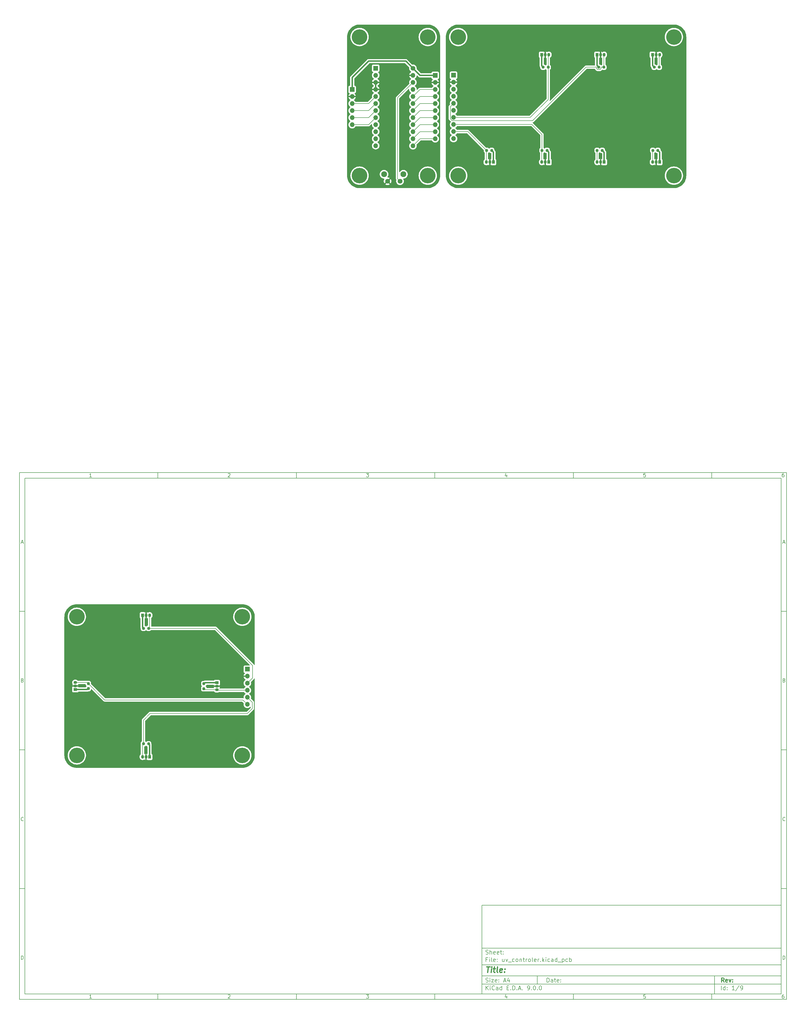
<source format=gbr>
%TF.GenerationSoftware,KiCad,Pcbnew,9.0.0*%
%TF.CreationDate,2025-06-04T23:26:29+02:00*%
%TF.ProjectId,uv_controler,75765f63-6f6e-4747-926f-6c65722e6b69,rev?*%
%TF.SameCoordinates,Original*%
%TF.FileFunction,Copper,L1,Top*%
%TF.FilePolarity,Positive*%
%FSLAX46Y46*%
G04 Gerber Fmt 4.6, Leading zero omitted, Abs format (unit mm)*
G04 Created by KiCad (PCBNEW 9.0.0) date 2025-06-04 23:26:29*
%MOMM*%
%LPD*%
G01*
G04 APERTURE LIST*
G04 Aperture macros list*
%AMRoundRect*
0 Rectangle with rounded corners*
0 $1 Rounding radius*
0 $2 $3 $4 $5 $6 $7 $8 $9 X,Y pos of 4 corners*
0 Add a 4 corners polygon primitive as box body*
4,1,4,$2,$3,$4,$5,$6,$7,$8,$9,$2,$3,0*
0 Add four circle primitives for the rounded corners*
1,1,$1+$1,$2,$3*
1,1,$1+$1,$4,$5*
1,1,$1+$1,$6,$7*
1,1,$1+$1,$8,$9*
0 Add four rect primitives between the rounded corners*
20,1,$1+$1,$2,$3,$4,$5,0*
20,1,$1+$1,$4,$5,$6,$7,0*
20,1,$1+$1,$6,$7,$8,$9,0*
20,1,$1+$1,$8,$9,$2,$3,0*%
G04 Aperture macros list end*
%ADD10C,0.100000*%
%ADD11C,0.150000*%
%ADD12C,0.300000*%
%ADD13C,0.400000*%
%TA.AperFunction,ComponentPad*%
%ADD14C,5.600000*%
%TD*%
%TA.AperFunction,SMDPad,CuDef*%
%ADD15RoundRect,0.237500X0.250000X0.237500X-0.250000X0.237500X-0.250000X-0.237500X0.250000X-0.237500X0*%
%TD*%
%TA.AperFunction,SMDPad,CuDef*%
%ADD16RoundRect,0.237500X-0.250000X-0.237500X0.250000X-0.237500X0.250000X0.237500X-0.250000X0.237500X0*%
%TD*%
%TA.AperFunction,ComponentPad*%
%ADD17R,1.300000X1.050000*%
%TD*%
%TA.AperFunction,ComponentPad*%
%ADD18O,1.300000X1.050000*%
%TD*%
%TA.AperFunction,ComponentPad*%
%ADD19R,1.700000X1.700000*%
%TD*%
%TA.AperFunction,ComponentPad*%
%ADD20O,1.700000X1.700000*%
%TD*%
%TA.AperFunction,ComponentPad*%
%ADD21R,1.050000X1.300000*%
%TD*%
%TA.AperFunction,ComponentPad*%
%ADD22O,1.050000X1.300000*%
%TD*%
%TA.AperFunction,SMDPad,CuDef*%
%ADD23RoundRect,0.237500X0.237500X-0.250000X0.237500X0.250000X-0.237500X0.250000X-0.237500X-0.250000X0*%
%TD*%
%TA.AperFunction,ComponentPad*%
%ADD24C,1.700000*%
%TD*%
%TA.AperFunction,ComponentPad*%
%ADD25C,2.100000*%
%TD*%
%TA.AperFunction,ComponentPad*%
%ADD26C,1.750000*%
%TD*%
%TA.AperFunction,SMDPad,CuDef*%
%ADD27RoundRect,0.237500X-0.237500X0.250000X-0.237500X-0.250000X0.237500X-0.250000X0.237500X0.250000X0*%
%TD*%
%TA.AperFunction,Conductor*%
%ADD28C,0.200000*%
%TD*%
%TA.AperFunction,Conductor*%
%ADD29C,0.500000*%
%TD*%
G04 APERTURE END LIST*
D10*
D11*
X177002200Y-166007200D02*
X285002200Y-166007200D01*
X285002200Y-198007200D01*
X177002200Y-198007200D01*
X177002200Y-166007200D01*
D10*
D11*
X10000000Y-10000000D02*
X287002200Y-10000000D01*
X287002200Y-200007200D01*
X10000000Y-200007200D01*
X10000000Y-10000000D01*
D10*
D11*
X12000000Y-12000000D02*
X285002200Y-12000000D01*
X285002200Y-198007200D01*
X12000000Y-198007200D01*
X12000000Y-12000000D01*
D10*
D11*
X60000000Y-12000000D02*
X60000000Y-10000000D01*
D10*
D11*
X110000000Y-12000000D02*
X110000000Y-10000000D01*
D10*
D11*
X160000000Y-12000000D02*
X160000000Y-10000000D01*
D10*
D11*
X210000000Y-12000000D02*
X210000000Y-10000000D01*
D10*
D11*
X260000000Y-12000000D02*
X260000000Y-10000000D01*
D10*
D11*
X36089160Y-11593604D02*
X35346303Y-11593604D01*
X35717731Y-11593604D02*
X35717731Y-10293604D01*
X35717731Y-10293604D02*
X35593922Y-10479319D01*
X35593922Y-10479319D02*
X35470112Y-10603128D01*
X35470112Y-10603128D02*
X35346303Y-10665033D01*
D10*
D11*
X85346303Y-10417414D02*
X85408207Y-10355509D01*
X85408207Y-10355509D02*
X85532017Y-10293604D01*
X85532017Y-10293604D02*
X85841541Y-10293604D01*
X85841541Y-10293604D02*
X85965350Y-10355509D01*
X85965350Y-10355509D02*
X86027255Y-10417414D01*
X86027255Y-10417414D02*
X86089160Y-10541223D01*
X86089160Y-10541223D02*
X86089160Y-10665033D01*
X86089160Y-10665033D02*
X86027255Y-10850747D01*
X86027255Y-10850747D02*
X85284398Y-11593604D01*
X85284398Y-11593604D02*
X86089160Y-11593604D01*
D10*
D11*
X135284398Y-10293604D02*
X136089160Y-10293604D01*
X136089160Y-10293604D02*
X135655826Y-10788842D01*
X135655826Y-10788842D02*
X135841541Y-10788842D01*
X135841541Y-10788842D02*
X135965350Y-10850747D01*
X135965350Y-10850747D02*
X136027255Y-10912652D01*
X136027255Y-10912652D02*
X136089160Y-11036461D01*
X136089160Y-11036461D02*
X136089160Y-11345985D01*
X136089160Y-11345985D02*
X136027255Y-11469795D01*
X136027255Y-11469795D02*
X135965350Y-11531700D01*
X135965350Y-11531700D02*
X135841541Y-11593604D01*
X135841541Y-11593604D02*
X135470112Y-11593604D01*
X135470112Y-11593604D02*
X135346303Y-11531700D01*
X135346303Y-11531700D02*
X135284398Y-11469795D01*
D10*
D11*
X185965350Y-10726938D02*
X185965350Y-11593604D01*
X185655826Y-10231700D02*
X185346303Y-11160271D01*
X185346303Y-11160271D02*
X186151064Y-11160271D01*
D10*
D11*
X236027255Y-10293604D02*
X235408207Y-10293604D01*
X235408207Y-10293604D02*
X235346303Y-10912652D01*
X235346303Y-10912652D02*
X235408207Y-10850747D01*
X235408207Y-10850747D02*
X235532017Y-10788842D01*
X235532017Y-10788842D02*
X235841541Y-10788842D01*
X235841541Y-10788842D02*
X235965350Y-10850747D01*
X235965350Y-10850747D02*
X236027255Y-10912652D01*
X236027255Y-10912652D02*
X236089160Y-11036461D01*
X236089160Y-11036461D02*
X236089160Y-11345985D01*
X236089160Y-11345985D02*
X236027255Y-11469795D01*
X236027255Y-11469795D02*
X235965350Y-11531700D01*
X235965350Y-11531700D02*
X235841541Y-11593604D01*
X235841541Y-11593604D02*
X235532017Y-11593604D01*
X235532017Y-11593604D02*
X235408207Y-11531700D01*
X235408207Y-11531700D02*
X235346303Y-11469795D01*
D10*
D11*
X285965350Y-10293604D02*
X285717731Y-10293604D01*
X285717731Y-10293604D02*
X285593922Y-10355509D01*
X285593922Y-10355509D02*
X285532017Y-10417414D01*
X285532017Y-10417414D02*
X285408207Y-10603128D01*
X285408207Y-10603128D02*
X285346303Y-10850747D01*
X285346303Y-10850747D02*
X285346303Y-11345985D01*
X285346303Y-11345985D02*
X285408207Y-11469795D01*
X285408207Y-11469795D02*
X285470112Y-11531700D01*
X285470112Y-11531700D02*
X285593922Y-11593604D01*
X285593922Y-11593604D02*
X285841541Y-11593604D01*
X285841541Y-11593604D02*
X285965350Y-11531700D01*
X285965350Y-11531700D02*
X286027255Y-11469795D01*
X286027255Y-11469795D02*
X286089160Y-11345985D01*
X286089160Y-11345985D02*
X286089160Y-11036461D01*
X286089160Y-11036461D02*
X286027255Y-10912652D01*
X286027255Y-10912652D02*
X285965350Y-10850747D01*
X285965350Y-10850747D02*
X285841541Y-10788842D01*
X285841541Y-10788842D02*
X285593922Y-10788842D01*
X285593922Y-10788842D02*
X285470112Y-10850747D01*
X285470112Y-10850747D02*
X285408207Y-10912652D01*
X285408207Y-10912652D02*
X285346303Y-11036461D01*
D10*
D11*
X60000000Y-198007200D02*
X60000000Y-200007200D01*
D10*
D11*
X110000000Y-198007200D02*
X110000000Y-200007200D01*
D10*
D11*
X160000000Y-198007200D02*
X160000000Y-200007200D01*
D10*
D11*
X210000000Y-198007200D02*
X210000000Y-200007200D01*
D10*
D11*
X260000000Y-198007200D02*
X260000000Y-200007200D01*
D10*
D11*
X36089160Y-199600804D02*
X35346303Y-199600804D01*
X35717731Y-199600804D02*
X35717731Y-198300804D01*
X35717731Y-198300804D02*
X35593922Y-198486519D01*
X35593922Y-198486519D02*
X35470112Y-198610328D01*
X35470112Y-198610328D02*
X35346303Y-198672233D01*
D10*
D11*
X85346303Y-198424614D02*
X85408207Y-198362709D01*
X85408207Y-198362709D02*
X85532017Y-198300804D01*
X85532017Y-198300804D02*
X85841541Y-198300804D01*
X85841541Y-198300804D02*
X85965350Y-198362709D01*
X85965350Y-198362709D02*
X86027255Y-198424614D01*
X86027255Y-198424614D02*
X86089160Y-198548423D01*
X86089160Y-198548423D02*
X86089160Y-198672233D01*
X86089160Y-198672233D02*
X86027255Y-198857947D01*
X86027255Y-198857947D02*
X85284398Y-199600804D01*
X85284398Y-199600804D02*
X86089160Y-199600804D01*
D10*
D11*
X135284398Y-198300804D02*
X136089160Y-198300804D01*
X136089160Y-198300804D02*
X135655826Y-198796042D01*
X135655826Y-198796042D02*
X135841541Y-198796042D01*
X135841541Y-198796042D02*
X135965350Y-198857947D01*
X135965350Y-198857947D02*
X136027255Y-198919852D01*
X136027255Y-198919852D02*
X136089160Y-199043661D01*
X136089160Y-199043661D02*
X136089160Y-199353185D01*
X136089160Y-199353185D02*
X136027255Y-199476995D01*
X136027255Y-199476995D02*
X135965350Y-199538900D01*
X135965350Y-199538900D02*
X135841541Y-199600804D01*
X135841541Y-199600804D02*
X135470112Y-199600804D01*
X135470112Y-199600804D02*
X135346303Y-199538900D01*
X135346303Y-199538900D02*
X135284398Y-199476995D01*
D10*
D11*
X185965350Y-198734138D02*
X185965350Y-199600804D01*
X185655826Y-198238900D02*
X185346303Y-199167471D01*
X185346303Y-199167471D02*
X186151064Y-199167471D01*
D10*
D11*
X236027255Y-198300804D02*
X235408207Y-198300804D01*
X235408207Y-198300804D02*
X235346303Y-198919852D01*
X235346303Y-198919852D02*
X235408207Y-198857947D01*
X235408207Y-198857947D02*
X235532017Y-198796042D01*
X235532017Y-198796042D02*
X235841541Y-198796042D01*
X235841541Y-198796042D02*
X235965350Y-198857947D01*
X235965350Y-198857947D02*
X236027255Y-198919852D01*
X236027255Y-198919852D02*
X236089160Y-199043661D01*
X236089160Y-199043661D02*
X236089160Y-199353185D01*
X236089160Y-199353185D02*
X236027255Y-199476995D01*
X236027255Y-199476995D02*
X235965350Y-199538900D01*
X235965350Y-199538900D02*
X235841541Y-199600804D01*
X235841541Y-199600804D02*
X235532017Y-199600804D01*
X235532017Y-199600804D02*
X235408207Y-199538900D01*
X235408207Y-199538900D02*
X235346303Y-199476995D01*
D10*
D11*
X285965350Y-198300804D02*
X285717731Y-198300804D01*
X285717731Y-198300804D02*
X285593922Y-198362709D01*
X285593922Y-198362709D02*
X285532017Y-198424614D01*
X285532017Y-198424614D02*
X285408207Y-198610328D01*
X285408207Y-198610328D02*
X285346303Y-198857947D01*
X285346303Y-198857947D02*
X285346303Y-199353185D01*
X285346303Y-199353185D02*
X285408207Y-199476995D01*
X285408207Y-199476995D02*
X285470112Y-199538900D01*
X285470112Y-199538900D02*
X285593922Y-199600804D01*
X285593922Y-199600804D02*
X285841541Y-199600804D01*
X285841541Y-199600804D02*
X285965350Y-199538900D01*
X285965350Y-199538900D02*
X286027255Y-199476995D01*
X286027255Y-199476995D02*
X286089160Y-199353185D01*
X286089160Y-199353185D02*
X286089160Y-199043661D01*
X286089160Y-199043661D02*
X286027255Y-198919852D01*
X286027255Y-198919852D02*
X285965350Y-198857947D01*
X285965350Y-198857947D02*
X285841541Y-198796042D01*
X285841541Y-198796042D02*
X285593922Y-198796042D01*
X285593922Y-198796042D02*
X285470112Y-198857947D01*
X285470112Y-198857947D02*
X285408207Y-198919852D01*
X285408207Y-198919852D02*
X285346303Y-199043661D01*
D10*
D11*
X10000000Y-60000000D02*
X12000000Y-60000000D01*
D10*
D11*
X10000000Y-110000000D02*
X12000000Y-110000000D01*
D10*
D11*
X10000000Y-160000000D02*
X12000000Y-160000000D01*
D10*
D11*
X10690476Y-35222176D02*
X11309523Y-35222176D01*
X10566666Y-35593604D02*
X10999999Y-34293604D01*
X10999999Y-34293604D02*
X11433333Y-35593604D01*
D10*
D11*
X11092857Y-84912652D02*
X11278571Y-84974557D01*
X11278571Y-84974557D02*
X11340476Y-85036461D01*
X11340476Y-85036461D02*
X11402380Y-85160271D01*
X11402380Y-85160271D02*
X11402380Y-85345985D01*
X11402380Y-85345985D02*
X11340476Y-85469795D01*
X11340476Y-85469795D02*
X11278571Y-85531700D01*
X11278571Y-85531700D02*
X11154761Y-85593604D01*
X11154761Y-85593604D02*
X10659523Y-85593604D01*
X10659523Y-85593604D02*
X10659523Y-84293604D01*
X10659523Y-84293604D02*
X11092857Y-84293604D01*
X11092857Y-84293604D02*
X11216666Y-84355509D01*
X11216666Y-84355509D02*
X11278571Y-84417414D01*
X11278571Y-84417414D02*
X11340476Y-84541223D01*
X11340476Y-84541223D02*
X11340476Y-84665033D01*
X11340476Y-84665033D02*
X11278571Y-84788842D01*
X11278571Y-84788842D02*
X11216666Y-84850747D01*
X11216666Y-84850747D02*
X11092857Y-84912652D01*
X11092857Y-84912652D02*
X10659523Y-84912652D01*
D10*
D11*
X11402380Y-135469795D02*
X11340476Y-135531700D01*
X11340476Y-135531700D02*
X11154761Y-135593604D01*
X11154761Y-135593604D02*
X11030952Y-135593604D01*
X11030952Y-135593604D02*
X10845238Y-135531700D01*
X10845238Y-135531700D02*
X10721428Y-135407890D01*
X10721428Y-135407890D02*
X10659523Y-135284080D01*
X10659523Y-135284080D02*
X10597619Y-135036461D01*
X10597619Y-135036461D02*
X10597619Y-134850747D01*
X10597619Y-134850747D02*
X10659523Y-134603128D01*
X10659523Y-134603128D02*
X10721428Y-134479319D01*
X10721428Y-134479319D02*
X10845238Y-134355509D01*
X10845238Y-134355509D02*
X11030952Y-134293604D01*
X11030952Y-134293604D02*
X11154761Y-134293604D01*
X11154761Y-134293604D02*
X11340476Y-134355509D01*
X11340476Y-134355509D02*
X11402380Y-134417414D01*
D10*
D11*
X10659523Y-185593604D02*
X10659523Y-184293604D01*
X10659523Y-184293604D02*
X10969047Y-184293604D01*
X10969047Y-184293604D02*
X11154761Y-184355509D01*
X11154761Y-184355509D02*
X11278571Y-184479319D01*
X11278571Y-184479319D02*
X11340476Y-184603128D01*
X11340476Y-184603128D02*
X11402380Y-184850747D01*
X11402380Y-184850747D02*
X11402380Y-185036461D01*
X11402380Y-185036461D02*
X11340476Y-185284080D01*
X11340476Y-185284080D02*
X11278571Y-185407890D01*
X11278571Y-185407890D02*
X11154761Y-185531700D01*
X11154761Y-185531700D02*
X10969047Y-185593604D01*
X10969047Y-185593604D02*
X10659523Y-185593604D01*
D10*
D11*
X287002200Y-60000000D02*
X285002200Y-60000000D01*
D10*
D11*
X287002200Y-110000000D02*
X285002200Y-110000000D01*
D10*
D11*
X287002200Y-160000000D02*
X285002200Y-160000000D01*
D10*
D11*
X285692676Y-35222176D02*
X286311723Y-35222176D01*
X285568866Y-35593604D02*
X286002199Y-34293604D01*
X286002199Y-34293604D02*
X286435533Y-35593604D01*
D10*
D11*
X286095057Y-84912652D02*
X286280771Y-84974557D01*
X286280771Y-84974557D02*
X286342676Y-85036461D01*
X286342676Y-85036461D02*
X286404580Y-85160271D01*
X286404580Y-85160271D02*
X286404580Y-85345985D01*
X286404580Y-85345985D02*
X286342676Y-85469795D01*
X286342676Y-85469795D02*
X286280771Y-85531700D01*
X286280771Y-85531700D02*
X286156961Y-85593604D01*
X286156961Y-85593604D02*
X285661723Y-85593604D01*
X285661723Y-85593604D02*
X285661723Y-84293604D01*
X285661723Y-84293604D02*
X286095057Y-84293604D01*
X286095057Y-84293604D02*
X286218866Y-84355509D01*
X286218866Y-84355509D02*
X286280771Y-84417414D01*
X286280771Y-84417414D02*
X286342676Y-84541223D01*
X286342676Y-84541223D02*
X286342676Y-84665033D01*
X286342676Y-84665033D02*
X286280771Y-84788842D01*
X286280771Y-84788842D02*
X286218866Y-84850747D01*
X286218866Y-84850747D02*
X286095057Y-84912652D01*
X286095057Y-84912652D02*
X285661723Y-84912652D01*
D10*
D11*
X286404580Y-135469795D02*
X286342676Y-135531700D01*
X286342676Y-135531700D02*
X286156961Y-135593604D01*
X286156961Y-135593604D02*
X286033152Y-135593604D01*
X286033152Y-135593604D02*
X285847438Y-135531700D01*
X285847438Y-135531700D02*
X285723628Y-135407890D01*
X285723628Y-135407890D02*
X285661723Y-135284080D01*
X285661723Y-135284080D02*
X285599819Y-135036461D01*
X285599819Y-135036461D02*
X285599819Y-134850747D01*
X285599819Y-134850747D02*
X285661723Y-134603128D01*
X285661723Y-134603128D02*
X285723628Y-134479319D01*
X285723628Y-134479319D02*
X285847438Y-134355509D01*
X285847438Y-134355509D02*
X286033152Y-134293604D01*
X286033152Y-134293604D02*
X286156961Y-134293604D01*
X286156961Y-134293604D02*
X286342676Y-134355509D01*
X286342676Y-134355509D02*
X286404580Y-134417414D01*
D10*
D11*
X285661723Y-185593604D02*
X285661723Y-184293604D01*
X285661723Y-184293604D02*
X285971247Y-184293604D01*
X285971247Y-184293604D02*
X286156961Y-184355509D01*
X286156961Y-184355509D02*
X286280771Y-184479319D01*
X286280771Y-184479319D02*
X286342676Y-184603128D01*
X286342676Y-184603128D02*
X286404580Y-184850747D01*
X286404580Y-184850747D02*
X286404580Y-185036461D01*
X286404580Y-185036461D02*
X286342676Y-185284080D01*
X286342676Y-185284080D02*
X286280771Y-185407890D01*
X286280771Y-185407890D02*
X286156961Y-185531700D01*
X286156961Y-185531700D02*
X285971247Y-185593604D01*
X285971247Y-185593604D02*
X285661723Y-185593604D01*
D10*
D11*
X200458026Y-193793328D02*
X200458026Y-192293328D01*
X200458026Y-192293328D02*
X200815169Y-192293328D01*
X200815169Y-192293328D02*
X201029455Y-192364757D01*
X201029455Y-192364757D02*
X201172312Y-192507614D01*
X201172312Y-192507614D02*
X201243741Y-192650471D01*
X201243741Y-192650471D02*
X201315169Y-192936185D01*
X201315169Y-192936185D02*
X201315169Y-193150471D01*
X201315169Y-193150471D02*
X201243741Y-193436185D01*
X201243741Y-193436185D02*
X201172312Y-193579042D01*
X201172312Y-193579042D02*
X201029455Y-193721900D01*
X201029455Y-193721900D02*
X200815169Y-193793328D01*
X200815169Y-193793328D02*
X200458026Y-193793328D01*
X202600884Y-193793328D02*
X202600884Y-193007614D01*
X202600884Y-193007614D02*
X202529455Y-192864757D01*
X202529455Y-192864757D02*
X202386598Y-192793328D01*
X202386598Y-192793328D02*
X202100884Y-192793328D01*
X202100884Y-192793328D02*
X201958026Y-192864757D01*
X202600884Y-193721900D02*
X202458026Y-193793328D01*
X202458026Y-193793328D02*
X202100884Y-193793328D01*
X202100884Y-193793328D02*
X201958026Y-193721900D01*
X201958026Y-193721900D02*
X201886598Y-193579042D01*
X201886598Y-193579042D02*
X201886598Y-193436185D01*
X201886598Y-193436185D02*
X201958026Y-193293328D01*
X201958026Y-193293328D02*
X202100884Y-193221900D01*
X202100884Y-193221900D02*
X202458026Y-193221900D01*
X202458026Y-193221900D02*
X202600884Y-193150471D01*
X203100884Y-192793328D02*
X203672312Y-192793328D01*
X203315169Y-192293328D02*
X203315169Y-193579042D01*
X203315169Y-193579042D02*
X203386598Y-193721900D01*
X203386598Y-193721900D02*
X203529455Y-193793328D01*
X203529455Y-193793328D02*
X203672312Y-193793328D01*
X204743741Y-193721900D02*
X204600884Y-193793328D01*
X204600884Y-193793328D02*
X204315170Y-193793328D01*
X204315170Y-193793328D02*
X204172312Y-193721900D01*
X204172312Y-193721900D02*
X204100884Y-193579042D01*
X204100884Y-193579042D02*
X204100884Y-193007614D01*
X204100884Y-193007614D02*
X204172312Y-192864757D01*
X204172312Y-192864757D02*
X204315170Y-192793328D01*
X204315170Y-192793328D02*
X204600884Y-192793328D01*
X204600884Y-192793328D02*
X204743741Y-192864757D01*
X204743741Y-192864757D02*
X204815170Y-193007614D01*
X204815170Y-193007614D02*
X204815170Y-193150471D01*
X204815170Y-193150471D02*
X204100884Y-193293328D01*
X205458026Y-193650471D02*
X205529455Y-193721900D01*
X205529455Y-193721900D02*
X205458026Y-193793328D01*
X205458026Y-193793328D02*
X205386598Y-193721900D01*
X205386598Y-193721900D02*
X205458026Y-193650471D01*
X205458026Y-193650471D02*
X205458026Y-193793328D01*
X205458026Y-192864757D02*
X205529455Y-192936185D01*
X205529455Y-192936185D02*
X205458026Y-193007614D01*
X205458026Y-193007614D02*
X205386598Y-192936185D01*
X205386598Y-192936185D02*
X205458026Y-192864757D01*
X205458026Y-192864757D02*
X205458026Y-193007614D01*
D10*
D11*
X177002200Y-194507200D02*
X285002200Y-194507200D01*
D10*
D11*
X178458026Y-196593328D02*
X178458026Y-195093328D01*
X179315169Y-196593328D02*
X178672312Y-195736185D01*
X179315169Y-195093328D02*
X178458026Y-195950471D01*
X179958026Y-196593328D02*
X179958026Y-195593328D01*
X179958026Y-195093328D02*
X179886598Y-195164757D01*
X179886598Y-195164757D02*
X179958026Y-195236185D01*
X179958026Y-195236185D02*
X180029455Y-195164757D01*
X180029455Y-195164757D02*
X179958026Y-195093328D01*
X179958026Y-195093328D02*
X179958026Y-195236185D01*
X181529455Y-196450471D02*
X181458027Y-196521900D01*
X181458027Y-196521900D02*
X181243741Y-196593328D01*
X181243741Y-196593328D02*
X181100884Y-196593328D01*
X181100884Y-196593328D02*
X180886598Y-196521900D01*
X180886598Y-196521900D02*
X180743741Y-196379042D01*
X180743741Y-196379042D02*
X180672312Y-196236185D01*
X180672312Y-196236185D02*
X180600884Y-195950471D01*
X180600884Y-195950471D02*
X180600884Y-195736185D01*
X180600884Y-195736185D02*
X180672312Y-195450471D01*
X180672312Y-195450471D02*
X180743741Y-195307614D01*
X180743741Y-195307614D02*
X180886598Y-195164757D01*
X180886598Y-195164757D02*
X181100884Y-195093328D01*
X181100884Y-195093328D02*
X181243741Y-195093328D01*
X181243741Y-195093328D02*
X181458027Y-195164757D01*
X181458027Y-195164757D02*
X181529455Y-195236185D01*
X182815170Y-196593328D02*
X182815170Y-195807614D01*
X182815170Y-195807614D02*
X182743741Y-195664757D01*
X182743741Y-195664757D02*
X182600884Y-195593328D01*
X182600884Y-195593328D02*
X182315170Y-195593328D01*
X182315170Y-195593328D02*
X182172312Y-195664757D01*
X182815170Y-196521900D02*
X182672312Y-196593328D01*
X182672312Y-196593328D02*
X182315170Y-196593328D01*
X182315170Y-196593328D02*
X182172312Y-196521900D01*
X182172312Y-196521900D02*
X182100884Y-196379042D01*
X182100884Y-196379042D02*
X182100884Y-196236185D01*
X182100884Y-196236185D02*
X182172312Y-196093328D01*
X182172312Y-196093328D02*
X182315170Y-196021900D01*
X182315170Y-196021900D02*
X182672312Y-196021900D01*
X182672312Y-196021900D02*
X182815170Y-195950471D01*
X184172313Y-196593328D02*
X184172313Y-195093328D01*
X184172313Y-196521900D02*
X184029455Y-196593328D01*
X184029455Y-196593328D02*
X183743741Y-196593328D01*
X183743741Y-196593328D02*
X183600884Y-196521900D01*
X183600884Y-196521900D02*
X183529455Y-196450471D01*
X183529455Y-196450471D02*
X183458027Y-196307614D01*
X183458027Y-196307614D02*
X183458027Y-195879042D01*
X183458027Y-195879042D02*
X183529455Y-195736185D01*
X183529455Y-195736185D02*
X183600884Y-195664757D01*
X183600884Y-195664757D02*
X183743741Y-195593328D01*
X183743741Y-195593328D02*
X184029455Y-195593328D01*
X184029455Y-195593328D02*
X184172313Y-195664757D01*
X186029455Y-195807614D02*
X186529455Y-195807614D01*
X186743741Y-196593328D02*
X186029455Y-196593328D01*
X186029455Y-196593328D02*
X186029455Y-195093328D01*
X186029455Y-195093328D02*
X186743741Y-195093328D01*
X187386598Y-196450471D02*
X187458027Y-196521900D01*
X187458027Y-196521900D02*
X187386598Y-196593328D01*
X187386598Y-196593328D02*
X187315170Y-196521900D01*
X187315170Y-196521900D02*
X187386598Y-196450471D01*
X187386598Y-196450471D02*
X187386598Y-196593328D01*
X188100884Y-196593328D02*
X188100884Y-195093328D01*
X188100884Y-195093328D02*
X188458027Y-195093328D01*
X188458027Y-195093328D02*
X188672313Y-195164757D01*
X188672313Y-195164757D02*
X188815170Y-195307614D01*
X188815170Y-195307614D02*
X188886599Y-195450471D01*
X188886599Y-195450471D02*
X188958027Y-195736185D01*
X188958027Y-195736185D02*
X188958027Y-195950471D01*
X188958027Y-195950471D02*
X188886599Y-196236185D01*
X188886599Y-196236185D02*
X188815170Y-196379042D01*
X188815170Y-196379042D02*
X188672313Y-196521900D01*
X188672313Y-196521900D02*
X188458027Y-196593328D01*
X188458027Y-196593328D02*
X188100884Y-196593328D01*
X189600884Y-196450471D02*
X189672313Y-196521900D01*
X189672313Y-196521900D02*
X189600884Y-196593328D01*
X189600884Y-196593328D02*
X189529456Y-196521900D01*
X189529456Y-196521900D02*
X189600884Y-196450471D01*
X189600884Y-196450471D02*
X189600884Y-196593328D01*
X190243742Y-196164757D02*
X190958028Y-196164757D01*
X190100885Y-196593328D02*
X190600885Y-195093328D01*
X190600885Y-195093328D02*
X191100885Y-196593328D01*
X191600884Y-196450471D02*
X191672313Y-196521900D01*
X191672313Y-196521900D02*
X191600884Y-196593328D01*
X191600884Y-196593328D02*
X191529456Y-196521900D01*
X191529456Y-196521900D02*
X191600884Y-196450471D01*
X191600884Y-196450471D02*
X191600884Y-196593328D01*
X193529456Y-196593328D02*
X193815170Y-196593328D01*
X193815170Y-196593328D02*
X193958027Y-196521900D01*
X193958027Y-196521900D02*
X194029456Y-196450471D01*
X194029456Y-196450471D02*
X194172313Y-196236185D01*
X194172313Y-196236185D02*
X194243742Y-195950471D01*
X194243742Y-195950471D02*
X194243742Y-195379042D01*
X194243742Y-195379042D02*
X194172313Y-195236185D01*
X194172313Y-195236185D02*
X194100885Y-195164757D01*
X194100885Y-195164757D02*
X193958027Y-195093328D01*
X193958027Y-195093328D02*
X193672313Y-195093328D01*
X193672313Y-195093328D02*
X193529456Y-195164757D01*
X193529456Y-195164757D02*
X193458027Y-195236185D01*
X193458027Y-195236185D02*
X193386599Y-195379042D01*
X193386599Y-195379042D02*
X193386599Y-195736185D01*
X193386599Y-195736185D02*
X193458027Y-195879042D01*
X193458027Y-195879042D02*
X193529456Y-195950471D01*
X193529456Y-195950471D02*
X193672313Y-196021900D01*
X193672313Y-196021900D02*
X193958027Y-196021900D01*
X193958027Y-196021900D02*
X194100885Y-195950471D01*
X194100885Y-195950471D02*
X194172313Y-195879042D01*
X194172313Y-195879042D02*
X194243742Y-195736185D01*
X194886598Y-196450471D02*
X194958027Y-196521900D01*
X194958027Y-196521900D02*
X194886598Y-196593328D01*
X194886598Y-196593328D02*
X194815170Y-196521900D01*
X194815170Y-196521900D02*
X194886598Y-196450471D01*
X194886598Y-196450471D02*
X194886598Y-196593328D01*
X195886599Y-195093328D02*
X196029456Y-195093328D01*
X196029456Y-195093328D02*
X196172313Y-195164757D01*
X196172313Y-195164757D02*
X196243742Y-195236185D01*
X196243742Y-195236185D02*
X196315170Y-195379042D01*
X196315170Y-195379042D02*
X196386599Y-195664757D01*
X196386599Y-195664757D02*
X196386599Y-196021900D01*
X196386599Y-196021900D02*
X196315170Y-196307614D01*
X196315170Y-196307614D02*
X196243742Y-196450471D01*
X196243742Y-196450471D02*
X196172313Y-196521900D01*
X196172313Y-196521900D02*
X196029456Y-196593328D01*
X196029456Y-196593328D02*
X195886599Y-196593328D01*
X195886599Y-196593328D02*
X195743742Y-196521900D01*
X195743742Y-196521900D02*
X195672313Y-196450471D01*
X195672313Y-196450471D02*
X195600884Y-196307614D01*
X195600884Y-196307614D02*
X195529456Y-196021900D01*
X195529456Y-196021900D02*
X195529456Y-195664757D01*
X195529456Y-195664757D02*
X195600884Y-195379042D01*
X195600884Y-195379042D02*
X195672313Y-195236185D01*
X195672313Y-195236185D02*
X195743742Y-195164757D01*
X195743742Y-195164757D02*
X195886599Y-195093328D01*
X197029455Y-196450471D02*
X197100884Y-196521900D01*
X197100884Y-196521900D02*
X197029455Y-196593328D01*
X197029455Y-196593328D02*
X196958027Y-196521900D01*
X196958027Y-196521900D02*
X197029455Y-196450471D01*
X197029455Y-196450471D02*
X197029455Y-196593328D01*
X198029456Y-195093328D02*
X198172313Y-195093328D01*
X198172313Y-195093328D02*
X198315170Y-195164757D01*
X198315170Y-195164757D02*
X198386599Y-195236185D01*
X198386599Y-195236185D02*
X198458027Y-195379042D01*
X198458027Y-195379042D02*
X198529456Y-195664757D01*
X198529456Y-195664757D02*
X198529456Y-196021900D01*
X198529456Y-196021900D02*
X198458027Y-196307614D01*
X198458027Y-196307614D02*
X198386599Y-196450471D01*
X198386599Y-196450471D02*
X198315170Y-196521900D01*
X198315170Y-196521900D02*
X198172313Y-196593328D01*
X198172313Y-196593328D02*
X198029456Y-196593328D01*
X198029456Y-196593328D02*
X197886599Y-196521900D01*
X197886599Y-196521900D02*
X197815170Y-196450471D01*
X197815170Y-196450471D02*
X197743741Y-196307614D01*
X197743741Y-196307614D02*
X197672313Y-196021900D01*
X197672313Y-196021900D02*
X197672313Y-195664757D01*
X197672313Y-195664757D02*
X197743741Y-195379042D01*
X197743741Y-195379042D02*
X197815170Y-195236185D01*
X197815170Y-195236185D02*
X197886599Y-195164757D01*
X197886599Y-195164757D02*
X198029456Y-195093328D01*
D10*
D11*
X177002200Y-191507200D02*
X285002200Y-191507200D01*
D10*
D12*
X264413853Y-193785528D02*
X263913853Y-193071242D01*
X263556710Y-193785528D02*
X263556710Y-192285528D01*
X263556710Y-192285528D02*
X264128139Y-192285528D01*
X264128139Y-192285528D02*
X264270996Y-192356957D01*
X264270996Y-192356957D02*
X264342425Y-192428385D01*
X264342425Y-192428385D02*
X264413853Y-192571242D01*
X264413853Y-192571242D02*
X264413853Y-192785528D01*
X264413853Y-192785528D02*
X264342425Y-192928385D01*
X264342425Y-192928385D02*
X264270996Y-192999814D01*
X264270996Y-192999814D02*
X264128139Y-193071242D01*
X264128139Y-193071242D02*
X263556710Y-193071242D01*
X265628139Y-193714100D02*
X265485282Y-193785528D01*
X265485282Y-193785528D02*
X265199568Y-193785528D01*
X265199568Y-193785528D02*
X265056710Y-193714100D01*
X265056710Y-193714100D02*
X264985282Y-193571242D01*
X264985282Y-193571242D02*
X264985282Y-192999814D01*
X264985282Y-192999814D02*
X265056710Y-192856957D01*
X265056710Y-192856957D02*
X265199568Y-192785528D01*
X265199568Y-192785528D02*
X265485282Y-192785528D01*
X265485282Y-192785528D02*
X265628139Y-192856957D01*
X265628139Y-192856957D02*
X265699568Y-192999814D01*
X265699568Y-192999814D02*
X265699568Y-193142671D01*
X265699568Y-193142671D02*
X264985282Y-193285528D01*
X266199567Y-192785528D02*
X266556710Y-193785528D01*
X266556710Y-193785528D02*
X266913853Y-192785528D01*
X267485281Y-193642671D02*
X267556710Y-193714100D01*
X267556710Y-193714100D02*
X267485281Y-193785528D01*
X267485281Y-193785528D02*
X267413853Y-193714100D01*
X267413853Y-193714100D02*
X267485281Y-193642671D01*
X267485281Y-193642671D02*
X267485281Y-193785528D01*
X267485281Y-192856957D02*
X267556710Y-192928385D01*
X267556710Y-192928385D02*
X267485281Y-192999814D01*
X267485281Y-192999814D02*
X267413853Y-192928385D01*
X267413853Y-192928385D02*
X267485281Y-192856957D01*
X267485281Y-192856957D02*
X267485281Y-192999814D01*
D10*
D11*
X178386598Y-193721900D02*
X178600884Y-193793328D01*
X178600884Y-193793328D02*
X178958026Y-193793328D01*
X178958026Y-193793328D02*
X179100884Y-193721900D01*
X179100884Y-193721900D02*
X179172312Y-193650471D01*
X179172312Y-193650471D02*
X179243741Y-193507614D01*
X179243741Y-193507614D02*
X179243741Y-193364757D01*
X179243741Y-193364757D02*
X179172312Y-193221900D01*
X179172312Y-193221900D02*
X179100884Y-193150471D01*
X179100884Y-193150471D02*
X178958026Y-193079042D01*
X178958026Y-193079042D02*
X178672312Y-193007614D01*
X178672312Y-193007614D02*
X178529455Y-192936185D01*
X178529455Y-192936185D02*
X178458026Y-192864757D01*
X178458026Y-192864757D02*
X178386598Y-192721900D01*
X178386598Y-192721900D02*
X178386598Y-192579042D01*
X178386598Y-192579042D02*
X178458026Y-192436185D01*
X178458026Y-192436185D02*
X178529455Y-192364757D01*
X178529455Y-192364757D02*
X178672312Y-192293328D01*
X178672312Y-192293328D02*
X179029455Y-192293328D01*
X179029455Y-192293328D02*
X179243741Y-192364757D01*
X179886597Y-193793328D02*
X179886597Y-192793328D01*
X179886597Y-192293328D02*
X179815169Y-192364757D01*
X179815169Y-192364757D02*
X179886597Y-192436185D01*
X179886597Y-192436185D02*
X179958026Y-192364757D01*
X179958026Y-192364757D02*
X179886597Y-192293328D01*
X179886597Y-192293328D02*
X179886597Y-192436185D01*
X180458026Y-192793328D02*
X181243741Y-192793328D01*
X181243741Y-192793328D02*
X180458026Y-193793328D01*
X180458026Y-193793328D02*
X181243741Y-193793328D01*
X182386598Y-193721900D02*
X182243741Y-193793328D01*
X182243741Y-193793328D02*
X181958027Y-193793328D01*
X181958027Y-193793328D02*
X181815169Y-193721900D01*
X181815169Y-193721900D02*
X181743741Y-193579042D01*
X181743741Y-193579042D02*
X181743741Y-193007614D01*
X181743741Y-193007614D02*
X181815169Y-192864757D01*
X181815169Y-192864757D02*
X181958027Y-192793328D01*
X181958027Y-192793328D02*
X182243741Y-192793328D01*
X182243741Y-192793328D02*
X182386598Y-192864757D01*
X182386598Y-192864757D02*
X182458027Y-193007614D01*
X182458027Y-193007614D02*
X182458027Y-193150471D01*
X182458027Y-193150471D02*
X181743741Y-193293328D01*
X183100883Y-193650471D02*
X183172312Y-193721900D01*
X183172312Y-193721900D02*
X183100883Y-193793328D01*
X183100883Y-193793328D02*
X183029455Y-193721900D01*
X183029455Y-193721900D02*
X183100883Y-193650471D01*
X183100883Y-193650471D02*
X183100883Y-193793328D01*
X183100883Y-192864757D02*
X183172312Y-192936185D01*
X183172312Y-192936185D02*
X183100883Y-193007614D01*
X183100883Y-193007614D02*
X183029455Y-192936185D01*
X183029455Y-192936185D02*
X183100883Y-192864757D01*
X183100883Y-192864757D02*
X183100883Y-193007614D01*
X184886598Y-193364757D02*
X185600884Y-193364757D01*
X184743741Y-193793328D02*
X185243741Y-192293328D01*
X185243741Y-192293328D02*
X185743741Y-193793328D01*
X186886598Y-192793328D02*
X186886598Y-193793328D01*
X186529455Y-192221900D02*
X186172312Y-193293328D01*
X186172312Y-193293328D02*
X187100883Y-193293328D01*
D10*
D11*
X263458026Y-196593328D02*
X263458026Y-195093328D01*
X264815170Y-196593328D02*
X264815170Y-195093328D01*
X264815170Y-196521900D02*
X264672312Y-196593328D01*
X264672312Y-196593328D02*
X264386598Y-196593328D01*
X264386598Y-196593328D02*
X264243741Y-196521900D01*
X264243741Y-196521900D02*
X264172312Y-196450471D01*
X264172312Y-196450471D02*
X264100884Y-196307614D01*
X264100884Y-196307614D02*
X264100884Y-195879042D01*
X264100884Y-195879042D02*
X264172312Y-195736185D01*
X264172312Y-195736185D02*
X264243741Y-195664757D01*
X264243741Y-195664757D02*
X264386598Y-195593328D01*
X264386598Y-195593328D02*
X264672312Y-195593328D01*
X264672312Y-195593328D02*
X264815170Y-195664757D01*
X265529455Y-196450471D02*
X265600884Y-196521900D01*
X265600884Y-196521900D02*
X265529455Y-196593328D01*
X265529455Y-196593328D02*
X265458027Y-196521900D01*
X265458027Y-196521900D02*
X265529455Y-196450471D01*
X265529455Y-196450471D02*
X265529455Y-196593328D01*
X265529455Y-195664757D02*
X265600884Y-195736185D01*
X265600884Y-195736185D02*
X265529455Y-195807614D01*
X265529455Y-195807614D02*
X265458027Y-195736185D01*
X265458027Y-195736185D02*
X265529455Y-195664757D01*
X265529455Y-195664757D02*
X265529455Y-195807614D01*
X268172313Y-196593328D02*
X267315170Y-196593328D01*
X267743741Y-196593328D02*
X267743741Y-195093328D01*
X267743741Y-195093328D02*
X267600884Y-195307614D01*
X267600884Y-195307614D02*
X267458027Y-195450471D01*
X267458027Y-195450471D02*
X267315170Y-195521900D01*
X269886598Y-195021900D02*
X268600884Y-196950471D01*
X270458027Y-196593328D02*
X270743741Y-196593328D01*
X270743741Y-196593328D02*
X270886598Y-196521900D01*
X270886598Y-196521900D02*
X270958027Y-196450471D01*
X270958027Y-196450471D02*
X271100884Y-196236185D01*
X271100884Y-196236185D02*
X271172313Y-195950471D01*
X271172313Y-195950471D02*
X271172313Y-195379042D01*
X271172313Y-195379042D02*
X271100884Y-195236185D01*
X271100884Y-195236185D02*
X271029456Y-195164757D01*
X271029456Y-195164757D02*
X270886598Y-195093328D01*
X270886598Y-195093328D02*
X270600884Y-195093328D01*
X270600884Y-195093328D02*
X270458027Y-195164757D01*
X270458027Y-195164757D02*
X270386598Y-195236185D01*
X270386598Y-195236185D02*
X270315170Y-195379042D01*
X270315170Y-195379042D02*
X270315170Y-195736185D01*
X270315170Y-195736185D02*
X270386598Y-195879042D01*
X270386598Y-195879042D02*
X270458027Y-195950471D01*
X270458027Y-195950471D02*
X270600884Y-196021900D01*
X270600884Y-196021900D02*
X270886598Y-196021900D01*
X270886598Y-196021900D02*
X271029456Y-195950471D01*
X271029456Y-195950471D02*
X271100884Y-195879042D01*
X271100884Y-195879042D02*
X271172313Y-195736185D01*
D10*
D11*
X177002200Y-187507200D02*
X285002200Y-187507200D01*
D10*
D13*
X178693928Y-188211638D02*
X179836785Y-188211638D01*
X179015357Y-190211638D02*
X179265357Y-188211638D01*
X180253452Y-190211638D02*
X180420119Y-188878304D01*
X180503452Y-188211638D02*
X180396309Y-188306876D01*
X180396309Y-188306876D02*
X180479643Y-188402114D01*
X180479643Y-188402114D02*
X180586786Y-188306876D01*
X180586786Y-188306876D02*
X180503452Y-188211638D01*
X180503452Y-188211638D02*
X180479643Y-188402114D01*
X181086786Y-188878304D02*
X181848690Y-188878304D01*
X181455833Y-188211638D02*
X181241548Y-189925923D01*
X181241548Y-189925923D02*
X181312976Y-190116400D01*
X181312976Y-190116400D02*
X181491548Y-190211638D01*
X181491548Y-190211638D02*
X181682024Y-190211638D01*
X182634405Y-190211638D02*
X182455833Y-190116400D01*
X182455833Y-190116400D02*
X182384405Y-189925923D01*
X182384405Y-189925923D02*
X182598690Y-188211638D01*
X184170119Y-190116400D02*
X183967738Y-190211638D01*
X183967738Y-190211638D02*
X183586785Y-190211638D01*
X183586785Y-190211638D02*
X183408214Y-190116400D01*
X183408214Y-190116400D02*
X183336785Y-189925923D01*
X183336785Y-189925923D02*
X183432024Y-189164019D01*
X183432024Y-189164019D02*
X183551071Y-188973542D01*
X183551071Y-188973542D02*
X183753452Y-188878304D01*
X183753452Y-188878304D02*
X184134404Y-188878304D01*
X184134404Y-188878304D02*
X184312976Y-188973542D01*
X184312976Y-188973542D02*
X184384404Y-189164019D01*
X184384404Y-189164019D02*
X184360595Y-189354495D01*
X184360595Y-189354495D02*
X183384404Y-189544971D01*
X185134405Y-190021161D02*
X185217738Y-190116400D01*
X185217738Y-190116400D02*
X185110595Y-190211638D01*
X185110595Y-190211638D02*
X185027262Y-190116400D01*
X185027262Y-190116400D02*
X185134405Y-190021161D01*
X185134405Y-190021161D02*
X185110595Y-190211638D01*
X185265357Y-188973542D02*
X185348690Y-189068780D01*
X185348690Y-189068780D02*
X185241548Y-189164019D01*
X185241548Y-189164019D02*
X185158214Y-189068780D01*
X185158214Y-189068780D02*
X185265357Y-188973542D01*
X185265357Y-188973542D02*
X185241548Y-189164019D01*
D10*
D11*
X178958026Y-185607614D02*
X178458026Y-185607614D01*
X178458026Y-186393328D02*
X178458026Y-184893328D01*
X178458026Y-184893328D02*
X179172312Y-184893328D01*
X179743740Y-186393328D02*
X179743740Y-185393328D01*
X179743740Y-184893328D02*
X179672312Y-184964757D01*
X179672312Y-184964757D02*
X179743740Y-185036185D01*
X179743740Y-185036185D02*
X179815169Y-184964757D01*
X179815169Y-184964757D02*
X179743740Y-184893328D01*
X179743740Y-184893328D02*
X179743740Y-185036185D01*
X180672312Y-186393328D02*
X180529455Y-186321900D01*
X180529455Y-186321900D02*
X180458026Y-186179042D01*
X180458026Y-186179042D02*
X180458026Y-184893328D01*
X181815169Y-186321900D02*
X181672312Y-186393328D01*
X181672312Y-186393328D02*
X181386598Y-186393328D01*
X181386598Y-186393328D02*
X181243740Y-186321900D01*
X181243740Y-186321900D02*
X181172312Y-186179042D01*
X181172312Y-186179042D02*
X181172312Y-185607614D01*
X181172312Y-185607614D02*
X181243740Y-185464757D01*
X181243740Y-185464757D02*
X181386598Y-185393328D01*
X181386598Y-185393328D02*
X181672312Y-185393328D01*
X181672312Y-185393328D02*
X181815169Y-185464757D01*
X181815169Y-185464757D02*
X181886598Y-185607614D01*
X181886598Y-185607614D02*
X181886598Y-185750471D01*
X181886598Y-185750471D02*
X181172312Y-185893328D01*
X182529454Y-186250471D02*
X182600883Y-186321900D01*
X182600883Y-186321900D02*
X182529454Y-186393328D01*
X182529454Y-186393328D02*
X182458026Y-186321900D01*
X182458026Y-186321900D02*
X182529454Y-186250471D01*
X182529454Y-186250471D02*
X182529454Y-186393328D01*
X182529454Y-185464757D02*
X182600883Y-185536185D01*
X182600883Y-185536185D02*
X182529454Y-185607614D01*
X182529454Y-185607614D02*
X182458026Y-185536185D01*
X182458026Y-185536185D02*
X182529454Y-185464757D01*
X182529454Y-185464757D02*
X182529454Y-185607614D01*
X185029455Y-185393328D02*
X185029455Y-186393328D01*
X184386597Y-185393328D02*
X184386597Y-186179042D01*
X184386597Y-186179042D02*
X184458026Y-186321900D01*
X184458026Y-186321900D02*
X184600883Y-186393328D01*
X184600883Y-186393328D02*
X184815169Y-186393328D01*
X184815169Y-186393328D02*
X184958026Y-186321900D01*
X184958026Y-186321900D02*
X185029455Y-186250471D01*
X185600883Y-185393328D02*
X185958026Y-186393328D01*
X185958026Y-186393328D02*
X186315169Y-185393328D01*
X186529455Y-186536185D02*
X187672312Y-186536185D01*
X188672312Y-186321900D02*
X188529454Y-186393328D01*
X188529454Y-186393328D02*
X188243740Y-186393328D01*
X188243740Y-186393328D02*
X188100883Y-186321900D01*
X188100883Y-186321900D02*
X188029454Y-186250471D01*
X188029454Y-186250471D02*
X187958026Y-186107614D01*
X187958026Y-186107614D02*
X187958026Y-185679042D01*
X187958026Y-185679042D02*
X188029454Y-185536185D01*
X188029454Y-185536185D02*
X188100883Y-185464757D01*
X188100883Y-185464757D02*
X188243740Y-185393328D01*
X188243740Y-185393328D02*
X188529454Y-185393328D01*
X188529454Y-185393328D02*
X188672312Y-185464757D01*
X189529454Y-186393328D02*
X189386597Y-186321900D01*
X189386597Y-186321900D02*
X189315168Y-186250471D01*
X189315168Y-186250471D02*
X189243740Y-186107614D01*
X189243740Y-186107614D02*
X189243740Y-185679042D01*
X189243740Y-185679042D02*
X189315168Y-185536185D01*
X189315168Y-185536185D02*
X189386597Y-185464757D01*
X189386597Y-185464757D02*
X189529454Y-185393328D01*
X189529454Y-185393328D02*
X189743740Y-185393328D01*
X189743740Y-185393328D02*
X189886597Y-185464757D01*
X189886597Y-185464757D02*
X189958026Y-185536185D01*
X189958026Y-185536185D02*
X190029454Y-185679042D01*
X190029454Y-185679042D02*
X190029454Y-186107614D01*
X190029454Y-186107614D02*
X189958026Y-186250471D01*
X189958026Y-186250471D02*
X189886597Y-186321900D01*
X189886597Y-186321900D02*
X189743740Y-186393328D01*
X189743740Y-186393328D02*
X189529454Y-186393328D01*
X190672311Y-185393328D02*
X190672311Y-186393328D01*
X190672311Y-185536185D02*
X190743740Y-185464757D01*
X190743740Y-185464757D02*
X190886597Y-185393328D01*
X190886597Y-185393328D02*
X191100883Y-185393328D01*
X191100883Y-185393328D02*
X191243740Y-185464757D01*
X191243740Y-185464757D02*
X191315169Y-185607614D01*
X191315169Y-185607614D02*
X191315169Y-186393328D01*
X191815169Y-185393328D02*
X192386597Y-185393328D01*
X192029454Y-184893328D02*
X192029454Y-186179042D01*
X192029454Y-186179042D02*
X192100883Y-186321900D01*
X192100883Y-186321900D02*
X192243740Y-186393328D01*
X192243740Y-186393328D02*
X192386597Y-186393328D01*
X192886597Y-186393328D02*
X192886597Y-185393328D01*
X192886597Y-185679042D02*
X192958026Y-185536185D01*
X192958026Y-185536185D02*
X193029455Y-185464757D01*
X193029455Y-185464757D02*
X193172312Y-185393328D01*
X193172312Y-185393328D02*
X193315169Y-185393328D01*
X194029454Y-186393328D02*
X193886597Y-186321900D01*
X193886597Y-186321900D02*
X193815168Y-186250471D01*
X193815168Y-186250471D02*
X193743740Y-186107614D01*
X193743740Y-186107614D02*
X193743740Y-185679042D01*
X193743740Y-185679042D02*
X193815168Y-185536185D01*
X193815168Y-185536185D02*
X193886597Y-185464757D01*
X193886597Y-185464757D02*
X194029454Y-185393328D01*
X194029454Y-185393328D02*
X194243740Y-185393328D01*
X194243740Y-185393328D02*
X194386597Y-185464757D01*
X194386597Y-185464757D02*
X194458026Y-185536185D01*
X194458026Y-185536185D02*
X194529454Y-185679042D01*
X194529454Y-185679042D02*
X194529454Y-186107614D01*
X194529454Y-186107614D02*
X194458026Y-186250471D01*
X194458026Y-186250471D02*
X194386597Y-186321900D01*
X194386597Y-186321900D02*
X194243740Y-186393328D01*
X194243740Y-186393328D02*
X194029454Y-186393328D01*
X195386597Y-186393328D02*
X195243740Y-186321900D01*
X195243740Y-186321900D02*
X195172311Y-186179042D01*
X195172311Y-186179042D02*
X195172311Y-184893328D01*
X196529454Y-186321900D02*
X196386597Y-186393328D01*
X196386597Y-186393328D02*
X196100883Y-186393328D01*
X196100883Y-186393328D02*
X195958025Y-186321900D01*
X195958025Y-186321900D02*
X195886597Y-186179042D01*
X195886597Y-186179042D02*
X195886597Y-185607614D01*
X195886597Y-185607614D02*
X195958025Y-185464757D01*
X195958025Y-185464757D02*
X196100883Y-185393328D01*
X196100883Y-185393328D02*
X196386597Y-185393328D01*
X196386597Y-185393328D02*
X196529454Y-185464757D01*
X196529454Y-185464757D02*
X196600883Y-185607614D01*
X196600883Y-185607614D02*
X196600883Y-185750471D01*
X196600883Y-185750471D02*
X195886597Y-185893328D01*
X197243739Y-186393328D02*
X197243739Y-185393328D01*
X197243739Y-185679042D02*
X197315168Y-185536185D01*
X197315168Y-185536185D02*
X197386597Y-185464757D01*
X197386597Y-185464757D02*
X197529454Y-185393328D01*
X197529454Y-185393328D02*
X197672311Y-185393328D01*
X198172310Y-186250471D02*
X198243739Y-186321900D01*
X198243739Y-186321900D02*
X198172310Y-186393328D01*
X198172310Y-186393328D02*
X198100882Y-186321900D01*
X198100882Y-186321900D02*
X198172310Y-186250471D01*
X198172310Y-186250471D02*
X198172310Y-186393328D01*
X198886596Y-186393328D02*
X198886596Y-184893328D01*
X199029454Y-185821900D02*
X199458025Y-186393328D01*
X199458025Y-185393328D02*
X198886596Y-185964757D01*
X200100882Y-186393328D02*
X200100882Y-185393328D01*
X200100882Y-184893328D02*
X200029454Y-184964757D01*
X200029454Y-184964757D02*
X200100882Y-185036185D01*
X200100882Y-185036185D02*
X200172311Y-184964757D01*
X200172311Y-184964757D02*
X200100882Y-184893328D01*
X200100882Y-184893328D02*
X200100882Y-185036185D01*
X201458026Y-186321900D02*
X201315168Y-186393328D01*
X201315168Y-186393328D02*
X201029454Y-186393328D01*
X201029454Y-186393328D02*
X200886597Y-186321900D01*
X200886597Y-186321900D02*
X200815168Y-186250471D01*
X200815168Y-186250471D02*
X200743740Y-186107614D01*
X200743740Y-186107614D02*
X200743740Y-185679042D01*
X200743740Y-185679042D02*
X200815168Y-185536185D01*
X200815168Y-185536185D02*
X200886597Y-185464757D01*
X200886597Y-185464757D02*
X201029454Y-185393328D01*
X201029454Y-185393328D02*
X201315168Y-185393328D01*
X201315168Y-185393328D02*
X201458026Y-185464757D01*
X202743740Y-186393328D02*
X202743740Y-185607614D01*
X202743740Y-185607614D02*
X202672311Y-185464757D01*
X202672311Y-185464757D02*
X202529454Y-185393328D01*
X202529454Y-185393328D02*
X202243740Y-185393328D01*
X202243740Y-185393328D02*
X202100882Y-185464757D01*
X202743740Y-186321900D02*
X202600882Y-186393328D01*
X202600882Y-186393328D02*
X202243740Y-186393328D01*
X202243740Y-186393328D02*
X202100882Y-186321900D01*
X202100882Y-186321900D02*
X202029454Y-186179042D01*
X202029454Y-186179042D02*
X202029454Y-186036185D01*
X202029454Y-186036185D02*
X202100882Y-185893328D01*
X202100882Y-185893328D02*
X202243740Y-185821900D01*
X202243740Y-185821900D02*
X202600882Y-185821900D01*
X202600882Y-185821900D02*
X202743740Y-185750471D01*
X204100883Y-186393328D02*
X204100883Y-184893328D01*
X204100883Y-186321900D02*
X203958025Y-186393328D01*
X203958025Y-186393328D02*
X203672311Y-186393328D01*
X203672311Y-186393328D02*
X203529454Y-186321900D01*
X203529454Y-186321900D02*
X203458025Y-186250471D01*
X203458025Y-186250471D02*
X203386597Y-186107614D01*
X203386597Y-186107614D02*
X203386597Y-185679042D01*
X203386597Y-185679042D02*
X203458025Y-185536185D01*
X203458025Y-185536185D02*
X203529454Y-185464757D01*
X203529454Y-185464757D02*
X203672311Y-185393328D01*
X203672311Y-185393328D02*
X203958025Y-185393328D01*
X203958025Y-185393328D02*
X204100883Y-185464757D01*
X204458026Y-186536185D02*
X205600883Y-186536185D01*
X205958025Y-185393328D02*
X205958025Y-186893328D01*
X205958025Y-185464757D02*
X206100883Y-185393328D01*
X206100883Y-185393328D02*
X206386597Y-185393328D01*
X206386597Y-185393328D02*
X206529454Y-185464757D01*
X206529454Y-185464757D02*
X206600883Y-185536185D01*
X206600883Y-185536185D02*
X206672311Y-185679042D01*
X206672311Y-185679042D02*
X206672311Y-186107614D01*
X206672311Y-186107614D02*
X206600883Y-186250471D01*
X206600883Y-186250471D02*
X206529454Y-186321900D01*
X206529454Y-186321900D02*
X206386597Y-186393328D01*
X206386597Y-186393328D02*
X206100883Y-186393328D01*
X206100883Y-186393328D02*
X205958025Y-186321900D01*
X207958026Y-186321900D02*
X207815168Y-186393328D01*
X207815168Y-186393328D02*
X207529454Y-186393328D01*
X207529454Y-186393328D02*
X207386597Y-186321900D01*
X207386597Y-186321900D02*
X207315168Y-186250471D01*
X207315168Y-186250471D02*
X207243740Y-186107614D01*
X207243740Y-186107614D02*
X207243740Y-185679042D01*
X207243740Y-185679042D02*
X207315168Y-185536185D01*
X207315168Y-185536185D02*
X207386597Y-185464757D01*
X207386597Y-185464757D02*
X207529454Y-185393328D01*
X207529454Y-185393328D02*
X207815168Y-185393328D01*
X207815168Y-185393328D02*
X207958026Y-185464757D01*
X208600882Y-186393328D02*
X208600882Y-184893328D01*
X208600882Y-185464757D02*
X208743740Y-185393328D01*
X208743740Y-185393328D02*
X209029454Y-185393328D01*
X209029454Y-185393328D02*
X209172311Y-185464757D01*
X209172311Y-185464757D02*
X209243740Y-185536185D01*
X209243740Y-185536185D02*
X209315168Y-185679042D01*
X209315168Y-185679042D02*
X209315168Y-186107614D01*
X209315168Y-186107614D02*
X209243740Y-186250471D01*
X209243740Y-186250471D02*
X209172311Y-186321900D01*
X209172311Y-186321900D02*
X209029454Y-186393328D01*
X209029454Y-186393328D02*
X208743740Y-186393328D01*
X208743740Y-186393328D02*
X208600882Y-186321900D01*
D10*
D11*
X177002200Y-181507200D02*
X285002200Y-181507200D01*
D10*
D11*
X178386598Y-183621900D02*
X178600884Y-183693328D01*
X178600884Y-183693328D02*
X178958026Y-183693328D01*
X178958026Y-183693328D02*
X179100884Y-183621900D01*
X179100884Y-183621900D02*
X179172312Y-183550471D01*
X179172312Y-183550471D02*
X179243741Y-183407614D01*
X179243741Y-183407614D02*
X179243741Y-183264757D01*
X179243741Y-183264757D02*
X179172312Y-183121900D01*
X179172312Y-183121900D02*
X179100884Y-183050471D01*
X179100884Y-183050471D02*
X178958026Y-182979042D01*
X178958026Y-182979042D02*
X178672312Y-182907614D01*
X178672312Y-182907614D02*
X178529455Y-182836185D01*
X178529455Y-182836185D02*
X178458026Y-182764757D01*
X178458026Y-182764757D02*
X178386598Y-182621900D01*
X178386598Y-182621900D02*
X178386598Y-182479042D01*
X178386598Y-182479042D02*
X178458026Y-182336185D01*
X178458026Y-182336185D02*
X178529455Y-182264757D01*
X178529455Y-182264757D02*
X178672312Y-182193328D01*
X178672312Y-182193328D02*
X179029455Y-182193328D01*
X179029455Y-182193328D02*
X179243741Y-182264757D01*
X179886597Y-183693328D02*
X179886597Y-182193328D01*
X180529455Y-183693328D02*
X180529455Y-182907614D01*
X180529455Y-182907614D02*
X180458026Y-182764757D01*
X180458026Y-182764757D02*
X180315169Y-182693328D01*
X180315169Y-182693328D02*
X180100883Y-182693328D01*
X180100883Y-182693328D02*
X179958026Y-182764757D01*
X179958026Y-182764757D02*
X179886597Y-182836185D01*
X181815169Y-183621900D02*
X181672312Y-183693328D01*
X181672312Y-183693328D02*
X181386598Y-183693328D01*
X181386598Y-183693328D02*
X181243740Y-183621900D01*
X181243740Y-183621900D02*
X181172312Y-183479042D01*
X181172312Y-183479042D02*
X181172312Y-182907614D01*
X181172312Y-182907614D02*
X181243740Y-182764757D01*
X181243740Y-182764757D02*
X181386598Y-182693328D01*
X181386598Y-182693328D02*
X181672312Y-182693328D01*
X181672312Y-182693328D02*
X181815169Y-182764757D01*
X181815169Y-182764757D02*
X181886598Y-182907614D01*
X181886598Y-182907614D02*
X181886598Y-183050471D01*
X181886598Y-183050471D02*
X181172312Y-183193328D01*
X183100883Y-183621900D02*
X182958026Y-183693328D01*
X182958026Y-183693328D02*
X182672312Y-183693328D01*
X182672312Y-183693328D02*
X182529454Y-183621900D01*
X182529454Y-183621900D02*
X182458026Y-183479042D01*
X182458026Y-183479042D02*
X182458026Y-182907614D01*
X182458026Y-182907614D02*
X182529454Y-182764757D01*
X182529454Y-182764757D02*
X182672312Y-182693328D01*
X182672312Y-182693328D02*
X182958026Y-182693328D01*
X182958026Y-182693328D02*
X183100883Y-182764757D01*
X183100883Y-182764757D02*
X183172312Y-182907614D01*
X183172312Y-182907614D02*
X183172312Y-183050471D01*
X183172312Y-183050471D02*
X182458026Y-183193328D01*
X183600883Y-182693328D02*
X184172311Y-182693328D01*
X183815168Y-182193328D02*
X183815168Y-183479042D01*
X183815168Y-183479042D02*
X183886597Y-183621900D01*
X183886597Y-183621900D02*
X184029454Y-183693328D01*
X184029454Y-183693328D02*
X184172311Y-183693328D01*
X184672311Y-183550471D02*
X184743740Y-183621900D01*
X184743740Y-183621900D02*
X184672311Y-183693328D01*
X184672311Y-183693328D02*
X184600883Y-183621900D01*
X184600883Y-183621900D02*
X184672311Y-183550471D01*
X184672311Y-183550471D02*
X184672311Y-183693328D01*
X184672311Y-182764757D02*
X184743740Y-182836185D01*
X184743740Y-182836185D02*
X184672311Y-182907614D01*
X184672311Y-182907614D02*
X184600883Y-182836185D01*
X184600883Y-182836185D02*
X184672311Y-182764757D01*
X184672311Y-182764757D02*
X184672311Y-182907614D01*
D10*
D11*
X197002200Y-191507200D02*
X197002200Y-194507200D01*
D10*
D11*
X261002200Y-191507200D02*
X261002200Y-198007200D01*
D14*
%TO.P,REF\u002A\u002A,1*%
%TO.N,N/C*%
X90485534Y-62000000D03*
%TD*%
D15*
%TO.P,R6,1*%
%TO.N,+5VA*%
X200500000Y106190000D03*
%TO.P,R6,2*%
%TO.N,/LIGHTS_TOGGLE_D*%
X198675000Y106190000D03*
%TD*%
D16*
%TO.P,R9,1*%
%TO.N,+5VD*%
X54808034Y-66175000D03*
%TO.P,R9,2*%
%TO.N,/JOY_FORWARD_D*%
X56633034Y-66175000D03*
%TD*%
D17*
%TO.P,U12,1,SUPPLY*%
%TO.N,+5VD*%
X30185534Y-88250000D03*
D18*
%TO.P,U12,2,GND*%
%TO.N,GND2*%
X30185534Y-86980000D03*
%TO.P,U12,3,OUTPUT*%
%TO.N,/JOY_LEFT_D*%
X30185534Y-85710000D03*
%TD*%
D15*
%TO.P,R10,1*%
%TO.N,+5VD*%
X56635534Y-107825000D03*
%TO.P,R10,2*%
%TO.N,/JOY_BACKWARD_D*%
X54810534Y-107825000D03*
%TD*%
D14*
%TO.P,REF\u002A\u002A,1*%
%TO.N,N/C*%
X30735534Y-62000000D03*
%TD*%
D19*
%TO.P,J2,1,Pin_1*%
%TO.N,+5V*%
X160137500Y133250000D03*
D20*
%TO.P,J2,2,Pin_2*%
%TO.N,GND*%
X160137500Y130710000D03*
%TO.P,J2,3,Pin_3*%
%TO.N,/UP_M*%
X160137500Y128170000D03*
%TO.P,J2,4,Pin_4*%
%TO.N,/DOWN_M*%
X160137500Y125630000D03*
%TO.P,J2,5,Pin_5*%
%TO.N,/CAM_UP_M*%
X160137500Y123090000D03*
%TO.P,J2,6,Pin_6*%
%TO.N,/CAM_DOWN_M*%
X160137500Y120550000D03*
%TO.P,J2,7,Pin_7*%
%TO.N,/SPEED_TOGGLE_M*%
X160137500Y118010000D03*
%TO.P,J2,8,Pin_8*%
%TO.N,/LIGHTS_TOGGLE_M*%
X160137500Y115470000D03*
%TO.P,J2,9,Pin_9*%
%TO.N,/UTIL_M*%
X160137500Y112930000D03*
%TO.P,J2,10,Pin_10*%
%TO.N,Net-(J2-Pin_10)*%
X160137500Y110390000D03*
%TD*%
D19*
%TO.P,J1,1,Pin_1*%
%TO.N,+5V*%
X130137500Y128175000D03*
D20*
%TO.P,J1,2,Pin_2*%
%TO.N,GND*%
X130137500Y125635000D03*
%TO.P,J1,3,Pin_3*%
%TO.N,/JOY_FORWARD_M*%
X130137500Y123095000D03*
%TO.P,J1,4,Pin_4*%
%TO.N,/JOY_RIGHT_M*%
X130137500Y120555000D03*
%TO.P,J1,5,Pin_5*%
%TO.N,/JOY_BACKWARD_M*%
X130137500Y118015000D03*
%TO.P,J1,6,Pin_6*%
%TO.N,/JOY_LEFT_M*%
X130137500Y115475000D03*
%TD*%
D14*
%TO.P,REF\u002A\u002A,1*%
%TO.N,N/C*%
X90485534Y-112000000D03*
%TD*%
%TO.P,REF\u002A\u002A,1*%
%TO.N,N/C*%
X246287500Y97087500D03*
%TD*%
D21*
%TO.P,U8,1,SUPPLY*%
%TO.N,+5VA*%
X198587500Y140690000D03*
D22*
%TO.P,U8,2,GND*%
%TO.N,GND1*%
X199857500Y140690000D03*
%TO.P,U8,3,OUTPUT*%
%TO.N,/SPEED_TOGGLE_D*%
X201127500Y140690000D03*
%TD*%
D14*
%TO.P,REF\u002A\u002A,1*%
%TO.N,N/C*%
X132812500Y147087500D03*
%TD*%
D19*
%TO.P,J3,1,Pin_1*%
%TO.N,+5VA*%
X166751966Y133307500D03*
D20*
%TO.P,J3,2,Pin_2*%
%TO.N,GND1*%
X166751966Y130767500D03*
%TO.P,J3,3,Pin_3*%
%TO.N,/UP_D*%
X166751966Y128227500D03*
%TO.P,J3,4,Pin_4*%
%TO.N,/DOWN_D*%
X166751966Y125687500D03*
%TO.P,J3,5,Pin_5*%
%TO.N,/CAM_UP_D*%
X166751966Y123147500D03*
%TO.P,J3,6,Pin_6*%
%TO.N,/CAM_DOWN_D*%
X166751966Y120607500D03*
%TO.P,J3,7,Pin_7*%
%TO.N,/SPEED_TOGGLE_D*%
X166751966Y118067500D03*
%TO.P,J3,8,Pin_8*%
%TO.N,/LIGHTS_TOGGLE_D*%
X166751966Y115527500D03*
%TO.P,J3,9,Pin_9*%
%TO.N,/UTIL_D*%
X166751966Y112987500D03*
%TO.P,J3,10,Pin_10*%
%TO.N,unconnected-(J3-Pin_10-Pad10)*%
X166751966Y110447500D03*
%TD*%
D16*
%TO.P,R2,1*%
%TO.N,+5VA*%
X219175000Y136190000D03*
%TO.P,R2,2*%
%TO.N,/CAM_UP_D*%
X221000000Y136190000D03*
%TD*%
%TO.P,R4,1*%
%TO.N,+5VA*%
X239175000Y136190000D03*
%TO.P,R4,2*%
%TO.N,/UP_D*%
X241000000Y136190000D03*
%TD*%
%TO.P,R7,1*%
%TO.N,+5VA*%
X199087500Y136190000D03*
%TO.P,R7,2*%
%TO.N,/SPEED_TOGGLE_D*%
X200912500Y136190000D03*
%TD*%
D15*
%TO.P,R1,1*%
%TO.N,+5VA*%
X240500000Y106190000D03*
%TO.P,R1,2*%
%TO.N,/DOWN_D*%
X238675000Y106190000D03*
%TD*%
D14*
%TO.P,REF\u002A\u002A,1*%
%TO.N,N/C*%
X132812500Y97087500D03*
%TD*%
D21*
%TO.P,U5,1,SUPPLY*%
%TO.N,+5VA*%
X238587500Y140690000D03*
D22*
%TO.P,U5,2,GND*%
%TO.N,GND1*%
X239857500Y140690000D03*
%TO.P,U5,3,OUTPUT*%
%TO.N,/UP_D*%
X241127500Y140690000D03*
%TD*%
D14*
%TO.P,REF\u002A\u002A,1*%
%TO.N,N/C*%
X168437500Y97087500D03*
%TD*%
D23*
%TO.P,R11,1*%
%TO.N,+5VD*%
X34885534Y-87912500D03*
%TO.P,R11,2*%
%TO.N,/JOY_LEFT_D*%
X34885534Y-86087500D03*
%TD*%
D21*
%TO.P,U4,1,SUPPLY*%
%TO.N,+5VA*%
X221137500Y101990000D03*
D22*
%TO.P,U4,2,GND*%
%TO.N,GND1*%
X219867500Y101990000D03*
%TO.P,U4,3,OUTPUT*%
%TO.N,/CAM_DOWN_D*%
X218597500Y101990000D03*
%TD*%
D21*
%TO.P,U3,1,SUPPLY*%
%TO.N,+5VA*%
X218587500Y140690000D03*
D22*
%TO.P,U3,2,GND*%
%TO.N,GND1*%
X219857500Y140690000D03*
%TO.P,U3,3,OUTPUT*%
%TO.N,/CAM_UP_D*%
X221127500Y140690000D03*
%TD*%
D21*
%TO.P,U6,1,SUPPLY*%
%TO.N,+5VA*%
X181137500Y101990000D03*
D22*
%TO.P,U6,2,GND*%
%TO.N,GND1*%
X179867500Y101990000D03*
%TO.P,U6,3,OUTPUT*%
%TO.N,/UTIL_D*%
X178597500Y101990000D03*
%TD*%
D21*
%TO.P,U11,1,SUPPLY*%
%TO.N,+5VD*%
X56973034Y-112525000D03*
D22*
%TO.P,U11,2,GND*%
%TO.N,GND2*%
X55703034Y-112525000D03*
%TO.P,U11,3,OUTPUT*%
%TO.N,/JOY_BACKWARD_D*%
X54433034Y-112525000D03*
%TD*%
D14*
%TO.P,REF\u002A\u002A,1*%
%TO.N,N/C*%
X157437500Y147087500D03*
%TD*%
%TO.P,REF\u002A\u002A,1*%
%TO.N,N/C*%
X30735534Y-112000000D03*
%TD*%
D19*
%TO.P,U1,1,1/TX*%
%TO.N,unconnected-(U1-1{slash}TX-Pad1)*%
X138637500Y135837500D03*
D24*
%TO.P,U1,2,RAW*%
%TO.N,+5V*%
X152087500Y135812500D03*
D20*
%TO.P,U1,3,0/RX*%
%TO.N,unconnected-(U1-0{slash}RX-Pad3)*%
X138637500Y133297500D03*
%TO.P,U1,4,GND*%
%TO.N,GND*%
X152087500Y133272500D03*
%TO.P,U1,5,GND*%
X138637500Y130757500D03*
%TO.P,U1,6,RST*%
%TO.N,Net-(U1-RST)*%
X152087500Y130732500D03*
%TO.P,U1,7,GND*%
%TO.N,GND*%
X138637500Y128217500D03*
%TO.P,U1,8,VCC*%
%TO.N,unconnected-(U1-VCC-Pad8)*%
X152087500Y128192500D03*
%TO.P,U1,9,2/SDA*%
%TO.N,/JOY_FORWARD_M*%
X138637500Y125677500D03*
%TO.P,U1,10,21/A3*%
%TO.N,/UP_M*%
X152087500Y125652500D03*
%TO.P,U1,11,3/SCL*%
%TO.N,/JOY_RIGHT_M*%
X138637500Y123137500D03*
%TO.P,U1,12,20/A2*%
%TO.N,/DOWN_M*%
X152087500Y123112500D03*
%TO.P,U1,13,4/A6*%
%TO.N,/JOY_BACKWARD_M*%
X138637500Y120597500D03*
%TO.P,U1,14,19/A1*%
%TO.N,/CAM_UP_M*%
X152087500Y120572500D03*
%TO.P,U1,15,5*%
%TO.N,/JOY_LEFT_M*%
X138637500Y118057500D03*
%TO.P,U1,16,18/A0*%
%TO.N,/CAM_DOWN_M*%
X152087500Y118032500D03*
%TO.P,U1,17,6/A7*%
%TO.N,unconnected-(U1-6{slash}A7-Pad17)*%
X138637500Y115517500D03*
%TO.P,U1,18,15/SCLK*%
%TO.N,/SPEED_TOGGLE_M*%
X152087500Y115492500D03*
%TO.P,U1,19,7*%
%TO.N,unconnected-(U1-7-Pad19)*%
X138637500Y112977500D03*
%TO.P,U1,20,14/MISO*%
%TO.N,/LIGHTS_TOGGLE_M*%
X152087500Y112952500D03*
%TO.P,U1,21,8/A8*%
%TO.N,unconnected-(U1-8{slash}A8-Pad21)*%
X138637500Y110437500D03*
%TO.P,U1,22,16/MOSI*%
%TO.N,/UTIL_M*%
X152087500Y110412500D03*
%TO.P,U1,23,9/A9*%
%TO.N,unconnected-(U1-9{slash}A9-Pad23)*%
X138637500Y107897500D03*
%TO.P,U1,24,10/A10*%
%TO.N,Net-(J2-Pin_10)*%
X152087500Y107872500D03*
%TD*%
D19*
%TO.P,J4,1,Pin_1*%
%TO.N,+5VD*%
X92300000Y-80900000D03*
D20*
%TO.P,J4,2,Pin_2*%
%TO.N,GND2*%
X92300000Y-83440000D03*
%TO.P,J4,3,Pin_3*%
%TO.N,/JOY_FORWARD_D*%
X92300000Y-85980000D03*
%TO.P,J4,4,Pin_4*%
%TO.N,/JOY_RIGHT_D*%
X92300000Y-88520000D03*
%TO.P,J4,5,Pin_5*%
%TO.N,/JOY_BACKWARD_D*%
X92300000Y-91060000D03*
%TO.P,J4,6,Pin_6*%
%TO.N,/JOY_LEFT_D*%
X92300000Y-93600000D03*
%TD*%
D21*
%TO.P,U2,1,SUPPLY*%
%TO.N,+5VA*%
X241137500Y101990000D03*
D22*
%TO.P,U2,2,GND*%
%TO.N,GND1*%
X239867500Y101990000D03*
%TO.P,U2,3,OUTPUT*%
%TO.N,/DOWN_D*%
X238597500Y101990000D03*
%TD*%
D14*
%TO.P,REF\u002A\u002A,1*%
%TO.N,N/C*%
X246287500Y147087500D03*
%TD*%
D25*
%TO.P,SW1,*%
%TO.N,*%
X148662500Y97587500D03*
X141652500Y97587500D03*
D26*
%TO.P,SW1,1,1*%
%TO.N,Net-(U1-RST)*%
X147412500Y95097500D03*
%TO.P,SW1,2,2*%
%TO.N,GND*%
X142912500Y95097500D03*
%TD*%
D15*
%TO.P,R5,1*%
%TO.N,+5VA*%
X180500000Y106190000D03*
%TO.P,R5,2*%
%TO.N,/UTIL_D*%
X178675000Y106190000D03*
%TD*%
%TO.P,R3,1*%
%TO.N,+5VA*%
X220412500Y106190000D03*
%TO.P,R3,2*%
%TO.N,/CAM_DOWN_D*%
X218587500Y106190000D03*
%TD*%
D14*
%TO.P,REF\u002A\u002A,1*%
%TO.N,N/C*%
X168437500Y147087500D03*
%TD*%
D21*
%TO.P,U7,1,SUPPLY*%
%TO.N,+5VA*%
X201137500Y101990000D03*
D22*
%TO.P,U7,2,GND*%
%TO.N,GND1*%
X199867500Y101990000D03*
%TO.P,U7,3,OUTPUT*%
%TO.N,/LIGHTS_TOGGLE_D*%
X198597500Y101990000D03*
%TD*%
D14*
%TO.P,REF\u002A\u002A,1*%
%TO.N,N/C*%
X157437500Y97087500D03*
%TD*%
D27*
%TO.P,R8,1*%
%TO.N,+5VD*%
X76585534Y-86125000D03*
%TO.P,R8,2*%
%TO.N,/JOY_RIGHT_D*%
X76585534Y-87950000D03*
%TD*%
D17*
%TO.P,U9,1,SUPPLY*%
%TO.N,+5VD*%
X81285534Y-85787500D03*
D18*
%TO.P,U9,2,GND*%
%TO.N,GND2*%
X81285534Y-87057500D03*
%TO.P,U9,3,OUTPUT*%
%TO.N,/JOY_RIGHT_D*%
X81285534Y-88327500D03*
%TD*%
D21*
%TO.P,U10,1,SUPPLY*%
%TO.N,+5VD*%
X54470534Y-61475000D03*
D22*
%TO.P,U10,2,GND*%
%TO.N,GND2*%
X55740534Y-61475000D03*
%TO.P,U10,3,OUTPUT*%
%TO.N,/JOY_FORWARD_D*%
X57010534Y-61475000D03*
%TD*%
D28*
%TO.N,/JOY_RIGHT_M*%
X138637500Y123137500D02*
X136055000Y120555000D01*
X136055000Y120555000D02*
X130137500Y120555000D01*
%TO.N,/JOY_FORWARD_M*%
X138637500Y125677500D02*
X136055000Y123095000D01*
X136055000Y123095000D02*
X130137500Y123095000D01*
D29*
%TO.N,+5V*%
X154650000Y133250000D02*
X160137500Y133250000D01*
X130137500Y128175000D02*
X130137500Y132473034D01*
X136051966Y138387500D02*
X149512500Y138387500D01*
X152087500Y135812500D02*
X154650000Y133250000D01*
X130137500Y132473034D02*
X136051966Y138387500D01*
X149512500Y138387500D02*
X152087500Y135812500D01*
D28*
%TO.N,/JOY_BACKWARD_M*%
X136055000Y118015000D02*
X130137500Y118015000D01*
X138637500Y120597500D02*
X136055000Y118015000D01*
%TO.N,/CAM_DOWN_M*%
X152087500Y118032500D02*
X154605000Y120550000D01*
X154605000Y120550000D02*
X160137500Y120550000D01*
%TO.N,/SPEED_TOGGLE_M*%
X154605000Y118010000D02*
X160137500Y118010000D01*
X152087500Y115492500D02*
X154605000Y118010000D01*
%TO.N,Net-(J2-Pin_10)*%
X152087500Y107872500D02*
X154605000Y110390000D01*
X154605000Y110390000D02*
X160137500Y110390000D01*
%TO.N,/UTIL_M*%
X154605000Y112930000D02*
X160137500Y112930000D01*
X152087500Y110412500D02*
X154605000Y112930000D01*
%TO.N,/CAM_UP_M*%
X152087500Y120572500D02*
X154605000Y123090000D01*
X154605000Y123090000D02*
X160137500Y123090000D01*
%TO.N,/LIGHTS_TOGGLE_M*%
X154605000Y115470000D02*
X160137500Y115470000D01*
X152087500Y112952500D02*
X154605000Y115470000D01*
%TO.N,/DOWN_M*%
X154605000Y125630000D02*
X160137500Y125630000D01*
X152087500Y123112500D02*
X154605000Y125630000D01*
%TO.N,/UP_M*%
X152087500Y125652500D02*
X154605000Y128170000D01*
X154605000Y128170000D02*
X160137500Y128170000D01*
%TO.N,/CAM_DOWN_D*%
X218587500Y106190000D02*
X218587500Y102000000D01*
X218587500Y102000000D02*
X218597500Y101990000D01*
%TO.N,/CAM_UP_D*%
X165600966Y117590740D02*
X165600966Y121996500D01*
X219654634Y135414000D02*
X218695366Y135414000D01*
X195280966Y116916500D02*
X166275206Y116916500D01*
X214554466Y136190000D02*
X195280966Y116916500D01*
X221000000Y136190000D02*
X219963500Y136190000D01*
X219963500Y135722866D02*
X219654634Y135414000D01*
X166275206Y116916500D02*
X165600966Y117590740D01*
X218695366Y135414000D02*
X218386500Y135722866D01*
X221000000Y136190000D02*
X221000000Y140562500D01*
X221000000Y140562500D02*
X221127500Y140690000D01*
X219963500Y136190000D02*
X219963500Y135722866D01*
X218386500Y136190000D02*
X214554466Y136190000D01*
X165600966Y121996500D02*
X166751966Y123147500D01*
X218386500Y135722866D02*
X218386500Y136190000D01*
%TO.N,/UP_D*%
X241000000Y136190000D02*
X241000000Y140562500D01*
X241000000Y140562500D02*
X241127500Y140690000D01*
%TO.N,/LIGHTS_TOGGLE_D*%
X198675000Y106190000D02*
X198675000Y111964466D01*
X198597500Y101990000D02*
X198597500Y106112500D01*
X198675000Y111964466D02*
X195051966Y115587500D01*
X195051966Y115587500D02*
X166811966Y115587500D01*
X166811966Y115587500D02*
X166751966Y115527500D01*
X198597500Y106112500D02*
X198675000Y106190000D01*
%TO.N,/SPEED_TOGGLE_D*%
X194431966Y118067500D02*
X166751966Y118067500D01*
X200912500Y136190000D02*
X200912500Y140475000D01*
X200912500Y140475000D02*
X201127500Y140690000D01*
X200912500Y136190000D02*
X200912500Y124548034D01*
X200912500Y124548034D02*
X194431966Y118067500D01*
%TO.N,/UTIL_D*%
X178597500Y106112500D02*
X178675000Y106190000D01*
X171877500Y112987500D02*
X166751966Y112987500D01*
X178597500Y101990000D02*
X178597500Y106112500D01*
X178675000Y106190000D02*
X171877500Y112987500D01*
D29*
%TO.N,+5VA*%
X241137500Y105552500D02*
X240500000Y106190000D01*
X201137500Y105552500D02*
X200500000Y106190000D01*
X201137500Y101990000D02*
X201137500Y105552500D01*
X221137500Y105465000D02*
X220412500Y106190000D01*
X238587500Y140690000D02*
X238587500Y136777500D01*
X238587500Y136777500D02*
X239175000Y136190000D01*
X181137500Y101990000D02*
X181137500Y105552500D01*
X181137500Y105552500D02*
X180500000Y106190000D01*
X198587500Y136690000D02*
X199087500Y136190000D01*
X241137500Y101990000D02*
X241137500Y105552500D01*
X218587500Y140690000D02*
X218587500Y136777500D01*
X198587500Y140690000D02*
X198587500Y136690000D01*
X221137500Y101990000D02*
X221137500Y105465000D01*
X218587500Y136777500D02*
X219175000Y136190000D01*
D28*
%TO.N,/DOWN_D*%
X238597500Y106112500D02*
X238675000Y106190000D01*
X238597500Y101990000D02*
X238597500Y106112500D01*
%TO.N,/JOY_FORWARD_D*%
X57010534Y-65797500D02*
X56633034Y-66175000D01*
X57010534Y-61475000D02*
X57010534Y-65797500D01*
X94200000Y-79562466D02*
X94200000Y-84080000D01*
X56633034Y-66175000D02*
X80812534Y-66175000D01*
X80812534Y-66175000D02*
X94200000Y-79562466D01*
X94200000Y-84080000D02*
X92300000Y-85980000D01*
D29*
%TO.N,+5VD*%
X76923034Y-85787500D02*
X76585534Y-86125000D01*
X30185534Y-88250000D02*
X34548034Y-88250000D01*
X54470534Y-65837500D02*
X54808034Y-66175000D01*
X56635534Y-107825000D02*
X56973034Y-108162500D01*
X56973034Y-108162500D02*
X56973034Y-112525000D01*
X81285534Y-85787500D02*
X76923034Y-85787500D01*
X54470534Y-61475000D02*
X54470534Y-65837500D01*
X34548034Y-88250000D02*
X34885534Y-87912500D01*
D28*
%TO.N,/JOY_RIGHT_D*%
X92300000Y-88520000D02*
X81478034Y-88520000D01*
X81285534Y-88327500D02*
X76963034Y-88327500D01*
X81478034Y-88520000D02*
X81285534Y-88327500D01*
X76963034Y-88327500D02*
X76585534Y-87950000D01*
%TO.N,/JOY_BACKWARD_D*%
X54810534Y-107825000D02*
X54810534Y-99289466D01*
X54810534Y-99289466D02*
X57200000Y-96900000D01*
X57200000Y-96900000D02*
X92300000Y-96900000D01*
X54433034Y-108202500D02*
X54810534Y-107825000D01*
X94100000Y-92860000D02*
X92300000Y-91060000D01*
X54433034Y-112525000D02*
X54433034Y-108202500D01*
X92300000Y-96900000D02*
X94100000Y-95100000D01*
X94100000Y-95100000D02*
X94100000Y-92860000D01*
%TO.N,Net-(U1-RST)*%
X146537501Y95972499D02*
X147412500Y95097500D01*
X146537501Y125182501D02*
X146537501Y95972499D01*
X152087500Y130732500D02*
X146537501Y125182501D01*
%TO.N,/JOY_LEFT_M*%
X138637500Y118057500D02*
X136055000Y115475000D01*
X136055000Y115475000D02*
X130137500Y115475000D01*
%TO.N,/JOY_LEFT_D*%
X34508034Y-85710000D02*
X34885534Y-86087500D01*
X30185534Y-85710000D02*
X34508034Y-85710000D01*
X34885534Y-86087500D02*
X40798034Y-92000000D01*
X40798034Y-92000000D02*
X90700000Y-92000000D01*
X90700000Y-92000000D02*
X92300000Y-93600000D01*
%TD*%
%TA.AperFunction,Conductor*%
%TO.N,GND2*%
G36*
X90488233Y-57500618D02*
G01*
X90872295Y-57517388D01*
X90883037Y-57518328D01*
X91261497Y-57568156D01*
X91272124Y-57570029D01*
X91644802Y-57652652D01*
X91655240Y-57655449D01*
X92019288Y-57770235D01*
X92029438Y-57773930D01*
X92305332Y-57888211D01*
X92382091Y-57920006D01*
X92391895Y-57924578D01*
X92730474Y-58100833D01*
X92739815Y-58106226D01*
X93024808Y-58287788D01*
X93061751Y-58311324D01*
X93070608Y-58317525D01*
X93373431Y-58549891D01*
X93373442Y-58549899D01*
X93381729Y-58556853D01*
X93663146Y-58814726D01*
X93670795Y-58822375D01*
X93928671Y-59103800D01*
X93935624Y-59112087D01*
X94167982Y-59414904D01*
X94174187Y-59423765D01*
X94379280Y-59745698D01*
X94384688Y-59755066D01*
X94560933Y-60093631D01*
X94565502Y-60103428D01*
X94680560Y-60381204D01*
X94711576Y-60456082D01*
X94715275Y-60466245D01*
X94813296Y-60777128D01*
X94830057Y-60830285D01*
X94832857Y-60840735D01*
X94915472Y-61213391D01*
X94917350Y-61224044D01*
X94967171Y-61602474D01*
X94968114Y-61613249D01*
X94980595Y-61899119D01*
X94984916Y-61998067D01*
X94985034Y-62003476D01*
X94985034Y-79258410D01*
X94984173Y-79261339D01*
X94984894Y-79264308D01*
X94974390Y-79294657D01*
X94965349Y-79325449D01*
X94963042Y-79327447D01*
X94962043Y-79330335D01*
X94936797Y-79350188D01*
X94912545Y-79371204D01*
X94909523Y-79371638D01*
X94907122Y-79373527D01*
X94875155Y-79376580D01*
X94843387Y-79381148D01*
X94840609Y-79379879D01*
X94837569Y-79380170D01*
X94809029Y-79365457D01*
X94779831Y-79352123D01*
X94777361Y-79349132D01*
X94775466Y-79348155D01*
X94753648Y-79320412D01*
X94730639Y-79280561D01*
X94730637Y-79280558D01*
X94680520Y-79193750D01*
X94568716Y-79081946D01*
X94568715Y-79081945D01*
X94564385Y-79077615D01*
X94564374Y-79077605D01*
X81300124Y-65813355D01*
X81300122Y-65813352D01*
X81181251Y-65694481D01*
X81181250Y-65694480D01*
X81094438Y-65644360D01*
X81094438Y-65644359D01*
X81094434Y-65644358D01*
X81044319Y-65615423D01*
X80891591Y-65574499D01*
X80733477Y-65574499D01*
X80725881Y-65574499D01*
X80725865Y-65574500D01*
X57735034Y-65574500D01*
X57667995Y-65554815D01*
X57622240Y-65502011D01*
X57611034Y-65450500D01*
X57611034Y-62498397D01*
X57630719Y-62431358D01*
X57660249Y-62401295D01*
X57659537Y-62400428D01*
X57664246Y-62396562D01*
X57664245Y-62396562D01*
X57664252Y-62396558D01*
X57807092Y-62253718D01*
X57919320Y-62085756D01*
X57996625Y-61899127D01*
X58008813Y-61837857D01*
X87185034Y-61837857D01*
X87185034Y-62162143D01*
X87191962Y-62232483D01*
X87216818Y-62484857D01*
X87216821Y-62484874D01*
X87280079Y-62802902D01*
X87280082Y-62802913D01*
X87374220Y-63113247D01*
X87498320Y-63412849D01*
X87498322Y-63412854D01*
X87651180Y-63698830D01*
X87651191Y-63698848D01*
X87831345Y-63968467D01*
X87831355Y-63968481D01*
X88037080Y-64219158D01*
X88266375Y-64448453D01*
X88266380Y-64448457D01*
X88266381Y-64448458D01*
X88517058Y-64654183D01*
X88786692Y-64834347D01*
X88786701Y-64834352D01*
X88786703Y-64834353D01*
X89072679Y-64987211D01*
X89072681Y-64987211D01*
X89072687Y-64987215D01*
X89372288Y-65111314D01*
X89682611Y-65205449D01*
X89682617Y-65205450D01*
X89682620Y-65205451D01*
X89682631Y-65205454D01*
X89867436Y-65242213D01*
X90000666Y-65268714D01*
X90323391Y-65300500D01*
X90323394Y-65300500D01*
X90647674Y-65300500D01*
X90647677Y-65300500D01*
X90970402Y-65268714D01*
X91127829Y-65237399D01*
X91288436Y-65205454D01*
X91288447Y-65205451D01*
X91288447Y-65205450D01*
X91288457Y-65205449D01*
X91598780Y-65111314D01*
X91898381Y-64987215D01*
X92184376Y-64834347D01*
X92454010Y-64654183D01*
X92704687Y-64448458D01*
X92933992Y-64219153D01*
X93139717Y-63968476D01*
X93319881Y-63698842D01*
X93472749Y-63412847D01*
X93596848Y-63113246D01*
X93690983Y-62802923D01*
X93690985Y-62802913D01*
X93690988Y-62802902D01*
X93736305Y-62575073D01*
X93754248Y-62484868D01*
X93786034Y-62162143D01*
X93786034Y-61837857D01*
X93754248Y-61515132D01*
X93715245Y-61319050D01*
X93690988Y-61197097D01*
X93690985Y-61197086D01*
X93690984Y-61197083D01*
X93690983Y-61197077D01*
X93596848Y-60886754D01*
X93472749Y-60587153D01*
X93470353Y-60582671D01*
X93319887Y-60301169D01*
X93319886Y-60301167D01*
X93319881Y-60301158D01*
X93139717Y-60031524D01*
X92933992Y-59780847D01*
X92933991Y-59780846D01*
X92933987Y-59780841D01*
X92704692Y-59551546D01*
X92454015Y-59345821D01*
X92454014Y-59345820D01*
X92454010Y-59345817D01*
X92184376Y-59165653D01*
X92184371Y-59165650D01*
X92184364Y-59165646D01*
X91898388Y-59012788D01*
X91898383Y-59012786D01*
X91598781Y-58888686D01*
X91288447Y-58794548D01*
X91288436Y-58794545D01*
X90970408Y-58731287D01*
X90970391Y-58731284D01*
X90726346Y-58707248D01*
X90647677Y-58699500D01*
X90323391Y-58699500D01*
X90250633Y-58706666D01*
X90000676Y-58731284D01*
X90000659Y-58731287D01*
X89682631Y-58794545D01*
X89682620Y-58794548D01*
X89372286Y-58888686D01*
X89072684Y-59012786D01*
X89072679Y-59012788D01*
X88786703Y-59165646D01*
X88786685Y-59165657D01*
X88517066Y-59345811D01*
X88517052Y-59345821D01*
X88266375Y-59551546D01*
X88037080Y-59780841D01*
X87831355Y-60031518D01*
X87831345Y-60031532D01*
X87651191Y-60301151D01*
X87651180Y-60301169D01*
X87498322Y-60587145D01*
X87498320Y-60587150D01*
X87374220Y-60886752D01*
X87280082Y-61197086D01*
X87280079Y-61197097D01*
X87216821Y-61515125D01*
X87216818Y-61515142D01*
X87198094Y-61705255D01*
X87185034Y-61837857D01*
X58008813Y-61837857D01*
X58010494Y-61829404D01*
X58014230Y-61810622D01*
X58036033Y-61701007D01*
X58036034Y-61701004D01*
X58036034Y-61248996D01*
X58036033Y-61248992D01*
X58028105Y-61209134D01*
X57996625Y-61050873D01*
X57919320Y-60864244D01*
X57919318Y-60864241D01*
X57919316Y-60864237D01*
X57807092Y-60696281D01*
X57664252Y-60553441D01*
X57496296Y-60441217D01*
X57496286Y-60441212D01*
X57309661Y-60363909D01*
X57309653Y-60363907D01*
X57111541Y-60324500D01*
X57111537Y-60324500D01*
X56909531Y-60324500D01*
X56909526Y-60324500D01*
X56711414Y-60363907D01*
X56711406Y-60363909D01*
X56524777Y-60441214D01*
X56443973Y-60495204D01*
X56377295Y-60516081D01*
X56309916Y-60497595D01*
X56306193Y-60495203D01*
X56226060Y-60441659D01*
X56226047Y-60441652D01*
X56039518Y-60364390D01*
X56039511Y-60364388D01*
X55990534Y-60354645D01*
X55990534Y-61194670D01*
X55970789Y-61174925D01*
X55885279Y-61125556D01*
X55789904Y-61100000D01*
X55691164Y-61100000D01*
X55595789Y-61125556D01*
X55510279Y-61174925D01*
X55496033Y-61189170D01*
X55496033Y-60777128D01*
X55491244Y-60732577D01*
X55490534Y-60719324D01*
X55490534Y-60354646D01*
X55490533Y-60354645D01*
X55441556Y-60364388D01*
X55441549Y-60364390D01*
X55361197Y-60397673D01*
X55291727Y-60405142D01*
X55245811Y-60385154D01*
X55245648Y-60385454D01*
X55242300Y-60383626D01*
X55239433Y-60382377D01*
X55237865Y-60381204D01*
X55237864Y-60381203D01*
X55237862Y-60381202D01*
X55103016Y-60330908D01*
X55103017Y-60330908D01*
X55043417Y-60324501D01*
X55043415Y-60324500D01*
X55043407Y-60324500D01*
X55043398Y-60324500D01*
X53897663Y-60324500D01*
X53897657Y-60324501D01*
X53838050Y-60330908D01*
X53703205Y-60381202D01*
X53703198Y-60381206D01*
X53587989Y-60467452D01*
X53587986Y-60467455D01*
X53501740Y-60582664D01*
X53501736Y-60582671D01*
X53451442Y-60717517D01*
X53445035Y-60777116D01*
X53445035Y-60777123D01*
X53445034Y-60777135D01*
X53445034Y-62172870D01*
X53445035Y-62172876D01*
X53451442Y-62232483D01*
X53501736Y-62367328D01*
X53501740Y-62367335D01*
X53587986Y-62482544D01*
X53587987Y-62482545D01*
X53587988Y-62482546D01*
X53670345Y-62544198D01*
X53712216Y-62600131D01*
X53720034Y-62643464D01*
X53720034Y-65911418D01*
X53720034Y-65911420D01*
X53720033Y-65911420D01*
X53748874Y-66056407D01*
X53748876Y-66056413D01*
X53807781Y-66198622D01*
X53806919Y-66198978D01*
X53820034Y-66251339D01*
X53820034Y-66461668D01*
X53820035Y-66461687D01*
X53830359Y-66562752D01*
X53884626Y-66726515D01*
X53884627Y-66726518D01*
X53914840Y-66775500D01*
X53975194Y-66873350D01*
X54097184Y-66995340D01*
X54244018Y-67085908D01*
X54407781Y-67140174D01*
X54508857Y-67150500D01*
X55107210Y-67150499D01*
X55107218Y-67150498D01*
X55107221Y-67150498D01*
X55162564Y-67144844D01*
X55208287Y-67140174D01*
X55372050Y-67085908D01*
X55518884Y-66995340D01*
X55632853Y-66881371D01*
X55694176Y-66847886D01*
X55763868Y-66852870D01*
X55808215Y-66881371D01*
X55922184Y-66995340D01*
X56069018Y-67085908D01*
X56232781Y-67140174D01*
X56333857Y-67150500D01*
X56932210Y-67150499D01*
X56932218Y-67150498D01*
X56932221Y-67150498D01*
X56987564Y-67144844D01*
X57033287Y-67140174D01*
X57197050Y-67085908D01*
X57343884Y-66995340D01*
X57465874Y-66873350D01*
X57489896Y-66834404D01*
X57541844Y-66787679D01*
X57595435Y-66775500D01*
X80512437Y-66775500D01*
X80579476Y-66795185D01*
X80600118Y-66811819D01*
X93126118Y-79337819D01*
X93159603Y-79399142D01*
X93154619Y-79468834D01*
X93112747Y-79524767D01*
X93047283Y-79549184D01*
X93038437Y-79549500D01*
X91402129Y-79549500D01*
X91402123Y-79549501D01*
X91342516Y-79555908D01*
X91207671Y-79606202D01*
X91207664Y-79606206D01*
X91092455Y-79692452D01*
X91092452Y-79692455D01*
X91006206Y-79807664D01*
X91006202Y-79807671D01*
X90955908Y-79942517D01*
X90949501Y-80002116D01*
X90949500Y-80002135D01*
X90949500Y-81797870D01*
X90949501Y-81797876D01*
X90955908Y-81857483D01*
X91006202Y-81992328D01*
X91006206Y-81992335D01*
X91092452Y-82107544D01*
X91092455Y-82107547D01*
X91207664Y-82193793D01*
X91207671Y-82193797D01*
X91257889Y-82212527D01*
X91339598Y-82243002D01*
X91395531Y-82284873D01*
X91419949Y-82350337D01*
X91405098Y-82418610D01*
X91383947Y-82446865D01*
X91270271Y-82560541D01*
X91145379Y-82732442D01*
X91048904Y-82921782D01*
X90983242Y-83123870D01*
X90983242Y-83123873D01*
X90972769Y-83190000D01*
X91866988Y-83190000D01*
X91834075Y-83247007D01*
X91800000Y-83374174D01*
X91800000Y-83505826D01*
X91834075Y-83632993D01*
X91866988Y-83690000D01*
X90972769Y-83690000D01*
X90983242Y-83756126D01*
X90983242Y-83756129D01*
X91048904Y-83958217D01*
X91145379Y-84147557D01*
X91270272Y-84319459D01*
X91270276Y-84319464D01*
X91420535Y-84469723D01*
X91420540Y-84469727D01*
X91592444Y-84594622D01*
X91601495Y-84599234D01*
X91652292Y-84647208D01*
X91669087Y-84715029D01*
X91646550Y-84781164D01*
X91601499Y-84820202D01*
X91592182Y-84824949D01*
X91420213Y-84949890D01*
X91269890Y-85100213D01*
X91144951Y-85272179D01*
X91048444Y-85461585D01*
X90982753Y-85663760D01*
X90949500Y-85873713D01*
X90949500Y-86086286D01*
X90969690Y-86213764D01*
X90982754Y-86296243D01*
X91045336Y-86488851D01*
X91048444Y-86498414D01*
X91144951Y-86687820D01*
X91269890Y-86859786D01*
X91420213Y-87010109D01*
X91592182Y-87135050D01*
X91600946Y-87139516D01*
X91651742Y-87187491D01*
X91668536Y-87255312D01*
X91645998Y-87321447D01*
X91600946Y-87360484D01*
X91592182Y-87364949D01*
X91420213Y-87489890D01*
X91269890Y-87640213D01*
X91144948Y-87812184D01*
X91144947Y-87812185D01*
X91124765Y-87851795D01*
X91076791Y-87902591D01*
X91014281Y-87919500D01*
X82434382Y-87919500D01*
X82367343Y-87899815D01*
X82329823Y-87862158D01*
X82323978Y-87852990D01*
X82319320Y-87841744D01*
X82264590Y-87759835D01*
X82263872Y-87758708D01*
X82254512Y-87726395D01*
X82244451Y-87694264D01*
X82244817Y-87692927D01*
X82244432Y-87691597D01*
X82254031Y-87659339D01*
X82262935Y-87626884D01*
X82264341Y-87624696D01*
X82264361Y-87624630D01*
X82264412Y-87624586D01*
X82265330Y-87623158D01*
X82318878Y-87543018D01*
X82318880Y-87543015D01*
X82396143Y-87356483D01*
X82396146Y-87356474D01*
X82405887Y-87307500D01*
X81565864Y-87307500D01*
X81585609Y-87287755D01*
X81634978Y-87202245D01*
X81660534Y-87106870D01*
X81660534Y-87008130D01*
X81634978Y-86912755D01*
X81585609Y-86827245D01*
X81571363Y-86812999D01*
X81983406Y-86812999D01*
X82027957Y-86808209D01*
X82041209Y-86807500D01*
X82405887Y-86807500D01*
X82396145Y-86758525D01*
X82396143Y-86758517D01*
X82362860Y-86678164D01*
X82355391Y-86608695D01*
X82375378Y-86562782D01*
X82375078Y-86562618D01*
X82376915Y-86559252D01*
X82378161Y-86556392D01*
X82379330Y-86554831D01*
X82429625Y-86419983D01*
X82436034Y-86360373D01*
X82436033Y-85214628D01*
X82429625Y-85155017D01*
X82426756Y-85147326D01*
X82379331Y-85020171D01*
X82379327Y-85020164D01*
X82293081Y-84904955D01*
X82293078Y-84904952D01*
X82177869Y-84818706D01*
X82177862Y-84818702D01*
X82043016Y-84768408D01*
X82043017Y-84768408D01*
X81983417Y-84762001D01*
X81983415Y-84762000D01*
X81983407Y-84762000D01*
X81983398Y-84762000D01*
X80587663Y-84762000D01*
X80587657Y-84762001D01*
X80528050Y-84768408D01*
X80393205Y-84818702D01*
X80393198Y-84818706D01*
X80277990Y-84904952D01*
X80277989Y-84904953D01*
X80277988Y-84904954D01*
X80216336Y-84987311D01*
X80160402Y-85029182D01*
X80117069Y-85037000D01*
X76849114Y-85037000D01*
X76704126Y-85065840D01*
X76704120Y-85065842D01*
X76646245Y-85089815D01*
X76597937Y-85109825D01*
X76561912Y-85124747D01*
X76561555Y-85123887D01*
X76509194Y-85137000D01*
X76298865Y-85137000D01*
X76298846Y-85137001D01*
X76197781Y-85147325D01*
X76034018Y-85201592D01*
X76034015Y-85201593D01*
X75887182Y-85292161D01*
X75765195Y-85414148D01*
X75674627Y-85560981D01*
X75674625Y-85560986D01*
X75658716Y-85608997D01*
X75620360Y-85724747D01*
X75620360Y-85724748D01*
X75620359Y-85724748D01*
X75610034Y-85825815D01*
X75610034Y-86424169D01*
X75610035Y-86424187D01*
X75620359Y-86525252D01*
X75651354Y-86618786D01*
X75674626Y-86689016D01*
X75759886Y-86827245D01*
X75765195Y-86835851D01*
X75879163Y-86949819D01*
X75912648Y-87011142D01*
X75907664Y-87080834D01*
X75879163Y-87125181D01*
X75765195Y-87239148D01*
X75674627Y-87385981D01*
X75674625Y-87385986D01*
X75665175Y-87414505D01*
X75620360Y-87549747D01*
X75620360Y-87549748D01*
X75620359Y-87549748D01*
X75610034Y-87650815D01*
X75610034Y-88249169D01*
X75610035Y-88249187D01*
X75620359Y-88350252D01*
X75656643Y-88459749D01*
X75674626Y-88514016D01*
X75765194Y-88660850D01*
X75887184Y-88782840D01*
X76034018Y-88873408D01*
X76197781Y-88927674D01*
X76298857Y-88938000D01*
X76872210Y-88937999D01*
X76872218Y-88937998D01*
X76872221Y-88937998D01*
X76963801Y-88928643D01*
X76976400Y-88928001D01*
X77042092Y-88928001D01*
X77042095Y-88928000D01*
X77049702Y-88928000D01*
X80262137Y-88928000D01*
X80329176Y-88947685D01*
X80359245Y-88977220D01*
X80360112Y-88976510D01*
X80363978Y-88981221D01*
X80506815Y-89124058D01*
X80674771Y-89236282D01*
X80674775Y-89236284D01*
X80674778Y-89236286D01*
X80861407Y-89313591D01*
X81059526Y-89352999D01*
X81059530Y-89353000D01*
X81059531Y-89353000D01*
X81511538Y-89353000D01*
X81511539Y-89352999D01*
X81709661Y-89313591D01*
X81896290Y-89236286D01*
X82038301Y-89141398D01*
X82104979Y-89120520D01*
X82107192Y-89120500D01*
X91014281Y-89120500D01*
X91081320Y-89140185D01*
X91124765Y-89188205D01*
X91144947Y-89227814D01*
X91144948Y-89227815D01*
X91269890Y-89399786D01*
X91420213Y-89550109D01*
X91592182Y-89675050D01*
X91600946Y-89679516D01*
X91651742Y-89727491D01*
X91668536Y-89795312D01*
X91645998Y-89861447D01*
X91600946Y-89900484D01*
X91592182Y-89904949D01*
X91420213Y-90029890D01*
X91269890Y-90180213D01*
X91144951Y-90352179D01*
X91048444Y-90541585D01*
X90982753Y-90743760D01*
X90949500Y-90953713D01*
X90949500Y-91166286D01*
X90965758Y-91268937D01*
X90956803Y-91338231D01*
X90911807Y-91391683D01*
X90845055Y-91412322D01*
X90836375Y-91412142D01*
X90823574Y-91411427D01*
X90779057Y-91399499D01*
X90620943Y-91399499D01*
X90620939Y-91399500D01*
X41098132Y-91399500D01*
X41031093Y-91379815D01*
X41010451Y-91363181D01*
X35897352Y-86250082D01*
X35863867Y-86188759D01*
X35861033Y-86162401D01*
X35861033Y-85788330D01*
X35861032Y-85788313D01*
X35850708Y-85687247D01*
X35842924Y-85663757D01*
X35796442Y-85523484D01*
X35705874Y-85376650D01*
X35583884Y-85254660D01*
X35437050Y-85164092D01*
X35273287Y-85109826D01*
X35273285Y-85109825D01*
X35172212Y-85099500D01*
X34598864Y-85099500D01*
X34598846Y-85099501D01*
X34507267Y-85108857D01*
X34494668Y-85109499D01*
X34428977Y-85109499D01*
X34428973Y-85109499D01*
X34421367Y-85109500D01*
X34421366Y-85109499D01*
X34421365Y-85109500D01*
X31208931Y-85109500D01*
X31141892Y-85089815D01*
X31111822Y-85060279D01*
X31110956Y-85060990D01*
X31107089Y-85056278D01*
X30964252Y-84913441D01*
X30796296Y-84801217D01*
X30796286Y-84801212D01*
X30609661Y-84723909D01*
X30609653Y-84723907D01*
X30411541Y-84684500D01*
X30411537Y-84684500D01*
X29959531Y-84684500D01*
X29959526Y-84684500D01*
X29761414Y-84723907D01*
X29761406Y-84723909D01*
X29574781Y-84801212D01*
X29574771Y-84801217D01*
X29406815Y-84913441D01*
X29263975Y-85056281D01*
X29151751Y-85224237D01*
X29151746Y-85224247D01*
X29074443Y-85410872D01*
X29074441Y-85410880D01*
X29035034Y-85608992D01*
X29035034Y-85811007D01*
X29074441Y-86009119D01*
X29074443Y-86009127D01*
X29151746Y-86195754D01*
X29205738Y-86276558D01*
X29226615Y-86343235D01*
X29208130Y-86410615D01*
X29205738Y-86414337D01*
X29152189Y-86494479D01*
X29152188Y-86494481D01*
X29074924Y-86681016D01*
X29074921Y-86681025D01*
X29065181Y-86730000D01*
X29905204Y-86730000D01*
X29885459Y-86749745D01*
X29836090Y-86835255D01*
X29810534Y-86930630D01*
X29810534Y-87029370D01*
X29836090Y-87124745D01*
X29885459Y-87210255D01*
X29899704Y-87224500D01*
X29487663Y-87224500D01*
X29487659Y-87224501D01*
X29455111Y-87228000D01*
X29443110Y-87229290D01*
X29429859Y-87230000D01*
X29065181Y-87230000D01*
X29074921Y-87278974D01*
X29074924Y-87278983D01*
X29108207Y-87359335D01*
X29115676Y-87428804D01*
X29095690Y-87474723D01*
X29095988Y-87474886D01*
X29094170Y-87478213D01*
X29092919Y-87481090D01*
X29091740Y-87482664D01*
X29091736Y-87482671D01*
X29041442Y-87617517D01*
X29035035Y-87677116D01*
X29035034Y-87677135D01*
X29035034Y-88822870D01*
X29035035Y-88822876D01*
X29041442Y-88882483D01*
X29091736Y-89017328D01*
X29091740Y-89017335D01*
X29177986Y-89132544D01*
X29177989Y-89132547D01*
X29293198Y-89218793D01*
X29293205Y-89218797D01*
X29428051Y-89269091D01*
X29428050Y-89269091D01*
X29434978Y-89269835D01*
X29487661Y-89275500D01*
X30883406Y-89275499D01*
X30943017Y-89269091D01*
X31077865Y-89218796D01*
X31193080Y-89132546D01*
X31254733Y-89050188D01*
X31310666Y-89008318D01*
X31353999Y-89000500D01*
X34621954Y-89000500D01*
X34719496Y-88981096D01*
X34766947Y-88971658D01*
X34848205Y-88938000D01*
X34909158Y-88912753D01*
X34909515Y-88913615D01*
X34961876Y-88900499D01*
X35172204Y-88900499D01*
X35172210Y-88900499D01*
X35273287Y-88890174D01*
X35437050Y-88835908D01*
X35583884Y-88745340D01*
X35705874Y-88623350D01*
X35796442Y-88476516D01*
X35850708Y-88312753D01*
X35861034Y-88211677D01*
X35861033Y-88211631D01*
X35861036Y-88211623D01*
X35861194Y-88208529D01*
X35861354Y-88208537D01*
X35861355Y-88208536D01*
X35861378Y-88208538D01*
X35861932Y-88208566D01*
X35880697Y-88144590D01*
X35933487Y-88098819D01*
X36002642Y-88088854D01*
X36066207Y-88117859D01*
X36072714Y-88123916D01*
X38300977Y-90352179D01*
X40429318Y-92480520D01*
X40429320Y-92480521D01*
X40429324Y-92480524D01*
X40447965Y-92491286D01*
X40566250Y-92559577D01*
X40718977Y-92600501D01*
X40718979Y-92600501D01*
X40884688Y-92600501D01*
X40884704Y-92600500D01*
X90399903Y-92600500D01*
X90466942Y-92620185D01*
X90487584Y-92636819D01*
X90966241Y-93115476D01*
X90999726Y-93176799D01*
X90996492Y-93241473D01*
X90982753Y-93283757D01*
X90949500Y-93493713D01*
X90949500Y-93706286D01*
X90982753Y-93916239D01*
X91048444Y-94118414D01*
X91144951Y-94307820D01*
X91269890Y-94479786D01*
X91420213Y-94630109D01*
X91592179Y-94755048D01*
X91592181Y-94755049D01*
X91592184Y-94755051D01*
X91781588Y-94851557D01*
X91983757Y-94917246D01*
X92193713Y-94950500D01*
X92193714Y-94950500D01*
X92406286Y-94950500D01*
X92406287Y-94950500D01*
X92616243Y-94917246D01*
X92818412Y-94851557D01*
X93007816Y-94755051D01*
X93029789Y-94739086D01*
X93179786Y-94630109D01*
X93179788Y-94630106D01*
X93179792Y-94630104D01*
X93287819Y-94522077D01*
X93307255Y-94511464D01*
X93323989Y-94496964D01*
X93337320Y-94495047D01*
X93349142Y-94488592D01*
X93371228Y-94490171D01*
X93393147Y-94487020D01*
X93405398Y-94492615D01*
X93418834Y-94493576D01*
X93436560Y-94506846D01*
X93456703Y-94516045D01*
X93463985Y-94527376D01*
X93474767Y-94535448D01*
X93482504Y-94556193D01*
X93494477Y-94574823D01*
X93497628Y-94596741D01*
X93499184Y-94600912D01*
X93499500Y-94609758D01*
X93499500Y-94799903D01*
X93479815Y-94866942D01*
X93463181Y-94887584D01*
X92087584Y-96263181D01*
X92026261Y-96296666D01*
X91999903Y-96299500D01*
X57279057Y-96299500D01*
X57120942Y-96299500D01*
X56968215Y-96340423D01*
X56968214Y-96340423D01*
X56968212Y-96340424D01*
X56968209Y-96340425D01*
X56918096Y-96369359D01*
X56918095Y-96369360D01*
X56874689Y-96394420D01*
X56831285Y-96419479D01*
X56831282Y-96419481D01*
X54330015Y-98920748D01*
X54330013Y-98920751D01*
X54279895Y-99007560D01*
X54279893Y-99007562D01*
X54250959Y-99057675D01*
X54250958Y-99057676D01*
X54250957Y-99057681D01*
X54210033Y-99210409D01*
X54210033Y-99210411D01*
X54210033Y-99378512D01*
X54210034Y-99378525D01*
X54210034Y-106867388D01*
X54190349Y-106934427D01*
X54151132Y-106972926D01*
X54099684Y-107004659D01*
X53977695Y-107126648D01*
X53887127Y-107273481D01*
X53887126Y-107273484D01*
X53832860Y-107437247D01*
X53832860Y-107437248D01*
X53832859Y-107437248D01*
X53822534Y-107538315D01*
X53822534Y-108111669D01*
X53822535Y-108111687D01*
X53831891Y-108203266D01*
X53832533Y-108215865D01*
X53832533Y-108281557D01*
X53832533Y-108281559D01*
X53832534Y-108291553D01*
X53832534Y-111501603D01*
X53812849Y-111568642D01*
X53783313Y-111598711D01*
X53784024Y-111599578D01*
X53779312Y-111603444D01*
X53636475Y-111746281D01*
X53524251Y-111914237D01*
X53524246Y-111914247D01*
X53446943Y-112100872D01*
X53446941Y-112100880D01*
X53407534Y-112298992D01*
X53407534Y-112751007D01*
X53446941Y-112949119D01*
X53446943Y-112949127D01*
X53524246Y-113135752D01*
X53524251Y-113135762D01*
X53636475Y-113303718D01*
X53779315Y-113446558D01*
X53947271Y-113558782D01*
X53947275Y-113558784D01*
X53947278Y-113558786D01*
X54133907Y-113636091D01*
X54299811Y-113669091D01*
X54332026Y-113675499D01*
X54332030Y-113675500D01*
X54332031Y-113675500D01*
X54534038Y-113675500D01*
X54534039Y-113675499D01*
X54732161Y-113636091D01*
X54918790Y-113558786D01*
X54999596Y-113504792D01*
X55066268Y-113483917D01*
X55133648Y-113502401D01*
X55137374Y-113504795D01*
X55217513Y-113558343D01*
X55217520Y-113558347D01*
X55404050Y-113635609D01*
X55404059Y-113635612D01*
X55453034Y-113645353D01*
X55453034Y-112805330D01*
X55472779Y-112825075D01*
X55558289Y-112874444D01*
X55653664Y-112900000D01*
X55752404Y-112900000D01*
X55847779Y-112874444D01*
X55933289Y-112825075D01*
X55947535Y-112810829D01*
X55947535Y-113222874D01*
X55952324Y-113267421D01*
X55953034Y-113280675D01*
X55953034Y-113645352D01*
X56002008Y-113635611D01*
X56002012Y-113635610D01*
X56082367Y-113602326D01*
X56151836Y-113594857D01*
X56197759Y-113614845D01*
X56197922Y-113614547D01*
X56201254Y-113616366D01*
X56204129Y-113617618D01*
X56205702Y-113618795D01*
X56205704Y-113618797D01*
X56340551Y-113669091D01*
X56340550Y-113669091D01*
X56347478Y-113669835D01*
X56400161Y-113675500D01*
X57545906Y-113675499D01*
X57605517Y-113669091D01*
X57740365Y-113618796D01*
X57855580Y-113532546D01*
X57941830Y-113417331D01*
X57992125Y-113282483D01*
X57998534Y-113222873D01*
X57998533Y-111837857D01*
X87185034Y-111837857D01*
X87185034Y-112162143D01*
X87194587Y-112259134D01*
X87216818Y-112484857D01*
X87216821Y-112484874D01*
X87280079Y-112802902D01*
X87280082Y-112802913D01*
X87374220Y-113113247D01*
X87498320Y-113412849D01*
X87498322Y-113412854D01*
X87651180Y-113698830D01*
X87651191Y-113698848D01*
X87831345Y-113968467D01*
X87831355Y-113968481D01*
X88037080Y-114219158D01*
X88266375Y-114448453D01*
X88266380Y-114448457D01*
X88266381Y-114448458D01*
X88517058Y-114654183D01*
X88786692Y-114834347D01*
X88786701Y-114834352D01*
X88786703Y-114834353D01*
X89072679Y-114987211D01*
X89072681Y-114987211D01*
X89072687Y-114987215D01*
X89372288Y-115111314D01*
X89682611Y-115205449D01*
X89682617Y-115205450D01*
X89682620Y-115205451D01*
X89682631Y-115205454D01*
X89882062Y-115245122D01*
X90000666Y-115268714D01*
X90323391Y-115300500D01*
X90323394Y-115300500D01*
X90647674Y-115300500D01*
X90647677Y-115300500D01*
X90970402Y-115268714D01*
X91127829Y-115237399D01*
X91288436Y-115205454D01*
X91288447Y-115205451D01*
X91288447Y-115205450D01*
X91288457Y-115205449D01*
X91598780Y-115111314D01*
X91898381Y-114987215D01*
X92184376Y-114834347D01*
X92454010Y-114654183D01*
X92704687Y-114448458D01*
X92933992Y-114219153D01*
X93139717Y-113968476D01*
X93319881Y-113698842D01*
X93472749Y-113412847D01*
X93596848Y-113113246D01*
X93690983Y-112802923D01*
X93690985Y-112802913D01*
X93690988Y-112802902D01*
X93746265Y-112525000D01*
X93754248Y-112484868D01*
X93786034Y-112162143D01*
X93786034Y-111837857D01*
X93754248Y-111515132D01*
X93722701Y-111356534D01*
X93690988Y-111197097D01*
X93690985Y-111197086D01*
X93690984Y-111197083D01*
X93690983Y-111197077D01*
X93596848Y-110886754D01*
X93472749Y-110587153D01*
X93319881Y-110301158D01*
X93139717Y-110031524D01*
X92933992Y-109780847D01*
X92933991Y-109780846D01*
X92933987Y-109780841D01*
X92704692Y-109551546D01*
X92454015Y-109345821D01*
X92454014Y-109345820D01*
X92454010Y-109345817D01*
X92184376Y-109165653D01*
X92184371Y-109165650D01*
X92184364Y-109165646D01*
X91898388Y-109012788D01*
X91898383Y-109012786D01*
X91598781Y-108888686D01*
X91288447Y-108794548D01*
X91288436Y-108794545D01*
X90970408Y-108731287D01*
X90970391Y-108731284D01*
X90726346Y-108707248D01*
X90647677Y-108699500D01*
X90323391Y-108699500D01*
X90250633Y-108706666D01*
X90000676Y-108731284D01*
X90000659Y-108731287D01*
X89682631Y-108794545D01*
X89682620Y-108794548D01*
X89372286Y-108888686D01*
X89072684Y-109012786D01*
X89072679Y-109012788D01*
X88786703Y-109165646D01*
X88786685Y-109165657D01*
X88517066Y-109345811D01*
X88517052Y-109345821D01*
X88266375Y-109551546D01*
X88037080Y-109780841D01*
X87831355Y-110031518D01*
X87831345Y-110031532D01*
X87651191Y-110301151D01*
X87651180Y-110301169D01*
X87498322Y-110587145D01*
X87498320Y-110587150D01*
X87374220Y-110886752D01*
X87280082Y-111197086D01*
X87280079Y-111197097D01*
X87216821Y-111515125D01*
X87216818Y-111515142D01*
X87194053Y-111746282D01*
X87185034Y-111837857D01*
X57998533Y-111837857D01*
X57998533Y-111827128D01*
X57992125Y-111767517D01*
X57984204Y-111746281D01*
X57941831Y-111632671D01*
X57941827Y-111632664D01*
X57855581Y-111517455D01*
X57852491Y-111515142D01*
X57822461Y-111492661D01*
X57773222Y-111455800D01*
X57731352Y-111399866D01*
X57723534Y-111356534D01*
X57723534Y-108088579D01*
X57694693Y-107943592D01*
X57694692Y-107943591D01*
X57694692Y-107943587D01*
X57694690Y-107943582D01*
X57635787Y-107801376D01*
X57636647Y-107801019D01*
X57623533Y-107748657D01*
X57623533Y-107538330D01*
X57623532Y-107538313D01*
X57613208Y-107437247D01*
X57558942Y-107273484D01*
X57468374Y-107126650D01*
X57346384Y-107004660D01*
X57199550Y-106914092D01*
X57035787Y-106859826D01*
X57035785Y-106859825D01*
X56934712Y-106849500D01*
X56336364Y-106849500D01*
X56336346Y-106849501D01*
X56235281Y-106859825D01*
X56071518Y-106914092D01*
X56071515Y-106914093D01*
X55924682Y-107004661D01*
X55810715Y-107118629D01*
X55806596Y-107120877D01*
X55804050Y-107124823D01*
X55776213Y-107137468D01*
X55749392Y-107152114D01*
X55744710Y-107151779D01*
X55740436Y-107153721D01*
X55710191Y-107149310D01*
X55679700Y-107147130D01*
X55674652Y-107144128D01*
X55671298Y-107143639D01*
X55656404Y-107133276D01*
X55641645Y-107124499D01*
X55638398Y-107121674D01*
X55521384Y-107004660D01*
X55461302Y-106967601D01*
X55453645Y-106960939D01*
X55440063Y-106939713D01*
X55423212Y-106920978D01*
X55420533Y-106909191D01*
X55415987Y-106902086D01*
X55416012Y-106889296D01*
X55411034Y-106867388D01*
X55411034Y-99589563D01*
X55430719Y-99522524D01*
X55447353Y-99501882D01*
X57412416Y-97536819D01*
X57473739Y-97503334D01*
X57500097Y-97500500D01*
X92213331Y-97500500D01*
X92213347Y-97500501D01*
X92220943Y-97500501D01*
X92379054Y-97500501D01*
X92379057Y-97500501D01*
X92531785Y-97459577D01*
X92581904Y-97430639D01*
X92668716Y-97380520D01*
X92780520Y-97268716D01*
X92780520Y-97268714D01*
X92790728Y-97258507D01*
X92790730Y-97258504D01*
X94458506Y-95590728D01*
X94458511Y-95590724D01*
X94468714Y-95580520D01*
X94468716Y-95580520D01*
X94580520Y-95468716D01*
X94659577Y-95331784D01*
X94700500Y-95179057D01*
X94700500Y-92780943D01*
X94659577Y-92628216D01*
X94619948Y-92559576D01*
X94580524Y-92491290D01*
X94580521Y-92491286D01*
X94580520Y-92491284D01*
X94468716Y-92379480D01*
X94468715Y-92379479D01*
X94464385Y-92375149D01*
X94464374Y-92375139D01*
X93633757Y-91544522D01*
X93600272Y-91483199D01*
X93603507Y-91418523D01*
X93617246Y-91376243D01*
X93650500Y-91166287D01*
X93650500Y-90953713D01*
X93617246Y-90743757D01*
X93551557Y-90541588D01*
X93455051Y-90352184D01*
X93455049Y-90352181D01*
X93455048Y-90352179D01*
X93330109Y-90180213D01*
X93179786Y-90029890D01*
X93007820Y-89904951D01*
X93007115Y-89904591D01*
X92999054Y-89900485D01*
X92948259Y-89852512D01*
X92931463Y-89784692D01*
X92953999Y-89718556D01*
X92999054Y-89679515D01*
X93007816Y-89675051D01*
X93029789Y-89659086D01*
X93179786Y-89550109D01*
X93179788Y-89550106D01*
X93179792Y-89550104D01*
X93330104Y-89399792D01*
X93330106Y-89399788D01*
X93330109Y-89399786D01*
X93439086Y-89249789D01*
X93455051Y-89227816D01*
X93551557Y-89038412D01*
X93617246Y-88836243D01*
X93650500Y-88626287D01*
X93650500Y-88413713D01*
X93617246Y-88203757D01*
X93551557Y-88001588D01*
X93455051Y-87812184D01*
X93455049Y-87812181D01*
X93455048Y-87812179D01*
X93330109Y-87640213D01*
X93179786Y-87489890D01*
X93007820Y-87364951D01*
X93007115Y-87364591D01*
X92999054Y-87360485D01*
X92948259Y-87312512D01*
X92931463Y-87244692D01*
X92953999Y-87178556D01*
X92999054Y-87139515D01*
X93007816Y-87135051D01*
X93084056Y-87079660D01*
X93179786Y-87010109D01*
X93179788Y-87010106D01*
X93179792Y-87010104D01*
X93330104Y-86859792D01*
X93330106Y-86859788D01*
X93330109Y-86859786D01*
X93455048Y-86687820D01*
X93455047Y-86687820D01*
X93455051Y-86687816D01*
X93551557Y-86498412D01*
X93617246Y-86296243D01*
X93650500Y-86086287D01*
X93650500Y-85873713D01*
X93617246Y-85663757D01*
X93603506Y-85621473D01*
X93601512Y-85551635D01*
X93633755Y-85495478D01*
X94680520Y-84448716D01*
X94753647Y-84322054D01*
X94804213Y-84273840D01*
X94872820Y-84260616D01*
X94937685Y-84286584D01*
X94978214Y-84343498D01*
X94985034Y-84384055D01*
X94985034Y-111997293D01*
X94984916Y-112002702D01*
X94968148Y-112386753D01*
X94967205Y-112397529D01*
X94917384Y-112775958D01*
X94915506Y-112786612D01*
X94832887Y-113159279D01*
X94830087Y-113169727D01*
X94715309Y-113533760D01*
X94711609Y-113543926D01*
X94565536Y-113896579D01*
X94560964Y-113906383D01*
X94384718Y-114244950D01*
X94379310Y-114254318D01*
X94174215Y-114576254D01*
X94168010Y-114585115D01*
X93935650Y-114887934D01*
X93928697Y-114896221D01*
X93670819Y-115177648D01*
X93663170Y-115185297D01*
X93381745Y-115443178D01*
X93373464Y-115450126D01*
X93232859Y-115558018D01*
X93070640Y-115682494D01*
X93061779Y-115688698D01*
X92739849Y-115893793D01*
X92730480Y-115899202D01*
X92391913Y-116075449D01*
X92382110Y-116080021D01*
X92029454Y-116226099D01*
X92019288Y-116229799D01*
X91655254Y-116344580D01*
X91644805Y-116347380D01*
X91272143Y-116430000D01*
X91261490Y-116431878D01*
X90883058Y-116481702D01*
X90872282Y-116482645D01*
X90489012Y-116499382D01*
X90483602Y-116499500D01*
X30738240Y-116499500D01*
X30732831Y-116499382D01*
X30348781Y-116482614D01*
X30338007Y-116481671D01*
X30148789Y-116456760D01*
X29959574Y-116431850D01*
X29948924Y-116429972D01*
X29576258Y-116347354D01*
X29565811Y-116344555D01*
X29201777Y-116229776D01*
X29191611Y-116226076D01*
X28838959Y-116080003D01*
X28829155Y-116075431D01*
X28716911Y-116017001D01*
X28490574Y-115899177D01*
X28481218Y-115893776D01*
X28159312Y-115688698D01*
X28159295Y-115688687D01*
X28150434Y-115682483D01*
X27847608Y-115450117D01*
X27839321Y-115443164D01*
X27648942Y-115268714D01*
X27557883Y-115185274D01*
X27550246Y-115177636D01*
X27292374Y-114896218D01*
X27285420Y-114887931D01*
X27053048Y-114585098D01*
X27046844Y-114576237D01*
X27033539Y-114555353D01*
X26841751Y-114254306D01*
X26836358Y-114244966D01*
X26660097Y-113906371D01*
X26655528Y-113896573D01*
X26573627Y-113698848D01*
X26509453Y-113543918D01*
X26505754Y-113533755D01*
X26390970Y-113169705D01*
X26388177Y-113159279D01*
X26305555Y-112786598D01*
X26303682Y-112775971D01*
X26253856Y-112397506D01*
X26252916Y-112386771D01*
X26236152Y-112002793D01*
X26236034Y-111997384D01*
X26236034Y-111837857D01*
X27435034Y-111837857D01*
X27435034Y-112162143D01*
X27444587Y-112259134D01*
X27466818Y-112484857D01*
X27466821Y-112484874D01*
X27530079Y-112802902D01*
X27530082Y-112802913D01*
X27624220Y-113113247D01*
X27748320Y-113412849D01*
X27748322Y-113412854D01*
X27901180Y-113698830D01*
X27901191Y-113698848D01*
X28081345Y-113968467D01*
X28081355Y-113968481D01*
X28287080Y-114219158D01*
X28516375Y-114448453D01*
X28516380Y-114448457D01*
X28516381Y-114448458D01*
X28767058Y-114654183D01*
X29036692Y-114834347D01*
X29036701Y-114834352D01*
X29036703Y-114834353D01*
X29322679Y-114987211D01*
X29322681Y-114987211D01*
X29322687Y-114987215D01*
X29622288Y-115111314D01*
X29932611Y-115205449D01*
X29932617Y-115205450D01*
X29932620Y-115205451D01*
X29932631Y-115205454D01*
X30132062Y-115245122D01*
X30250666Y-115268714D01*
X30573391Y-115300500D01*
X30573394Y-115300500D01*
X30897674Y-115300500D01*
X30897677Y-115300500D01*
X31220402Y-115268714D01*
X31377829Y-115237399D01*
X31538436Y-115205454D01*
X31538447Y-115205451D01*
X31538447Y-115205450D01*
X31538457Y-115205449D01*
X31848780Y-115111314D01*
X32148381Y-114987215D01*
X32434376Y-114834347D01*
X32704010Y-114654183D01*
X32954687Y-114448458D01*
X33183992Y-114219153D01*
X33389717Y-113968476D01*
X33569881Y-113698842D01*
X33722749Y-113412847D01*
X33846848Y-113113246D01*
X33940983Y-112802923D01*
X33940985Y-112802913D01*
X33940988Y-112802902D01*
X33996265Y-112525000D01*
X34004248Y-112484868D01*
X34036034Y-112162143D01*
X34036034Y-111837857D01*
X34004248Y-111515132D01*
X33972701Y-111356534D01*
X33940988Y-111197097D01*
X33940985Y-111197086D01*
X33940984Y-111197083D01*
X33940983Y-111197077D01*
X33846848Y-110886754D01*
X33722749Y-110587153D01*
X33569881Y-110301158D01*
X33389717Y-110031524D01*
X33183992Y-109780847D01*
X33183991Y-109780846D01*
X33183987Y-109780841D01*
X32954692Y-109551546D01*
X32704015Y-109345821D01*
X32704014Y-109345820D01*
X32704010Y-109345817D01*
X32434376Y-109165653D01*
X32434371Y-109165650D01*
X32434364Y-109165646D01*
X32148388Y-109012788D01*
X32148383Y-109012786D01*
X31848781Y-108888686D01*
X31538447Y-108794548D01*
X31538436Y-108794545D01*
X31220408Y-108731287D01*
X31220391Y-108731284D01*
X30976346Y-108707248D01*
X30897677Y-108699500D01*
X30573391Y-108699500D01*
X30500633Y-108706666D01*
X30250676Y-108731284D01*
X30250659Y-108731287D01*
X29932631Y-108794545D01*
X29932620Y-108794548D01*
X29622286Y-108888686D01*
X29322684Y-109012786D01*
X29322679Y-109012788D01*
X29036703Y-109165646D01*
X29036685Y-109165657D01*
X28767066Y-109345811D01*
X28767052Y-109345821D01*
X28516375Y-109551546D01*
X28287080Y-109780841D01*
X28081355Y-110031518D01*
X28081345Y-110031532D01*
X27901191Y-110301151D01*
X27901180Y-110301169D01*
X27748322Y-110587145D01*
X27748320Y-110587150D01*
X27624220Y-110886752D01*
X27530082Y-111197086D01*
X27530079Y-111197097D01*
X27466821Y-111515125D01*
X27466818Y-111515142D01*
X27444053Y-111746282D01*
X27435034Y-111837857D01*
X26236034Y-111837857D01*
X26236034Y-62002706D01*
X26236152Y-61997297D01*
X26240438Y-61899127D01*
X26243113Y-61837857D01*
X27435034Y-61837857D01*
X27435034Y-62162143D01*
X27441962Y-62232483D01*
X27466818Y-62484857D01*
X27466821Y-62484874D01*
X27530079Y-62802902D01*
X27530082Y-62802913D01*
X27624220Y-63113247D01*
X27748320Y-63412849D01*
X27748322Y-63412854D01*
X27901180Y-63698830D01*
X27901191Y-63698848D01*
X28081345Y-63968467D01*
X28081355Y-63968481D01*
X28287080Y-64219158D01*
X28516375Y-64448453D01*
X28516380Y-64448457D01*
X28516381Y-64448458D01*
X28767058Y-64654183D01*
X29036692Y-64834347D01*
X29036701Y-64834352D01*
X29036703Y-64834353D01*
X29322679Y-64987211D01*
X29322681Y-64987211D01*
X29322687Y-64987215D01*
X29622288Y-65111314D01*
X29932611Y-65205449D01*
X29932617Y-65205450D01*
X29932620Y-65205451D01*
X29932631Y-65205454D01*
X30117436Y-65242213D01*
X30250666Y-65268714D01*
X30573391Y-65300500D01*
X30573394Y-65300500D01*
X30897674Y-65300500D01*
X30897677Y-65300500D01*
X31220402Y-65268714D01*
X31377829Y-65237399D01*
X31538436Y-65205454D01*
X31538447Y-65205451D01*
X31538447Y-65205450D01*
X31538457Y-65205449D01*
X31848780Y-65111314D01*
X32148381Y-64987215D01*
X32434376Y-64834347D01*
X32704010Y-64654183D01*
X32954687Y-64448458D01*
X33183992Y-64219153D01*
X33389717Y-63968476D01*
X33569881Y-63698842D01*
X33722749Y-63412847D01*
X33846848Y-63113246D01*
X33940983Y-62802923D01*
X33940985Y-62802913D01*
X33940988Y-62802902D01*
X33986305Y-62575073D01*
X34004248Y-62484868D01*
X34036034Y-62162143D01*
X34036034Y-61837857D01*
X34004248Y-61515132D01*
X33965245Y-61319050D01*
X33940988Y-61197097D01*
X33940985Y-61197086D01*
X33940984Y-61197083D01*
X33940983Y-61197077D01*
X33846848Y-60886754D01*
X33722749Y-60587153D01*
X33720353Y-60582671D01*
X33569887Y-60301169D01*
X33569886Y-60301167D01*
X33569881Y-60301158D01*
X33389717Y-60031524D01*
X33183992Y-59780847D01*
X33183991Y-59780846D01*
X33183987Y-59780841D01*
X32954692Y-59551546D01*
X32704015Y-59345821D01*
X32704014Y-59345820D01*
X32704010Y-59345817D01*
X32434376Y-59165653D01*
X32434371Y-59165650D01*
X32434364Y-59165646D01*
X32148388Y-59012788D01*
X32148383Y-59012786D01*
X31848781Y-58888686D01*
X31538447Y-58794548D01*
X31538436Y-58794545D01*
X31220408Y-58731287D01*
X31220391Y-58731284D01*
X30976346Y-58707248D01*
X30897677Y-58699500D01*
X30573391Y-58699500D01*
X30500633Y-58706666D01*
X30250676Y-58731284D01*
X30250659Y-58731287D01*
X29932631Y-58794545D01*
X29932620Y-58794548D01*
X29622286Y-58888686D01*
X29322684Y-59012786D01*
X29322679Y-59012788D01*
X29036703Y-59165646D01*
X29036685Y-59165657D01*
X28767066Y-59345811D01*
X28767052Y-59345821D01*
X28516375Y-59551546D01*
X28287080Y-59780841D01*
X28081355Y-60031518D01*
X28081345Y-60031532D01*
X27901191Y-60301151D01*
X27901180Y-60301169D01*
X27748322Y-60587145D01*
X27748320Y-60587150D01*
X27624220Y-60886752D01*
X27530082Y-61197086D01*
X27530079Y-61197097D01*
X27466821Y-61515125D01*
X27466818Y-61515142D01*
X27448094Y-61705255D01*
X27435034Y-61837857D01*
X26243113Y-61837857D01*
X26252920Y-61613226D01*
X26253860Y-61602495D01*
X26303686Y-61224025D01*
X26305562Y-61213391D01*
X26388183Y-60840709D01*
X26390974Y-60830295D01*
X26505763Y-60466228D01*
X26509451Y-60456096D01*
X26655537Y-60103413D01*
X26660100Y-60093631D01*
X26836356Y-59755046D01*
X26841751Y-59745701D01*
X27046859Y-59423745D01*
X27053051Y-59414904D01*
X27285441Y-59112047D01*
X27292346Y-59103816D01*
X27550270Y-58822343D01*
X27557889Y-58814726D01*
X27839325Y-58556836D01*
X27847594Y-58549898D01*
X28150439Y-58317517D01*
X28159278Y-58311327D01*
X28481234Y-58106219D01*
X28490579Y-58100824D01*
X28829172Y-57924564D01*
X28838946Y-57920006D01*
X29191629Y-57773920D01*
X29201761Y-57770233D01*
X29565829Y-57655443D01*
X29576238Y-57652653D01*
X29948947Y-57570026D01*
X29959554Y-57568156D01*
X30338027Y-57518330D01*
X30348759Y-57517390D01*
X30732931Y-57500617D01*
X30738323Y-57500500D01*
X30801426Y-57500500D01*
X90419638Y-57500500D01*
X90482824Y-57500500D01*
X90488233Y-57500618D01*
G37*
%TD.AperFunction*%
%TA.AperFunction,Conductor*%
G36*
X55766368Y-108502870D02*
G01*
X55810715Y-108531371D01*
X55924684Y-108645340D01*
X56071518Y-108735908D01*
X56137538Y-108757785D01*
X56194982Y-108797556D01*
X56221806Y-108862072D01*
X56222534Y-108875490D01*
X56222534Y-111320152D01*
X56202849Y-111387191D01*
X56150045Y-111432946D01*
X56080887Y-111442890D01*
X56051082Y-111434713D01*
X56002018Y-111414390D01*
X56002011Y-111414388D01*
X55953034Y-111404645D01*
X55953034Y-111769329D01*
X55952323Y-111782584D01*
X55947534Y-111827127D01*
X55947534Y-112239170D01*
X55933289Y-112224925D01*
X55847779Y-112175556D01*
X55752404Y-112150000D01*
X55653664Y-112150000D01*
X55558289Y-112175556D01*
X55472779Y-112224925D01*
X55453034Y-112244670D01*
X55453034Y-111404646D01*
X55453033Y-111404645D01*
X55404056Y-111414388D01*
X55404049Y-111414390D01*
X55217512Y-111491656D01*
X55215980Y-111492475D01*
X55215086Y-111492661D01*
X55211885Y-111493987D01*
X55211633Y-111493379D01*
X55147576Y-111506713D01*
X55082334Y-111481708D01*
X55040967Y-111425400D01*
X55033534Y-111383113D01*
X55033534Y-108920259D01*
X55053219Y-108853220D01*
X55106023Y-108807465D01*
X55144933Y-108796901D01*
X55167938Y-108794551D01*
X55210787Y-108790174D01*
X55374550Y-108735908D01*
X55521384Y-108645340D01*
X55635353Y-108531371D01*
X55696676Y-108497886D01*
X55766368Y-108502870D01*
G37*
%TD.AperFunction*%
%TA.AperFunction,Conductor*%
G36*
X80147726Y-86557685D02*
G01*
X80193481Y-86610489D01*
X80203425Y-86679647D01*
X80195248Y-86709453D01*
X80174923Y-86758520D01*
X80174921Y-86758525D01*
X80165181Y-86807500D01*
X80529863Y-86807500D01*
X80543118Y-86808210D01*
X80587661Y-86813000D01*
X80999704Y-86812999D01*
X80985459Y-86827245D01*
X80936090Y-86912755D01*
X80910534Y-87008130D01*
X80910534Y-87106870D01*
X80936090Y-87202245D01*
X80985459Y-87287755D01*
X81005204Y-87307500D01*
X80165181Y-87307500D01*
X80174921Y-87356474D01*
X80174924Y-87356483D01*
X80252190Y-87543021D01*
X80253009Y-87544554D01*
X80253195Y-87545447D01*
X80254521Y-87548649D01*
X80253913Y-87548900D01*
X80267247Y-87612958D01*
X80242242Y-87678200D01*
X80185934Y-87719567D01*
X80143647Y-87727000D01*
X77680793Y-87727000D01*
X77613754Y-87707315D01*
X77567999Y-87654511D01*
X77557435Y-87615601D01*
X77550708Y-87549747D01*
X77548477Y-87543015D01*
X77496442Y-87385984D01*
X77405874Y-87239150D01*
X77291905Y-87125181D01*
X77258420Y-87063858D01*
X77263404Y-86994166D01*
X77291905Y-86949819D01*
X77329405Y-86912319D01*
X77405874Y-86835850D01*
X77496442Y-86689016D01*
X77518319Y-86622994D01*
X77558092Y-86565551D01*
X77622608Y-86538728D01*
X77636025Y-86538000D01*
X80080687Y-86538000D01*
X80147726Y-86557685D01*
G37*
%TD.AperFunction*%
%TA.AperFunction,Conductor*%
G36*
X33857314Y-86330185D02*
G01*
X33903069Y-86382989D01*
X33913633Y-86421899D01*
X33920359Y-86487752D01*
X33945168Y-86562618D01*
X33960436Y-86608695D01*
X33974626Y-86651515D01*
X33974627Y-86651518D01*
X34065195Y-86798351D01*
X34179163Y-86912319D01*
X34212648Y-86973642D01*
X34207664Y-87043334D01*
X34179163Y-87087681D01*
X34065195Y-87201648D01*
X33974627Y-87348481D01*
X33974626Y-87348484D01*
X33952749Y-87414505D01*
X33912976Y-87471949D01*
X33848460Y-87498772D01*
X33835043Y-87499500D01*
X31390381Y-87499500D01*
X31323342Y-87479815D01*
X31277587Y-87427011D01*
X31267643Y-87357853D01*
X31275820Y-87328047D01*
X31296143Y-87278982D01*
X31296145Y-87278974D01*
X31305887Y-87230000D01*
X30941205Y-87230000D01*
X30927949Y-87229289D01*
X30883415Y-87224500D01*
X30471364Y-87224500D01*
X30485609Y-87210255D01*
X30534978Y-87124745D01*
X30560534Y-87029370D01*
X30560534Y-86930630D01*
X30534978Y-86835255D01*
X30485609Y-86749745D01*
X30465864Y-86730000D01*
X31305887Y-86730000D01*
X31296146Y-86681025D01*
X31296143Y-86681016D01*
X31218877Y-86494478D01*
X31218059Y-86492946D01*
X31217872Y-86492052D01*
X31216547Y-86488851D01*
X31217154Y-86488599D01*
X31203821Y-86424542D01*
X31228826Y-86359300D01*
X31285134Y-86317933D01*
X31327421Y-86310500D01*
X33790275Y-86310500D01*
X33857314Y-86330185D01*
G37*
%TD.AperFunction*%
%TA.AperFunction,Conductor*%
G36*
X55990534Y-62595352D02*
G01*
X56039508Y-62585612D01*
X56039517Y-62585609D01*
X56226040Y-62508350D01*
X56227563Y-62507536D01*
X56228454Y-62507350D01*
X56231683Y-62506013D01*
X56231936Y-62506624D01*
X56295964Y-62493283D01*
X56361212Y-62518273D01*
X56402591Y-62574572D01*
X56410034Y-62616885D01*
X56410034Y-65079740D01*
X56390349Y-65146779D01*
X56337545Y-65192534D01*
X56298637Y-65203098D01*
X56232780Y-65209826D01*
X56069018Y-65264092D01*
X56069015Y-65264093D01*
X55922182Y-65354661D01*
X55808215Y-65468629D01*
X55746892Y-65502114D01*
X55677200Y-65497130D01*
X55632853Y-65468629D01*
X55518885Y-65354661D01*
X55518884Y-65354660D01*
X55372050Y-65264092D01*
X55372048Y-65264091D01*
X55372046Y-65264090D01*
X55372047Y-65264090D01*
X55306028Y-65242213D01*
X55248584Y-65202440D01*
X55221762Y-65137924D01*
X55221034Y-65124508D01*
X55221034Y-62679847D01*
X55240719Y-62612808D01*
X55293523Y-62567053D01*
X55362681Y-62557109D01*
X55392487Y-62565286D01*
X55441551Y-62585609D01*
X55441559Y-62585611D01*
X55490534Y-62595353D01*
X55490534Y-62230671D01*
X55491245Y-62217415D01*
X55496033Y-62172881D01*
X55496034Y-62172873D01*
X55496033Y-61760829D01*
X55510279Y-61775075D01*
X55595789Y-61824444D01*
X55691164Y-61850000D01*
X55789904Y-61850000D01*
X55885279Y-61824444D01*
X55970789Y-61775075D01*
X55990534Y-61755330D01*
X55990534Y-62595352D01*
G37*
%TD.AperFunction*%
%TD*%
%TA.AperFunction,Conductor*%
%TO.N,GND*%
G36*
X153590647Y133227718D02*
G01*
X153641698Y133196933D01*
X154171580Y132667051D01*
X154171584Y132667048D01*
X154294498Y132584919D01*
X154294511Y132584912D01*
X154431082Y132528343D01*
X154431092Y132528340D01*
X154576080Y132499500D01*
X154576082Y132499500D01*
X154723917Y132499500D01*
X158663001Y132499500D01*
X158730040Y132479815D01*
X158775795Y132427011D01*
X158787001Y132375500D01*
X158787001Y132352123D01*
X158793408Y132292516D01*
X158843702Y132157671D01*
X158843706Y132157664D01*
X158929952Y132042455D01*
X158929955Y132042452D01*
X159045164Y131956206D01*
X159045171Y131956202D01*
X159177098Y131906997D01*
X159233032Y131865126D01*
X159257449Y131799661D01*
X159242597Y131731388D01*
X159221446Y131703134D01*
X159107776Y131589464D01*
X159107772Y131589459D01*
X158982879Y131417557D01*
X158886404Y131228217D01*
X158820742Y131026129D01*
X158820742Y131026126D01*
X158810269Y130960000D01*
X159704488Y130960000D01*
X159671575Y130902993D01*
X159637500Y130775826D01*
X159637500Y130644174D01*
X159671575Y130517007D01*
X159704488Y130460000D01*
X158810269Y130460000D01*
X158820742Y130393873D01*
X158820742Y130393870D01*
X158886404Y130191782D01*
X158982879Y130002442D01*
X159107772Y129830540D01*
X159107776Y129830535D01*
X159258035Y129680276D01*
X159258040Y129680272D01*
X159429943Y129555378D01*
X159439002Y129550762D01*
X159489795Y129502784D01*
X159506587Y129434963D01*
X159484046Y129368829D01*
X159438993Y129329794D01*
X159429684Y129325051D01*
X159429681Y129325049D01*
X159429679Y129325048D01*
X159257713Y129200109D01*
X159107390Y129049786D01*
X158982448Y128877815D01*
X158982447Y128877814D01*
X158962265Y128838205D01*
X158914291Y128787409D01*
X158851781Y128770500D01*
X154691670Y128770500D01*
X154691654Y128770501D01*
X154684058Y128770501D01*
X154525943Y128770501D01*
X154373216Y128729577D01*
X154373214Y128729576D01*
X154373209Y128729573D01*
X154236290Y128650524D01*
X154236286Y128650521D01*
X154236284Y128650520D01*
X154236282Y128650518D01*
X153649681Y128063917D01*
X153588358Y128030432D01*
X153518666Y128035416D01*
X153462733Y128077288D01*
X153438316Y128142752D01*
X153438000Y128151598D01*
X153438000Y128298786D01*
X153408310Y128486239D01*
X153404746Y128508743D01*
X153339057Y128710912D01*
X153242551Y128900316D01*
X153224576Y128925057D01*
X153117609Y129072286D01*
X153117606Y129072288D01*
X153117604Y129072292D01*
X152967292Y129222604D01*
X152967288Y129222606D01*
X152967286Y129222609D01*
X152795320Y129347548D01*
X152795316Y129347551D01*
X152786554Y129352014D01*
X152735759Y129399988D01*
X152718963Y129467808D01*
X152741499Y129533944D01*
X152786554Y129572984D01*
X152795316Y129577449D01*
X152795320Y129577451D01*
X152967286Y129702390D01*
X153117609Y129852713D01*
X153242548Y130024679D01*
X153242551Y130024684D01*
X153339057Y130214088D01*
X153404746Y130416257D01*
X153438000Y130626213D01*
X153438000Y130838787D01*
X153404746Y131048743D01*
X153339057Y131250912D01*
X153242551Y131440316D01*
X153134194Y131589458D01*
X153117609Y131612286D01*
X153117606Y131612288D01*
X153117604Y131612292D01*
X152967292Y131762604D01*
X152967288Y131762606D01*
X152967286Y131762609D01*
X152868819Y131834148D01*
X152795316Y131887551D01*
X152786008Y131892293D01*
X152735211Y131940263D01*
X152718411Y132008083D01*
X152740945Y132074219D01*
X152786000Y132113263D01*
X152795055Y132117877D01*
X152966959Y132242772D01*
X152966964Y132242776D01*
X153117223Y132393035D01*
X153117227Y132393040D01*
X153242120Y132564942D01*
X153338595Y132754282D01*
X153404257Y132956369D01*
X153404257Y132956372D01*
X153431544Y133128650D01*
X153461473Y133191785D01*
X153520785Y133228716D01*
X153590647Y133227718D01*
G37*
%TD.AperFunction*%
%TA.AperFunction,Conductor*%
G36*
X138887500Y128650512D02*
G01*
X138830493Y128683425D01*
X138703326Y128717500D01*
X138571674Y128717500D01*
X138444507Y128683425D01*
X138387500Y128650512D01*
X138387500Y130324488D01*
X138444507Y130291575D01*
X138571674Y130257500D01*
X138703326Y130257500D01*
X138830493Y130291575D01*
X138887500Y130324488D01*
X138887500Y128650512D01*
G37*
%TD.AperFunction*%
%TA.AperFunction,Conductor*%
G36*
X157440203Y151586882D02*
G01*
X157824250Y151570114D01*
X157835026Y151569171D01*
X158213457Y151519349D01*
X158224110Y151517471D01*
X158596772Y151434854D01*
X158607221Y151432054D01*
X158971255Y151317275D01*
X158981421Y151313575D01*
X159334072Y151167502D01*
X159343876Y151162930D01*
X159682442Y150986683D01*
X159691810Y150981275D01*
X160013744Y150776181D01*
X160022605Y150769976D01*
X160325430Y150537610D01*
X160333717Y150530656D01*
X160615135Y150272784D01*
X160622784Y150265135D01*
X160880656Y149983717D01*
X160887610Y149975430D01*
X161119976Y149672605D01*
X161126181Y149663744D01*
X161331275Y149341810D01*
X161336683Y149332442D01*
X161512930Y148993876D01*
X161517502Y148984072D01*
X161663575Y148631421D01*
X161667275Y148621255D01*
X161782054Y148257221D01*
X161784854Y148246772D01*
X161867471Y147874110D01*
X161869349Y147863457D01*
X161919171Y147485026D01*
X161920114Y147474250D01*
X161936882Y147090202D01*
X161937000Y147084849D01*
X161937000Y147021608D01*
X161937028Y147021498D01*
X161937032Y147013514D01*
X161937029Y147013504D01*
X161937032Y147013458D01*
X161937000Y97153392D01*
X161937000Y97090206D01*
X161936882Y97084797D01*
X161920114Y96700749D01*
X161919171Y96689973D01*
X161869349Y96311542D01*
X161867471Y96300889D01*
X161784854Y95928227D01*
X161782054Y95917778D01*
X161667275Y95553744D01*
X161663575Y95543578D01*
X161517502Y95190927D01*
X161512930Y95181123D01*
X161336683Y94842557D01*
X161331275Y94833189D01*
X161126181Y94511255D01*
X161119976Y94502394D01*
X160887610Y94199569D01*
X160880656Y94191282D01*
X160622784Y93909864D01*
X160615135Y93902215D01*
X160333717Y93644343D01*
X160325430Y93637389D01*
X160022605Y93405023D01*
X160013744Y93398818D01*
X159691810Y93193724D01*
X159682443Y93188317D01*
X159343869Y93012066D01*
X159334078Y93007500D01*
X158981411Y92861420D01*
X158971265Y92857727D01*
X158607210Y92742942D01*
X158596784Y92740148D01*
X158224097Y92657525D01*
X158213471Y92655652D01*
X157835006Y92605826D01*
X157824271Y92604886D01*
X157440203Y92588118D01*
X157434794Y92588000D01*
X132815206Y92588000D01*
X132809797Y92588118D01*
X132425726Y92604886D01*
X132414995Y92605826D01*
X132036525Y92655652D01*
X132025905Y92657525D01*
X131653209Y92740149D01*
X131642795Y92742940D01*
X131278727Y92857730D01*
X131268595Y92861417D01*
X130915912Y93007503D01*
X130906138Y93012061D01*
X130567545Y93188322D01*
X130558200Y93193717D01*
X130236244Y93398825D01*
X130227405Y93405015D01*
X129924560Y93637396D01*
X129916291Y93644334D01*
X129634852Y93902226D01*
X129627226Y93909852D01*
X129369334Y94191291D01*
X129362396Y94199560D01*
X129130015Y94502405D01*
X129123825Y94511244D01*
X128918717Y94833200D01*
X128913322Y94842545D01*
X128737061Y95181138D01*
X128732503Y95190912D01*
X128586417Y95543595D01*
X128582730Y95553727D01*
X128467940Y95917795D01*
X128465149Y95928209D01*
X128382525Y96300905D01*
X128380652Y96311525D01*
X128330826Y96689995D01*
X128329886Y96700726D01*
X128313117Y97084797D01*
X128313000Y97090206D01*
X128313000Y97249639D01*
X129512000Y97249639D01*
X129512000Y96925360D01*
X129543784Y96602642D01*
X129543787Y96602625D01*
X129607045Y96284597D01*
X129607048Y96284586D01*
X129701186Y95974252D01*
X129825286Y95674650D01*
X129825288Y95674645D01*
X129978146Y95388669D01*
X129978157Y95388651D01*
X130158311Y95119032D01*
X130158321Y95119018D01*
X130364046Y94868341D01*
X130593341Y94639046D01*
X130844018Y94433321D01*
X130844032Y94433311D01*
X131113651Y94253157D01*
X131113669Y94253146D01*
X131399645Y94100288D01*
X131399650Y94100286D01*
X131699252Y93976186D01*
X132009586Y93882048D01*
X132009597Y93882045D01*
X132327625Y93818787D01*
X132327642Y93818784D01*
X132577599Y93794166D01*
X132650357Y93787000D01*
X132650360Y93787000D01*
X132974640Y93787000D01*
X132974643Y93787000D01*
X133053312Y93794748D01*
X133297357Y93818784D01*
X133297374Y93818787D01*
X133615402Y93882045D01*
X133615413Y93882048D01*
X133925747Y93976186D01*
X134225347Y94100285D01*
X134225353Y94100288D01*
X134264003Y94120947D01*
X134511330Y94253146D01*
X134511337Y94253150D01*
X134511342Y94253153D01*
X134780976Y94433317D01*
X134947138Y94569682D01*
X135031658Y94639046D01*
X135260953Y94868341D01*
X135449020Y95097501D01*
X135466683Y95119024D01*
X135646847Y95388658D01*
X135715269Y95516666D01*
X135799711Y95674645D01*
X135799713Y95674650D01*
X135799715Y95674653D01*
X135923814Y95974254D01*
X136017949Y96284577D01*
X136017951Y96284586D01*
X136017954Y96284597D01*
X136076198Y96577417D01*
X136081214Y96602632D01*
X136113000Y96925357D01*
X136113000Y97249643D01*
X136081214Y97572368D01*
X136069492Y97631298D01*
X136057775Y97690208D01*
X136053932Y97709526D01*
X140102000Y97709526D01*
X140102000Y97465473D01*
X140140178Y97224427D01*
X140215597Y96992312D01*
X140326396Y96774857D01*
X140469839Y96577423D01*
X140469843Y96577418D01*
X140642418Y96404843D01*
X140642423Y96404839D01*
X140839857Y96261396D01*
X141057312Y96150597D01*
X141289427Y96075178D01*
X141438571Y96051556D01*
X141530473Y96037000D01*
X141530474Y96037000D01*
X141652129Y96037000D01*
X141719168Y96017315D01*
X141764923Y95964511D01*
X141774867Y95895353D01*
X141752447Y95840114D01*
X141736494Y95818157D01*
X141638236Y95625317D01*
X141638235Y95625314D01*
X141571357Y95419481D01*
X141537500Y95205720D01*
X141537500Y94989279D01*
X141571357Y94775518D01*
X141638235Y94569685D01*
X141638236Y94569682D01*
X141736492Y94376846D01*
X141779330Y94317883D01*
X142433619Y94972173D01*
X142451234Y94906437D01*
X142516402Y94793563D01*
X142608563Y94701402D01*
X142721437Y94636234D01*
X142787173Y94618619D01*
X142132883Y93964330D01*
X142191846Y93921492D01*
X142384682Y93823236D01*
X142384685Y93823235D01*
X142590518Y93756357D01*
X142804280Y93722500D01*
X143020720Y93722500D01*
X143234481Y93756357D01*
X143440314Y93823235D01*
X143440317Y93823236D01*
X143633160Y93921496D01*
X143692115Y93964329D01*
X143692116Y93964330D01*
X143037826Y94618619D01*
X143103563Y94636234D01*
X143216437Y94701402D01*
X143308598Y94793563D01*
X143373766Y94906437D01*
X143391379Y94972171D01*
X144045668Y94317882D01*
X144045668Y94317883D01*
X144088505Y94376842D01*
X144186763Y94569682D01*
X144186764Y94569685D01*
X144253642Y94775518D01*
X144287500Y94989279D01*
X144287500Y95205720D01*
X144253642Y95419481D01*
X144186764Y95625314D01*
X144186763Y95625317D01*
X144088506Y95818156D01*
X144045668Y95877115D01*
X144045668Y95877116D01*
X143391379Y95222827D01*
X143373766Y95288563D01*
X143308598Y95401437D01*
X143216437Y95493598D01*
X143103563Y95558766D01*
X143037826Y95576380D01*
X143692116Y96230668D01*
X143633156Y96273506D01*
X143440317Y96371763D01*
X143440314Y96371764D01*
X143234481Y96438642D01*
X143020720Y96472500D01*
X143002292Y96472500D01*
X142935253Y96492185D01*
X142889498Y96544989D01*
X142879554Y96614147D01*
X142901974Y96669385D01*
X142978603Y96774857D01*
X142978606Y96774861D01*
X143089404Y96992315D01*
X143164821Y97224424D01*
X143203000Y97465473D01*
X143203000Y97709527D01*
X143164821Y97950576D01*
X143089404Y98182685D01*
X142978606Y98400139D01*
X142835155Y98597583D01*
X142662583Y98770155D01*
X142465139Y98913606D01*
X142247685Y99024404D01*
X142015576Y99099821D01*
X141774527Y99138000D01*
X141530473Y99138000D01*
X141289424Y99099821D01*
X141057315Y99024404D01*
X140839861Y98913606D01*
X140839857Y98913603D01*
X140642423Y98770160D01*
X140642418Y98770156D01*
X140469843Y98597581D01*
X140469839Y98597576D01*
X140326396Y98400142D01*
X140215597Y98182687D01*
X140140178Y97950572D01*
X140102000Y97709526D01*
X136053932Y97709526D01*
X136017954Y97890402D01*
X136017951Y97890413D01*
X136017950Y97890413D01*
X136017949Y97890423D01*
X135923814Y98200746D01*
X135799715Y98500347D01*
X135646847Y98786342D01*
X135466683Y99055976D01*
X135260958Y99306653D01*
X135031653Y99535958D01*
X134780976Y99741683D01*
X134511342Y99921847D01*
X134225347Y100074715D01*
X133925746Y100198814D01*
X133615423Y100292949D01*
X133615413Y100292951D01*
X133615402Y100292954D01*
X133454795Y100324899D01*
X133297368Y100356214D01*
X132974643Y100388000D01*
X132650357Y100388000D01*
X132327632Y100356214D01*
X132209028Y100332622D01*
X132009597Y100292954D01*
X132009586Y100292951D01*
X132009583Y100292950D01*
X132009577Y100292949D01*
X131699254Y100198814D01*
X131399653Y100074715D01*
X131399647Y100074711D01*
X131399645Y100074711D01*
X131113669Y99921853D01*
X131113658Y99921847D01*
X130844024Y99741683D01*
X130844018Y99741678D01*
X130593341Y99535953D01*
X130364046Y99306658D01*
X130158321Y99055981D01*
X130158311Y99055967D01*
X129978157Y98786348D01*
X129978146Y98786330D01*
X129825288Y98500354D01*
X129825286Y98500349D01*
X129701186Y98200747D01*
X129607048Y97890413D01*
X129607045Y97890402D01*
X129543787Y97572374D01*
X129543784Y97572357D01*
X129521554Y97346652D01*
X129514211Y97272085D01*
X129512000Y97249639D01*
X128313000Y97249639D01*
X128313000Y129072864D01*
X128787000Y129072864D01*
X128787000Y127277129D01*
X128787001Y127277123D01*
X128793408Y127217516D01*
X128843702Y127082671D01*
X128843706Y127082664D01*
X128929952Y126967455D01*
X128929955Y126967452D01*
X129045164Y126881206D01*
X129045171Y126881202D01*
X129177098Y126831997D01*
X129233032Y126790126D01*
X129257449Y126724661D01*
X129242597Y126656388D01*
X129221446Y126628134D01*
X129107776Y126514464D01*
X129107772Y126514459D01*
X128982879Y126342557D01*
X128886404Y126153217D01*
X128820742Y125951129D01*
X128820742Y125951126D01*
X128810269Y125885000D01*
X129704488Y125885000D01*
X129671575Y125827993D01*
X129637500Y125700826D01*
X129637500Y125569174D01*
X129671575Y125442007D01*
X129704488Y125385000D01*
X128810269Y125385000D01*
X128820742Y125318873D01*
X128820742Y125318870D01*
X128886404Y125116782D01*
X128982879Y124927442D01*
X129107772Y124755540D01*
X129107776Y124755535D01*
X129258035Y124605276D01*
X129258040Y124605272D01*
X129429943Y124480378D01*
X129439002Y124475762D01*
X129489795Y124427784D01*
X129506587Y124359963D01*
X129484046Y124293829D01*
X129438993Y124254794D01*
X129429684Y124250051D01*
X129429681Y124250049D01*
X129429679Y124250048D01*
X129257713Y124125109D01*
X129107390Y123974786D01*
X128982451Y123802820D01*
X128982449Y123802816D01*
X128885943Y123613412D01*
X128862370Y123540862D01*
X128820253Y123411239D01*
X128787000Y123201286D01*
X128787000Y122988713D01*
X128820253Y122778760D01*
X128885944Y122576585D01*
X128982451Y122387179D01*
X129107390Y122215213D01*
X129257713Y122064890D01*
X129429682Y121939949D01*
X129438446Y121935484D01*
X129489242Y121887509D01*
X129506036Y121819688D01*
X129483498Y121753553D01*
X129438446Y121714516D01*
X129429682Y121710050D01*
X129257713Y121585109D01*
X129107390Y121434786D01*
X128982451Y121262820D01*
X128982449Y121262816D01*
X128885943Y121073412D01*
X128862370Y121000862D01*
X128820253Y120871239D01*
X128787000Y120661286D01*
X128787000Y120448713D01*
X128820253Y120238760D01*
X128885944Y120036585D01*
X128982451Y119847179D01*
X129107390Y119675213D01*
X129257713Y119524890D01*
X129429682Y119399949D01*
X129438446Y119395484D01*
X129489242Y119347509D01*
X129506036Y119279688D01*
X129483498Y119213553D01*
X129438446Y119174516D01*
X129429682Y119170050D01*
X129257713Y119045109D01*
X129107390Y118894786D01*
X128982451Y118722820D01*
X128982449Y118722816D01*
X128885943Y118533412D01*
X128862370Y118460862D01*
X128820253Y118331239D01*
X128787000Y118121286D01*
X128787000Y117908713D01*
X128820253Y117698760D01*
X128885944Y117496585D01*
X128982451Y117307179D01*
X129107390Y117135213D01*
X129257713Y116984890D01*
X129429682Y116859949D01*
X129438446Y116855484D01*
X129489242Y116807509D01*
X129506036Y116739688D01*
X129483498Y116673553D01*
X129438446Y116634516D01*
X129429682Y116630050D01*
X129257713Y116505109D01*
X129107390Y116354786D01*
X128982451Y116182820D01*
X128982449Y116182816D01*
X128885943Y115993412D01*
X128862370Y115920862D01*
X128820253Y115791239D01*
X128787000Y115581286D01*
X128787000Y115368713D01*
X128820253Y115158760D01*
X128885944Y114956585D01*
X128982451Y114767179D01*
X129107390Y114595213D01*
X129257713Y114444890D01*
X129429679Y114319951D01*
X129619085Y114223444D01*
X129821260Y114157753D01*
X129821259Y114157753D01*
X129980400Y114132548D01*
X130031213Y114124500D01*
X130031214Y114124500D01*
X130243786Y114124500D01*
X130243787Y114124500D01*
X130322797Y114137014D01*
X130453739Y114157753D01*
X130453741Y114157753D01*
X130453743Y114157754D01*
X130655912Y114223443D01*
X130713544Y114252808D01*
X130845320Y114319951D01*
X131017286Y114444890D01*
X131167609Y114595213D01*
X131292551Y114767184D01*
X131292552Y114767185D01*
X131312735Y114806795D01*
X131360709Y114857591D01*
X131423219Y114874500D01*
X135968331Y114874500D01*
X135968347Y114874499D01*
X135975943Y114874499D01*
X136134054Y114874499D01*
X136134057Y114874499D01*
X136286785Y114915423D01*
X136349424Y114951588D01*
X136401643Y114981736D01*
X136423715Y114994479D01*
X136542588Y115113352D01*
X136542590Y115113355D01*
X137075319Y115646083D01*
X137136642Y115679568D01*
X137206334Y115674584D01*
X137262267Y115632712D01*
X137286684Y115567248D01*
X137287000Y115558402D01*
X137287000Y115411213D01*
X137320253Y115201260D01*
X137385944Y114999085D01*
X137482451Y114809679D01*
X137607390Y114637713D01*
X137757713Y114487390D01*
X137929682Y114362449D01*
X137938446Y114357984D01*
X137989242Y114310009D01*
X138006036Y114242188D01*
X137983498Y114176053D01*
X137938446Y114137016D01*
X137929682Y114132550D01*
X137757713Y114007609D01*
X137607390Y113857286D01*
X137482451Y113685320D01*
X137482449Y113685316D01*
X137385943Y113495912D01*
X137358197Y113410518D01*
X137320253Y113293739D01*
X137287000Y113083786D01*
X137287000Y112871213D01*
X137320253Y112661260D01*
X137385944Y112459085D01*
X137482451Y112269679D01*
X137607390Y112097713D01*
X137757713Y111947390D01*
X137929682Y111822449D01*
X137938446Y111817984D01*
X137989242Y111770009D01*
X138006036Y111702188D01*
X137983498Y111636053D01*
X137938446Y111597016D01*
X137929682Y111592550D01*
X137757713Y111467609D01*
X137607390Y111317286D01*
X137482451Y111145320D01*
X137482449Y111145316D01*
X137385943Y110955912D01*
X137358197Y110870518D01*
X137320253Y110753739D01*
X137287000Y110543786D01*
X137287000Y110331213D01*
X137320253Y110121260D01*
X137385944Y109919085D01*
X137482451Y109729679D01*
X137607390Y109557713D01*
X137757713Y109407390D01*
X137929682Y109282449D01*
X137938446Y109277984D01*
X137989242Y109230009D01*
X138006036Y109162188D01*
X137983498Y109096053D01*
X137938446Y109057016D01*
X137929682Y109052550D01*
X137757713Y108927609D01*
X137607390Y108777286D01*
X137482451Y108605320D01*
X137482449Y108605316D01*
X137385943Y108415912D01*
X137349350Y108303291D01*
X137320253Y108213739D01*
X137287000Y108003786D01*
X137287000Y107791213D01*
X137320253Y107581260D01*
X137385944Y107379085D01*
X137482451Y107189679D01*
X137607390Y107017713D01*
X137757713Y106867390D01*
X137929679Y106742451D01*
X138119085Y106645944D01*
X138321260Y106580253D01*
X138321259Y106580253D01*
X138479106Y106555253D01*
X138531213Y106547000D01*
X138531214Y106547000D01*
X138743786Y106547000D01*
X138743787Y106547000D01*
X138807144Y106557034D01*
X138953739Y106580253D01*
X138953741Y106580253D01*
X138953743Y106580254D01*
X139155912Y106645943D01*
X139345316Y106742449D01*
X139345320Y106742451D01*
X139517286Y106867390D01*
X139667609Y107017713D01*
X139792548Y107189679D01*
X139876317Y107354085D01*
X139889057Y107379088D01*
X139954746Y107581257D01*
X139988000Y107791213D01*
X139988000Y108003787D01*
X139954746Y108213743D01*
X139889057Y108415912D01*
X139792551Y108605316D01*
X139685772Y108752286D01*
X139667609Y108777286D01*
X139667606Y108777288D01*
X139667604Y108777292D01*
X139517292Y108927604D01*
X139517288Y108927606D01*
X139517286Y108927609D01*
X139345320Y109052548D01*
X139345316Y109052551D01*
X139336554Y109057014D01*
X139285759Y109104988D01*
X139268963Y109172808D01*
X139291499Y109238944D01*
X139336554Y109277984D01*
X139345316Y109282449D01*
X139345320Y109282451D01*
X139517286Y109407390D01*
X139667609Y109557713D01*
X139792548Y109729679D01*
X139804523Y109753181D01*
X139889057Y109919088D01*
X139954746Y110121257D01*
X139988000Y110331213D01*
X139988000Y110543787D01*
X139954746Y110753743D01*
X139889057Y110955912D01*
X139792551Y111145316D01*
X139685772Y111292286D01*
X139667609Y111317286D01*
X139667606Y111317288D01*
X139667604Y111317292D01*
X139517292Y111467604D01*
X139517288Y111467606D01*
X139517286Y111467609D01*
X139345320Y111592548D01*
X139345316Y111592551D01*
X139336554Y111597014D01*
X139285759Y111644988D01*
X139268963Y111712808D01*
X139291499Y111778944D01*
X139336554Y111817984D01*
X139345316Y111822449D01*
X139345320Y111822451D01*
X139517286Y111947390D01*
X139667609Y112097713D01*
X139792548Y112269679D01*
X139804523Y112293181D01*
X139889057Y112459088D01*
X139954746Y112661257D01*
X139988000Y112871213D01*
X139988000Y113083787D01*
X139954746Y113293743D01*
X139889057Y113495912D01*
X139792551Y113685316D01*
X139685772Y113832286D01*
X139667609Y113857286D01*
X139667606Y113857288D01*
X139667604Y113857292D01*
X139517292Y114007604D01*
X139517288Y114007606D01*
X139517286Y114007609D01*
X139345320Y114132548D01*
X139345316Y114132551D01*
X139336554Y114137014D01*
X139285759Y114184988D01*
X139268963Y114252808D01*
X139291499Y114318944D01*
X139336554Y114357984D01*
X139345316Y114362449D01*
X139345320Y114362451D01*
X139517286Y114487390D01*
X139667609Y114637713D01*
X139792548Y114809679D01*
X139792551Y114809684D01*
X139889057Y114999088D01*
X139954746Y115201257D01*
X139988000Y115411213D01*
X139988000Y115623787D01*
X139954746Y115833743D01*
X139889057Y116035912D01*
X139792551Y116225316D01*
X139702115Y116349792D01*
X139667609Y116397286D01*
X139667606Y116397288D01*
X139667604Y116397292D01*
X139517292Y116547604D01*
X139517288Y116547606D01*
X139517286Y116547609D01*
X139345320Y116672548D01*
X139345316Y116672551D01*
X139336554Y116677014D01*
X139285759Y116724988D01*
X139268963Y116792808D01*
X139291499Y116858944D01*
X139336554Y116897984D01*
X139345316Y116902449D01*
X139345320Y116902451D01*
X139517286Y117027390D01*
X139667609Y117177713D01*
X139792548Y117349679D01*
X139804523Y117373181D01*
X139889057Y117539088D01*
X139954746Y117741257D01*
X139988000Y117951213D01*
X139988000Y118163787D01*
X139954746Y118373743D01*
X139889057Y118575912D01*
X139792551Y118765316D01*
X139702115Y118889792D01*
X139667609Y118937286D01*
X139667606Y118937288D01*
X139667604Y118937292D01*
X139517292Y119087604D01*
X139517288Y119087606D01*
X139517286Y119087609D01*
X139345320Y119212548D01*
X139345316Y119212551D01*
X139336554Y119217014D01*
X139285759Y119264988D01*
X139268963Y119332808D01*
X139291499Y119398944D01*
X139336554Y119437984D01*
X139345316Y119442449D01*
X139345320Y119442451D01*
X139517286Y119567390D01*
X139667609Y119717713D01*
X139792548Y119889679D01*
X139792551Y119889684D01*
X139889057Y120079088D01*
X139954746Y120281257D01*
X139988000Y120491213D01*
X139988000Y120703787D01*
X139954746Y120913743D01*
X139889057Y121115912D01*
X139792551Y121305316D01*
X139702115Y121429792D01*
X139667609Y121477286D01*
X139667606Y121477288D01*
X139667604Y121477292D01*
X139517292Y121627604D01*
X139517288Y121627606D01*
X139517286Y121627609D01*
X139345320Y121752548D01*
X139345316Y121752551D01*
X139336554Y121757014D01*
X139285759Y121804988D01*
X139268963Y121872808D01*
X139291499Y121938944D01*
X139336554Y121977984D01*
X139345316Y121982449D01*
X139345320Y121982451D01*
X139517286Y122107390D01*
X139667609Y122257713D01*
X139792548Y122429679D01*
X139804523Y122453181D01*
X139889057Y122619088D01*
X139954746Y122821257D01*
X139988000Y123031213D01*
X139988000Y123243787D01*
X139954746Y123453743D01*
X139889057Y123655912D01*
X139792551Y123845316D01*
X139702115Y123969792D01*
X139667609Y124017286D01*
X139667606Y124017288D01*
X139667604Y124017292D01*
X139517292Y124167604D01*
X139517288Y124167606D01*
X139517286Y124167609D01*
X139345320Y124292548D01*
X139345316Y124292551D01*
X139336554Y124297014D01*
X139285759Y124344988D01*
X139268963Y124412808D01*
X139291499Y124478944D01*
X139336554Y124517984D01*
X139345316Y124522449D01*
X139345320Y124522451D01*
X139517286Y124647390D01*
X139667609Y124797713D01*
X139792548Y124969679D01*
X139792755Y124970085D01*
X139889057Y125159088D01*
X139954746Y125361257D01*
X139988000Y125571213D01*
X139988000Y125783787D01*
X139954746Y125993743D01*
X139889057Y126195912D01*
X139792551Y126385316D01*
X139698724Y126514459D01*
X139667609Y126557286D01*
X139667606Y126557288D01*
X139667604Y126557292D01*
X139517292Y126707604D01*
X139517288Y126707606D01*
X139517286Y126707609D01*
X139410696Y126785050D01*
X139345316Y126832551D01*
X139336008Y126837293D01*
X139285211Y126885263D01*
X139268411Y126953083D01*
X139290945Y127019219D01*
X139336000Y127058263D01*
X139345055Y127062877D01*
X139516959Y127187772D01*
X139516964Y127187776D01*
X139667223Y127338035D01*
X139667227Y127338040D01*
X139792120Y127509942D01*
X139888595Y127699282D01*
X139954257Y127901370D01*
X139954257Y127901373D01*
X139964731Y127967500D01*
X139070512Y127967500D01*
X139103425Y128024507D01*
X139137500Y128151674D01*
X139137500Y128283326D01*
X139103425Y128410493D01*
X139070512Y128467500D01*
X139964731Y128467500D01*
X139954257Y128533626D01*
X139954257Y128533629D01*
X139888595Y128735717D01*
X139792120Y128925057D01*
X139667227Y129096959D01*
X139667223Y129096964D01*
X139516964Y129247223D01*
X139516959Y129247227D01*
X139345058Y129372120D01*
X139335454Y129377014D01*
X139284657Y129424988D01*
X139267861Y129492808D01*
X139290397Y129558944D01*
X139335454Y129597986D01*
X139345058Y129602879D01*
X139516959Y129727772D01*
X139516964Y129727776D01*
X139667223Y129878035D01*
X139667227Y129878040D01*
X139792120Y130049942D01*
X139888595Y130239282D01*
X139954257Y130441370D01*
X139954257Y130441373D01*
X139964731Y130507500D01*
X139070512Y130507500D01*
X139103425Y130564507D01*
X139137500Y130691674D01*
X139137500Y130823326D01*
X139103425Y130950493D01*
X139070512Y131007500D01*
X139964731Y131007500D01*
X139954257Y131073626D01*
X139954257Y131073629D01*
X139888595Y131275717D01*
X139792120Y131465057D01*
X139667227Y131636959D01*
X139667223Y131636964D01*
X139516964Y131787223D01*
X139516959Y131787227D01*
X139345058Y131912120D01*
X139336007Y131916732D01*
X139285209Y131964705D01*
X139268412Y132032525D01*
X139290947Y132098661D01*
X139336004Y132137704D01*
X139345317Y132142449D01*
X139517286Y132267390D01*
X139667609Y132417713D01*
X139792548Y132589679D01*
X139792551Y132589684D01*
X139889057Y132779088D01*
X139954746Y132981257D01*
X139988000Y133191213D01*
X139988000Y133403787D01*
X139954746Y133613743D01*
X139889057Y133815912D01*
X139792551Y134005316D01*
X139688971Y134147883D01*
X139667610Y134177284D01*
X139667608Y134177286D01*
X139667604Y134177292D01*
X139554066Y134290829D01*
X139520584Y134352148D01*
X139525568Y134421840D01*
X139567439Y134477774D01*
X139598417Y134494689D01*
X139729828Y134543702D01*
X139729835Y134543706D01*
X139845044Y134629952D01*
X139845047Y134629955D01*
X139931293Y134745164D01*
X139931297Y134745171D01*
X139981591Y134880017D01*
X139988000Y134939627D01*
X139987999Y136735372D01*
X139981591Y136794983D01*
X139931296Y136929831D01*
X139845046Y137045046D01*
X139729831Y137131296D01*
X139594983Y137181591D01*
X139535373Y137188000D01*
X137739628Y137187999D01*
X137691257Y137182799D01*
X137680016Y137181591D01*
X137545171Y137131297D01*
X137545164Y137131293D01*
X137429955Y137045047D01*
X137429952Y137045044D01*
X137343706Y136929835D01*
X137343702Y136929828D01*
X137293408Y136794982D01*
X137287001Y136735383D01*
X137287001Y136735376D01*
X137287000Y136735364D01*
X137287000Y134939629D01*
X137287001Y134939623D01*
X137293408Y134880016D01*
X137343702Y134745171D01*
X137343706Y134745164D01*
X137429952Y134629955D01*
X137429955Y134629952D01*
X137545164Y134543706D01*
X137545169Y134543703D01*
X137676583Y134494689D01*
X137732516Y134452817D01*
X137756933Y134387353D01*
X137742081Y134319080D01*
X137720930Y134290826D01*
X137607390Y134177286D01*
X137482451Y134005320D01*
X137385944Y133815914D01*
X137320253Y133613739D01*
X137287000Y133403786D01*
X137287000Y133191213D01*
X137320253Y132981260D01*
X137385944Y132779085D01*
X137482451Y132589679D01*
X137607390Y132417713D01*
X137757713Y132267390D01*
X137929682Y132142449D01*
X137938999Y132137702D01*
X137989793Y132089727D01*
X138006587Y132021905D01*
X137984048Y131955771D01*
X137938995Y131916734D01*
X137929944Y131912122D01*
X137758040Y131787227D01*
X137758035Y131787223D01*
X137607776Y131636964D01*
X137607772Y131636959D01*
X137482879Y131465057D01*
X137386404Y131275717D01*
X137320742Y131073629D01*
X137320742Y131073626D01*
X137310269Y131007500D01*
X138204488Y131007500D01*
X138171575Y130950493D01*
X138137500Y130823326D01*
X138137500Y130691674D01*
X138171575Y130564507D01*
X138204488Y130507500D01*
X137310269Y130507500D01*
X137320742Y130441373D01*
X137320742Y130441370D01*
X137386404Y130239282D01*
X137482879Y130049942D01*
X137607772Y129878040D01*
X137607776Y129878035D01*
X137758035Y129727776D01*
X137758040Y129727772D01*
X137929944Y129602877D01*
X137939548Y129597984D01*
X137990344Y129550009D01*
X138007138Y129482188D01*
X137984600Y129416053D01*
X137939548Y129377016D01*
X137929944Y129372122D01*
X137758040Y129247227D01*
X137758035Y129247223D01*
X137607776Y129096964D01*
X137607772Y129096959D01*
X137482879Y128925057D01*
X137386404Y128735717D01*
X137320742Y128533629D01*
X137320742Y128533626D01*
X137310269Y128467500D01*
X138204488Y128467500D01*
X138171575Y128410493D01*
X138137500Y128283326D01*
X138137500Y128151674D01*
X138171575Y128024507D01*
X138204488Y127967500D01*
X137310269Y127967500D01*
X137320742Y127901373D01*
X137320742Y127901370D01*
X137386404Y127699282D01*
X137482879Y127509942D01*
X137607772Y127338040D01*
X137607776Y127338035D01*
X137758035Y127187776D01*
X137758040Y127187772D01*
X137929943Y127062878D01*
X137939002Y127058262D01*
X137989795Y127010284D01*
X138006587Y126942463D01*
X137984046Y126876329D01*
X137938993Y126837294D01*
X137929684Y126832551D01*
X137929681Y126832549D01*
X137929679Y126832548D01*
X137757713Y126707609D01*
X137607390Y126557286D01*
X137482451Y126385320D01*
X137482449Y126385316D01*
X137385943Y126195912D01*
X137325868Y126011021D01*
X137320253Y125993739D01*
X137287000Y125783786D01*
X137287000Y125571213D01*
X137320253Y125361257D01*
X137333992Y125318973D01*
X137335986Y125249132D01*
X137303741Y125192976D01*
X135842584Y123731819D01*
X135781261Y123698334D01*
X135754903Y123695500D01*
X131423219Y123695500D01*
X131356180Y123715185D01*
X131312735Y123763205D01*
X131292552Y123802814D01*
X131292551Y123802816D01*
X131226161Y123894193D01*
X131167609Y123974786D01*
X131167606Y123974788D01*
X131167604Y123974792D01*
X131017292Y124125104D01*
X131017288Y124125106D01*
X131017286Y124125109D01*
X130924507Y124192515D01*
X130845316Y124250051D01*
X130836008Y124254793D01*
X130785211Y124302763D01*
X130768411Y124370583D01*
X130790945Y124436719D01*
X130836000Y124475763D01*
X130845055Y124480377D01*
X131016959Y124605272D01*
X131016964Y124605276D01*
X131167223Y124755535D01*
X131167227Y124755540D01*
X131292120Y124927442D01*
X131388595Y125116782D01*
X131454257Y125318870D01*
X131454257Y125318873D01*
X131464731Y125385000D01*
X130570512Y125385000D01*
X130603425Y125442007D01*
X130637500Y125569174D01*
X130637500Y125700826D01*
X130603425Y125827993D01*
X130570512Y125885000D01*
X131464731Y125885000D01*
X131454257Y125951126D01*
X131454257Y125951129D01*
X131388595Y126153217D01*
X131292120Y126342557D01*
X131167228Y126514458D01*
X131053553Y126628133D01*
X131020068Y126689456D01*
X131025052Y126759148D01*
X131066923Y126815082D01*
X131097901Y126831997D01*
X131229828Y126881202D01*
X131229835Y126881206D01*
X131345044Y126967452D01*
X131345047Y126967455D01*
X131431293Y127082664D01*
X131431297Y127082671D01*
X131481591Y127217517D01*
X131488000Y127277127D01*
X131487999Y129072872D01*
X131481591Y129132483D01*
X131431296Y129267331D01*
X131345046Y129382546D01*
X131229831Y129468796D01*
X131094983Y129519091D01*
X131035373Y129525500D01*
X131012002Y129525499D01*
X130944964Y129545181D01*
X130899208Y129597983D01*
X130888000Y129649499D01*
X130888000Y132110804D01*
X130907685Y132177843D01*
X130924319Y132198485D01*
X136326515Y137600681D01*
X136387838Y137634166D01*
X136414196Y137637000D01*
X149150270Y137637000D01*
X149217309Y137617315D01*
X149237951Y137600681D01*
X150717324Y136121307D01*
X150750809Y136059984D01*
X150752116Y136014228D01*
X150737000Y135918792D01*
X150737000Y135706213D01*
X150770253Y135496260D01*
X150835944Y135294085D01*
X150932451Y135104679D01*
X151057390Y134932713D01*
X151207713Y134782390D01*
X151379682Y134657449D01*
X151388999Y134652702D01*
X151439793Y134604727D01*
X151456587Y134536905D01*
X151434048Y134470771D01*
X151388995Y134431734D01*
X151379944Y134427122D01*
X151208040Y134302227D01*
X151208035Y134302223D01*
X151057776Y134151964D01*
X151057772Y134151959D01*
X150932879Y133980057D01*
X150836404Y133790717D01*
X150770742Y133588629D01*
X150770742Y133588626D01*
X150760269Y133522500D01*
X151654488Y133522500D01*
X151621575Y133465493D01*
X151587500Y133338326D01*
X151587500Y133206674D01*
X151621575Y133079507D01*
X151654488Y133022500D01*
X150760269Y133022500D01*
X150770742Y132956373D01*
X150770742Y132956370D01*
X150836404Y132754282D01*
X150932879Y132564942D01*
X151057772Y132393040D01*
X151057776Y132393035D01*
X151208035Y132242776D01*
X151208040Y132242772D01*
X151379943Y132117878D01*
X151389002Y132113262D01*
X151439795Y132065284D01*
X151456587Y131997463D01*
X151434046Y131931329D01*
X151388993Y131892294D01*
X151379684Y131887551D01*
X151379681Y131887549D01*
X151379679Y131887548D01*
X151207713Y131762609D01*
X151057390Y131612286D01*
X150932451Y131440320D01*
X150835944Y131250914D01*
X150770253Y131048739D01*
X150737000Y130838786D01*
X150737000Y130626213D01*
X150770253Y130416257D01*
X150783992Y130373973D01*
X150785986Y130304132D01*
X150753741Y130247976D01*
X146168787Y125663022D01*
X146168785Y125663021D01*
X146056981Y125551217D01*
X146041102Y125523713D01*
X145977924Y125414286D01*
X145937000Y125261558D01*
X145937000Y125261555D01*
X145937000Y125095849D01*
X145937001Y125095831D01*
X145937001Y96061558D01*
X145937000Y96061545D01*
X145937000Y95893444D01*
X145936999Y95893444D01*
X145977925Y95740711D01*
X145977924Y95740711D01*
X145982060Y95733549D01*
X145982075Y95733523D01*
X145982901Y95732094D01*
X146056981Y95603783D01*
X146069242Y95591521D01*
X146076898Y95579050D01*
X146082371Y95558876D01*
X146092388Y95540530D01*
X146091603Y95524852D01*
X146095194Y95511618D01*
X146090140Y95495638D01*
X146089151Y95475862D01*
X146070870Y95419598D01*
X146037000Y95205753D01*
X146037000Y94989246D01*
X146070870Y94775401D01*
X146137772Y94569493D01*
X146137773Y94569490D01*
X146236067Y94376580D01*
X146278714Y94317882D01*
X146363328Y94201422D01*
X146363330Y94201420D01*
X146363330Y94201419D01*
X146516419Y94048330D01*
X146691580Y93921067D01*
X146884490Y93822773D01*
X146884493Y93822772D01*
X147090401Y93755870D01*
X147232965Y93733290D01*
X147304246Y93722000D01*
X147304247Y93722000D01*
X147520753Y93722000D01*
X147520754Y93722000D01*
X147627675Y93738935D01*
X147734598Y93755870D01*
X147940506Y93822772D01*
X147940509Y93822773D01*
X148133419Y93921067D01*
X148134009Y93921496D01*
X148308578Y94048328D01*
X148461672Y94201422D01*
X148588933Y94376581D01*
X148657553Y94511255D01*
X148687226Y94569490D01*
X148687227Y94569493D01*
X148754129Y94775401D01*
X148754130Y94775403D01*
X148788000Y94989246D01*
X148788000Y95205754D01*
X148754130Y95419597D01*
X148687226Y95625509D01*
X148588933Y95818419D01*
X148573171Y95840114D01*
X148549690Y95905919D01*
X148565515Y95973973D01*
X148615619Y96022669D01*
X148673488Y96037000D01*
X148784526Y96037000D01*
X148784527Y96037000D01*
X148876429Y96051556D01*
X149025572Y96075178D01*
X149025574Y96075178D01*
X149025576Y96075179D01*
X149257685Y96150596D01*
X149475139Y96261394D01*
X149507048Y96284577D01*
X149672576Y96404839D01*
X149672581Y96404843D01*
X149845156Y96577418D01*
X149845160Y96577423D01*
X149988603Y96774857D01*
X149988606Y96774861D01*
X150099404Y96992315D01*
X150174821Y97224424D01*
X150178815Y97249639D01*
X154137000Y97249639D01*
X154137000Y96925360D01*
X154168784Y96602642D01*
X154168787Y96602625D01*
X154232045Y96284597D01*
X154232048Y96284586D01*
X154326186Y95974252D01*
X154450286Y95674650D01*
X154450288Y95674645D01*
X154603146Y95388669D01*
X154603157Y95388651D01*
X154783311Y95119032D01*
X154783321Y95119018D01*
X154989046Y94868341D01*
X155218341Y94639046D01*
X155469018Y94433321D01*
X155469032Y94433311D01*
X155738651Y94253157D01*
X155738669Y94253146D01*
X156024645Y94100288D01*
X156024650Y94100286D01*
X156324252Y93976186D01*
X156634586Y93882048D01*
X156634597Y93882045D01*
X156952625Y93818787D01*
X156952642Y93818784D01*
X157202599Y93794166D01*
X157275357Y93787000D01*
X157275360Y93787000D01*
X157599640Y93787000D01*
X157599643Y93787000D01*
X157678312Y93794748D01*
X157922357Y93818784D01*
X157922374Y93818787D01*
X158240402Y93882045D01*
X158240413Y93882048D01*
X158550747Y93976186D01*
X158850349Y94100286D01*
X158850354Y94100288D01*
X159136330Y94253146D01*
X159136337Y94253150D01*
X159136342Y94253153D01*
X159405976Y94433317D01*
X159572138Y94569682D01*
X159656658Y94639046D01*
X159885953Y94868341D01*
X160074020Y95097501D01*
X160091683Y95119024D01*
X160271847Y95388658D01*
X160340269Y95516666D01*
X160424711Y95674645D01*
X160424713Y95674650D01*
X160424715Y95674653D01*
X160548814Y95974254D01*
X160642949Y96284577D01*
X160642951Y96284586D01*
X160642954Y96284597D01*
X160701198Y96577417D01*
X160706214Y96602632D01*
X160738000Y96925357D01*
X160738000Y97249643D01*
X160706214Y97572368D01*
X160674899Y97729795D01*
X160642954Y97890402D01*
X160642951Y97890413D01*
X160642950Y97890413D01*
X160642949Y97890423D01*
X160548814Y98200746D01*
X160424715Y98500347D01*
X160271847Y98786342D01*
X160091683Y99055976D01*
X159885958Y99306653D01*
X159656653Y99535958D01*
X159405976Y99741683D01*
X159136342Y99921847D01*
X158850347Y100074715D01*
X158550746Y100198814D01*
X158240423Y100292949D01*
X158240413Y100292951D01*
X158240402Y100292954D01*
X158079795Y100324899D01*
X157922368Y100356214D01*
X157599643Y100388000D01*
X157275357Y100388000D01*
X156952632Y100356214D01*
X156834028Y100332622D01*
X156634597Y100292954D01*
X156634586Y100292951D01*
X156634583Y100292950D01*
X156634577Y100292949D01*
X156324254Y100198814D01*
X156024653Y100074715D01*
X156024647Y100074711D01*
X156024645Y100074711D01*
X155738669Y99921853D01*
X155738658Y99921847D01*
X155469024Y99741683D01*
X155469018Y99741678D01*
X155218341Y99535953D01*
X154989046Y99306658D01*
X154783321Y99055981D01*
X154783311Y99055967D01*
X154603157Y98786348D01*
X154603146Y98786330D01*
X154450288Y98500354D01*
X154450286Y98500349D01*
X154326186Y98200747D01*
X154232048Y97890413D01*
X154232045Y97890402D01*
X154168787Y97572374D01*
X154168784Y97572357D01*
X154146554Y97346652D01*
X154139211Y97272085D01*
X154137000Y97249639D01*
X150178815Y97249639D01*
X150213000Y97465473D01*
X150213000Y97709527D01*
X150174821Y97950576D01*
X150099404Y98182685D01*
X149988606Y98400139D01*
X149845155Y98597583D01*
X149672583Y98770155D01*
X149475139Y98913606D01*
X149257685Y99024404D01*
X149025576Y99099821D01*
X148784527Y99138000D01*
X148540473Y99138000D01*
X148299424Y99099821D01*
X148067315Y99024404D01*
X147849861Y98913606D01*
X147849857Y98913603D01*
X147652423Y98770160D01*
X147652418Y98770156D01*
X147479839Y98597577D01*
X147362319Y98435822D01*
X147306990Y98393156D01*
X147237376Y98387177D01*
X147175581Y98419782D01*
X147141224Y98480621D01*
X147138001Y98508707D01*
X147138001Y124882404D01*
X147157686Y124949443D01*
X147174320Y124970085D01*
X150525319Y128321084D01*
X150586642Y128354569D01*
X150656334Y128349585D01*
X150712267Y128307713D01*
X150736684Y128242249D01*
X150737000Y128233403D01*
X150737000Y128086213D01*
X150770253Y127876260D01*
X150835944Y127674085D01*
X150932451Y127484679D01*
X151057390Y127312713D01*
X151207713Y127162390D01*
X151379682Y127037449D01*
X151388446Y127032984D01*
X151439242Y126985009D01*
X151456036Y126917188D01*
X151433498Y126851053D01*
X151388446Y126812016D01*
X151379682Y126807550D01*
X151207713Y126682609D01*
X151057390Y126532286D01*
X150932451Y126360320D01*
X150932449Y126360316D01*
X150835943Y126170912D01*
X150783991Y126011021D01*
X150770253Y125968739D01*
X150766019Y125942007D01*
X150740960Y125783786D01*
X150737000Y125758786D01*
X150737000Y125546213D01*
X150770253Y125336260D01*
X150835944Y125134085D01*
X150932451Y124944679D01*
X151057390Y124772713D01*
X151207713Y124622390D01*
X151379682Y124497449D01*
X151388446Y124492984D01*
X151439242Y124445009D01*
X151456036Y124377188D01*
X151433498Y124311053D01*
X151388446Y124272016D01*
X151379682Y124267550D01*
X151207713Y124142609D01*
X151057390Y123992286D01*
X150932451Y123820320D01*
X150932449Y123820316D01*
X150835943Y123630912D01*
X150816320Y123570518D01*
X150770253Y123428739D01*
X150749795Y123299568D01*
X150740960Y123243786D01*
X150737000Y123218786D01*
X150737000Y123006213D01*
X150770253Y122796260D01*
X150835944Y122594085D01*
X150932451Y122404679D01*
X151057390Y122232713D01*
X151207713Y122082390D01*
X151379682Y121957449D01*
X151388446Y121952984D01*
X151439242Y121905009D01*
X151456036Y121837188D01*
X151433498Y121771053D01*
X151388446Y121732016D01*
X151379682Y121727550D01*
X151207713Y121602609D01*
X151057390Y121452286D01*
X150932451Y121280320D01*
X150932449Y121280316D01*
X150835943Y121090912D01*
X150816320Y121030518D01*
X150770253Y120888739D01*
X150749795Y120759568D01*
X150740960Y120703786D01*
X150737000Y120678786D01*
X150737000Y120466213D01*
X150770253Y120256260D01*
X150835944Y120054085D01*
X150932451Y119864679D01*
X151057390Y119692713D01*
X151207713Y119542390D01*
X151379682Y119417449D01*
X151388446Y119412984D01*
X151439242Y119365009D01*
X151456036Y119297188D01*
X151433498Y119231053D01*
X151388446Y119192016D01*
X151379682Y119187550D01*
X151207713Y119062609D01*
X151057390Y118912286D01*
X150932451Y118740320D01*
X150932449Y118740316D01*
X150835943Y118550912D01*
X150816320Y118490518D01*
X150770253Y118348739D01*
X150749795Y118219568D01*
X150740960Y118163786D01*
X150737000Y118138786D01*
X150737000Y117926213D01*
X150770253Y117716260D01*
X150835944Y117514085D01*
X150932451Y117324679D01*
X151057390Y117152713D01*
X151207713Y117002390D01*
X151379682Y116877449D01*
X151388446Y116872984D01*
X151439242Y116825009D01*
X151456036Y116757188D01*
X151433498Y116691053D01*
X151388446Y116652016D01*
X151379682Y116647550D01*
X151207713Y116522609D01*
X151057390Y116372286D01*
X150932451Y116200320D01*
X150932449Y116200316D01*
X150835943Y116010912D01*
X150816320Y115950518D01*
X150770253Y115808739D01*
X150749795Y115679568D01*
X150740960Y115623786D01*
X150737000Y115598786D01*
X150737000Y115386213D01*
X150770253Y115176260D01*
X150835944Y114974085D01*
X150932451Y114784679D01*
X151057390Y114612713D01*
X151207713Y114462390D01*
X151379682Y114337449D01*
X151388446Y114332984D01*
X151439242Y114285009D01*
X151456036Y114217188D01*
X151433498Y114151053D01*
X151388446Y114112016D01*
X151379682Y114107550D01*
X151207713Y113982609D01*
X151057390Y113832286D01*
X150932451Y113660320D01*
X150932449Y113660316D01*
X150835943Y113470912D01*
X150816320Y113410518D01*
X150770253Y113268739D01*
X150747034Y113122144D01*
X150740960Y113083786D01*
X150737000Y113058786D01*
X150737000Y112846213D01*
X150770253Y112636260D01*
X150835944Y112434085D01*
X150932451Y112244679D01*
X151057390Y112072713D01*
X151207713Y111922390D01*
X151379682Y111797449D01*
X151388446Y111792984D01*
X151439242Y111745009D01*
X151456036Y111677188D01*
X151433498Y111611053D01*
X151388446Y111572016D01*
X151379682Y111567550D01*
X151207713Y111442609D01*
X151057390Y111292286D01*
X150932451Y111120320D01*
X150932449Y111120316D01*
X150835943Y110930912D01*
X150816320Y110870518D01*
X150770253Y110728739D01*
X150747034Y110582144D01*
X150740960Y110543786D01*
X150737000Y110518786D01*
X150737000Y110306213D01*
X150770253Y110096260D01*
X150835944Y109894085D01*
X150932451Y109704679D01*
X151057390Y109532713D01*
X151207713Y109382390D01*
X151379682Y109257449D01*
X151388446Y109252984D01*
X151439242Y109205009D01*
X151456036Y109137188D01*
X151433498Y109071053D01*
X151388446Y109032016D01*
X151379682Y109027550D01*
X151207713Y108902609D01*
X151057390Y108752286D01*
X150932451Y108580320D01*
X150932449Y108580316D01*
X150835943Y108390912D01*
X150807473Y108303291D01*
X150770254Y108188740D01*
X150740960Y108003786D01*
X150737000Y107978786D01*
X150737000Y107766213D01*
X150770253Y107556260D01*
X150835944Y107354085D01*
X150932451Y107164679D01*
X151057390Y106992713D01*
X151207713Y106842390D01*
X151379679Y106717451D01*
X151569085Y106620944D01*
X151771260Y106555253D01*
X151771259Y106555253D01*
X151941702Y106528257D01*
X151981213Y106522000D01*
X151981214Y106522000D01*
X152193786Y106522000D01*
X152193787Y106522000D01*
X152257144Y106532034D01*
X152403739Y106555253D01*
X152403741Y106555253D01*
X152403743Y106555254D01*
X152605912Y106620943D01*
X152795316Y106717449D01*
X152795320Y106717451D01*
X152967286Y106842390D01*
X153117609Y106992713D01*
X153242548Y107164679D01*
X153242551Y107164684D01*
X153339057Y107354088D01*
X153404746Y107556257D01*
X153438000Y107766213D01*
X153438000Y107978787D01*
X153404746Y108188743D01*
X153391007Y108231023D01*
X153389011Y108300862D01*
X153421257Y108357022D01*
X154116784Y109052548D01*
X154817417Y109753181D01*
X154878740Y109786666D01*
X154905098Y109789500D01*
X158851781Y109789500D01*
X158918820Y109769815D01*
X158962265Y109721795D01*
X158982447Y109682185D01*
X158982448Y109682184D01*
X159107390Y109510213D01*
X159257713Y109359890D01*
X159429679Y109234951D01*
X159619085Y109138444D01*
X159619087Y109138443D01*
X159619088Y109138443D01*
X159663363Y109124057D01*
X159821260Y109072753D01*
X159821259Y109072753D01*
X159991702Y109045757D01*
X160031213Y109039500D01*
X160031214Y109039500D01*
X160243786Y109039500D01*
X160243787Y109039500D01*
X160307144Y109049534D01*
X160453739Y109072753D01*
X160453741Y109072753D01*
X160453743Y109072754D01*
X160655912Y109138443D01*
X160845316Y109234949D01*
X160845320Y109234951D01*
X161017286Y109359890D01*
X161167609Y109510213D01*
X161292548Y109682179D01*
X161292551Y109682184D01*
X161389057Y109871588D01*
X161454746Y110073757D01*
X161488000Y110283713D01*
X161488000Y110496287D01*
X161454746Y110706243D01*
X161389057Y110908412D01*
X161292551Y111097816D01*
X161276201Y111120320D01*
X161167609Y111269786D01*
X161167606Y111269788D01*
X161167604Y111269792D01*
X161017292Y111420104D01*
X161017288Y111420106D01*
X161017286Y111420109D01*
X160845320Y111545048D01*
X160845316Y111545051D01*
X160836554Y111549514D01*
X160785759Y111597488D01*
X160768963Y111665308D01*
X160791499Y111731444D01*
X160836554Y111770484D01*
X160845316Y111774949D01*
X160845320Y111774951D01*
X161017286Y111899890D01*
X161167609Y112050213D01*
X161292548Y112222179D01*
X161292551Y112222184D01*
X161389057Y112411588D01*
X161454746Y112613757D01*
X161488000Y112823713D01*
X161488000Y113036287D01*
X161454746Y113246243D01*
X161389057Y113448412D01*
X161292551Y113637816D01*
X161276201Y113660320D01*
X161167609Y113809786D01*
X161167606Y113809788D01*
X161167604Y113809792D01*
X161017292Y113960104D01*
X161017288Y113960106D01*
X161017286Y113960109D01*
X160845320Y114085048D01*
X160845316Y114085051D01*
X160836554Y114089514D01*
X160785759Y114137488D01*
X160768963Y114205308D01*
X160791499Y114271444D01*
X160836554Y114310484D01*
X160845316Y114314949D01*
X160845320Y114314951D01*
X161017286Y114439890D01*
X161167609Y114590213D01*
X161292548Y114762179D01*
X161292552Y114762185D01*
X161389057Y114951588D01*
X161454746Y115153757D01*
X161488000Y115363713D01*
X161488000Y115576287D01*
X161454746Y115786243D01*
X161389057Y115988412D01*
X161292551Y116177816D01*
X161276201Y116200320D01*
X161167609Y116349786D01*
X161167606Y116349788D01*
X161167604Y116349792D01*
X161017292Y116500104D01*
X161017288Y116500106D01*
X161017286Y116500109D01*
X160845320Y116625048D01*
X160845316Y116625051D01*
X160836554Y116629514D01*
X160785759Y116677488D01*
X160768963Y116745308D01*
X160791499Y116811444D01*
X160836554Y116850484D01*
X160845316Y116854949D01*
X160845320Y116854951D01*
X161017286Y116979890D01*
X161167609Y117130213D01*
X161292548Y117302179D01*
X161292552Y117302185D01*
X161389057Y117491588D01*
X161454746Y117693757D01*
X161488000Y117903713D01*
X161488000Y118116287D01*
X161454746Y118326243D01*
X161389057Y118528412D01*
X161292551Y118717816D01*
X161276201Y118740320D01*
X161167609Y118889786D01*
X161167606Y118889788D01*
X161167604Y118889792D01*
X161017292Y119040104D01*
X161017288Y119040106D01*
X161017286Y119040109D01*
X160845320Y119165048D01*
X160845316Y119165051D01*
X160836554Y119169514D01*
X160785759Y119217488D01*
X160768963Y119285308D01*
X160791499Y119351444D01*
X160836554Y119390484D01*
X160845316Y119394949D01*
X160845320Y119394951D01*
X161017286Y119519890D01*
X161167609Y119670213D01*
X161292548Y119842179D01*
X161292552Y119842185D01*
X161389057Y120031588D01*
X161454746Y120233757D01*
X161488000Y120443713D01*
X161488000Y120656287D01*
X161454746Y120866243D01*
X161389057Y121068412D01*
X161292551Y121257816D01*
X161276201Y121280320D01*
X161167609Y121429786D01*
X161167606Y121429788D01*
X161167604Y121429792D01*
X161017292Y121580104D01*
X161017288Y121580106D01*
X161017286Y121580109D01*
X160845320Y121705048D01*
X160845316Y121705051D01*
X160836554Y121709514D01*
X160785759Y121757488D01*
X160768963Y121825308D01*
X160791499Y121891444D01*
X160836554Y121930484D01*
X160845316Y121934949D01*
X160845320Y121934951D01*
X161017286Y122059890D01*
X161167609Y122210213D01*
X161292548Y122382179D01*
X161292552Y122382185D01*
X161389057Y122571588D01*
X161454746Y122773757D01*
X161488000Y122983713D01*
X161488000Y123196287D01*
X161454746Y123406243D01*
X161389057Y123608412D01*
X161292551Y123797816D01*
X161276201Y123820320D01*
X161167609Y123969786D01*
X161167606Y123969788D01*
X161167604Y123969792D01*
X161017292Y124120104D01*
X161017288Y124120106D01*
X161017286Y124120109D01*
X160845320Y124245048D01*
X160845316Y124245051D01*
X160836554Y124249514D01*
X160785759Y124297488D01*
X160768963Y124365308D01*
X160791499Y124431444D01*
X160836554Y124470484D01*
X160845316Y124474949D01*
X160845320Y124474951D01*
X161017286Y124599890D01*
X161167609Y124750213D01*
X161292548Y124922179D01*
X161292551Y124922184D01*
X161389057Y125111588D01*
X161454746Y125313757D01*
X161488000Y125523713D01*
X161488000Y125736287D01*
X161454746Y125946243D01*
X161389057Y126148412D01*
X161292551Y126337816D01*
X161276201Y126360320D01*
X161167609Y126509786D01*
X161167606Y126509788D01*
X161167604Y126509792D01*
X161017292Y126660104D01*
X161017288Y126660106D01*
X161017286Y126660109D01*
X160845320Y126785048D01*
X160845316Y126785051D01*
X160836554Y126789514D01*
X160785759Y126837488D01*
X160768963Y126905308D01*
X160791499Y126971444D01*
X160836554Y127010484D01*
X160845316Y127014949D01*
X160845320Y127014951D01*
X161017286Y127139890D01*
X161167609Y127290213D01*
X161292548Y127462179D01*
X161292551Y127462184D01*
X161389057Y127651588D01*
X161454746Y127853757D01*
X161488000Y128063713D01*
X161488000Y128276287D01*
X161454746Y128486243D01*
X161389057Y128688412D01*
X161292551Y128877816D01*
X161258229Y128925057D01*
X161167609Y129049786D01*
X161167606Y129049788D01*
X161167604Y129049792D01*
X161017292Y129200104D01*
X161017288Y129200106D01*
X161017286Y129200109D01*
X160924507Y129267515D01*
X160845316Y129325051D01*
X160836008Y129329793D01*
X160785211Y129377763D01*
X160768411Y129445583D01*
X160790945Y129511719D01*
X160836000Y129550763D01*
X160845055Y129555377D01*
X161016959Y129680272D01*
X161016964Y129680276D01*
X161167223Y129830535D01*
X161167227Y129830540D01*
X161292120Y130002442D01*
X161388595Y130191782D01*
X161454257Y130393870D01*
X161454257Y130393873D01*
X161464731Y130460000D01*
X160570512Y130460000D01*
X160603425Y130517007D01*
X160637500Y130644174D01*
X160637500Y130775826D01*
X160603425Y130902993D01*
X160570512Y130960000D01*
X161464731Y130960000D01*
X161454257Y131026126D01*
X161454257Y131026129D01*
X161388595Y131228217D01*
X161292120Y131417557D01*
X161167228Y131589458D01*
X161053553Y131703133D01*
X161020068Y131764456D01*
X161025052Y131834148D01*
X161066923Y131890082D01*
X161097901Y131906997D01*
X161229828Y131956202D01*
X161229835Y131956206D01*
X161345044Y132042452D01*
X161345047Y132042455D01*
X161431293Y132157664D01*
X161431297Y132157671D01*
X161481591Y132292517D01*
X161488000Y132352127D01*
X161487999Y134147872D01*
X161481591Y134207483D01*
X161431296Y134342331D01*
X161345046Y134457546D01*
X161229831Y134543796D01*
X161094983Y134594091D01*
X161035373Y134600500D01*
X159239628Y134600499D01*
X159191257Y134595299D01*
X159180016Y134594091D01*
X159045171Y134543797D01*
X159045164Y134543793D01*
X158929955Y134457547D01*
X158929952Y134457544D01*
X158843706Y134342335D01*
X158843702Y134342328D01*
X158793408Y134207482D01*
X158790163Y134177292D01*
X158787001Y134147876D01*
X158787000Y134147864D01*
X158787000Y134124500D01*
X158767315Y134057461D01*
X158714511Y134011706D01*
X158663000Y134000500D01*
X155012229Y134000500D01*
X154945190Y134020185D01*
X154924548Y134036819D01*
X154216196Y134745171D01*
X153457672Y135503694D01*
X153424189Y135565015D01*
X153422882Y135610765D01*
X153438000Y135706213D01*
X153438000Y135918787D01*
X153404746Y136128743D01*
X153339057Y136330912D01*
X153242551Y136520316D01*
X153226586Y136542289D01*
X153117609Y136692286D01*
X153117606Y136692288D01*
X153117604Y136692292D01*
X152967292Y136842604D01*
X152967288Y136842606D01*
X152967286Y136842609D01*
X152795320Y136967548D01*
X152795316Y136967551D01*
X152605912Y137064057D01*
X152403743Y137129746D01*
X152193787Y137163000D01*
X151981213Y137163000D01*
X151885768Y137147882D01*
X151816479Y137156836D01*
X151778695Y137182671D01*
X149990916Y138970452D01*
X149961441Y138990145D01*
X149917235Y139019683D01*
X149917229Y139019686D01*
X149867995Y139052584D01*
X149731413Y139109158D01*
X149683962Y139118596D01*
X149586420Y139138000D01*
X149586418Y139138000D01*
X135978048Y139138000D01*
X135978046Y139138000D01*
X135833058Y139109159D01*
X135833053Y139109158D01*
X135833048Y139109156D01*
X135696475Y139052586D01*
X135696473Y139052585D01*
X135696471Y139052584D01*
X135647236Y139019686D01*
X135603024Y138990145D01*
X135573552Y138970454D01*
X135573550Y138970452D01*
X129554552Y132951455D01*
X129554551Y132951454D01*
X129505314Y132877764D01*
X129505313Y132877763D01*
X129472414Y132828526D01*
X129415843Y132691951D01*
X129415840Y132691941D01*
X129387000Y132546954D01*
X129387000Y129649499D01*
X129367315Y129582460D01*
X129314511Y129536705D01*
X129263000Y129525499D01*
X129239628Y129525499D01*
X129191257Y129520299D01*
X129180016Y129519091D01*
X129045171Y129468797D01*
X129045164Y129468793D01*
X128929955Y129382547D01*
X128929952Y129382544D01*
X128843706Y129267335D01*
X128843702Y129267328D01*
X128793408Y129132482D01*
X128787001Y129072883D01*
X128787001Y129072876D01*
X128787000Y129072864D01*
X128313000Y129072864D01*
X128313000Y147084793D01*
X128313118Y147090202D01*
X128320079Y147249639D01*
X129512000Y147249639D01*
X129512000Y146925360D01*
X129543784Y146602642D01*
X129543787Y146602625D01*
X129607045Y146284597D01*
X129607048Y146284586D01*
X129701186Y145974252D01*
X129825286Y145674650D01*
X129825288Y145674645D01*
X129978146Y145388669D01*
X129978157Y145388651D01*
X130158311Y145119032D01*
X130158321Y145119018D01*
X130364046Y144868341D01*
X130593341Y144639046D01*
X130844018Y144433321D01*
X130844032Y144433311D01*
X131113651Y144253157D01*
X131113669Y144253146D01*
X131399645Y144100288D01*
X131399650Y144100286D01*
X131699252Y143976186D01*
X132009586Y143882048D01*
X132009597Y143882045D01*
X132327625Y143818787D01*
X132327642Y143818784D01*
X132577599Y143794166D01*
X132650357Y143787000D01*
X132650360Y143787000D01*
X132974640Y143787000D01*
X132974643Y143787000D01*
X133053312Y143794748D01*
X133297357Y143818784D01*
X133297374Y143818787D01*
X133615402Y143882045D01*
X133615413Y143882048D01*
X133925747Y143976186D01*
X134225349Y144100286D01*
X134225354Y144100288D01*
X134511330Y144253146D01*
X134511337Y144253150D01*
X134511342Y144253153D01*
X134780976Y144433317D01*
X135031653Y144639042D01*
X135031658Y144639046D01*
X135260953Y144868341D01*
X135466678Y145119018D01*
X135466683Y145119024D01*
X135646847Y145388658D01*
X135799715Y145674653D01*
X135923814Y145974254D01*
X136017949Y146284577D01*
X136017951Y146284586D01*
X136017954Y146284597D01*
X136057622Y146484028D01*
X136081214Y146602632D01*
X136113000Y146925357D01*
X136113000Y147249639D01*
X154137000Y147249639D01*
X154137000Y146925360D01*
X154168784Y146602642D01*
X154168787Y146602625D01*
X154232045Y146284597D01*
X154232048Y146284586D01*
X154326186Y145974252D01*
X154450286Y145674650D01*
X154450288Y145674645D01*
X154603146Y145388669D01*
X154603157Y145388651D01*
X154783311Y145119032D01*
X154783321Y145119018D01*
X154989046Y144868341D01*
X155218341Y144639046D01*
X155469018Y144433321D01*
X155469032Y144433311D01*
X155738651Y144253157D01*
X155738669Y144253146D01*
X156024645Y144100288D01*
X156024650Y144100286D01*
X156324252Y143976186D01*
X156634586Y143882048D01*
X156634597Y143882045D01*
X156952625Y143818787D01*
X156952642Y143818784D01*
X157202599Y143794166D01*
X157275357Y143787000D01*
X157275360Y143787000D01*
X157599640Y143787000D01*
X157599643Y143787000D01*
X157678312Y143794748D01*
X157922357Y143818784D01*
X157922374Y143818787D01*
X158240402Y143882045D01*
X158240413Y143882048D01*
X158550747Y143976186D01*
X158850349Y144100286D01*
X158850354Y144100288D01*
X159136330Y144253146D01*
X159136337Y144253150D01*
X159136342Y144253153D01*
X159405976Y144433317D01*
X159656653Y144639042D01*
X159656658Y144639046D01*
X159885953Y144868341D01*
X160091678Y145119018D01*
X160091683Y145119024D01*
X160271847Y145388658D01*
X160424715Y145674653D01*
X160548814Y145974254D01*
X160642949Y146284577D01*
X160642951Y146284586D01*
X160642954Y146284597D01*
X160682622Y146484028D01*
X160706214Y146602632D01*
X160738000Y146925357D01*
X160738000Y147249643D01*
X160706214Y147572368D01*
X160674899Y147729795D01*
X160642954Y147890402D01*
X160642951Y147890413D01*
X160642950Y147890413D01*
X160642949Y147890423D01*
X160548814Y148200746D01*
X160424715Y148500347D01*
X160271847Y148786342D01*
X160091683Y149055976D01*
X159885958Y149306653D01*
X159656653Y149535958D01*
X159405976Y149741683D01*
X159136342Y149921847D01*
X158850347Y150074715D01*
X158550746Y150198814D01*
X158240423Y150292949D01*
X158240413Y150292951D01*
X158240402Y150292954D01*
X158079795Y150324899D01*
X157922368Y150356214D01*
X157599643Y150388000D01*
X157275357Y150388000D01*
X156952632Y150356214D01*
X156834028Y150332622D01*
X156634597Y150292954D01*
X156634586Y150292951D01*
X156634583Y150292950D01*
X156634577Y150292949D01*
X156324254Y150198814D01*
X156024653Y150074715D01*
X156024647Y150074711D01*
X156024645Y150074711D01*
X155854408Y149983717D01*
X155738658Y149921847D01*
X155469024Y149741683D01*
X155469018Y149741678D01*
X155218341Y149535953D01*
X154989046Y149306658D01*
X154783321Y149055981D01*
X154783311Y149055967D01*
X154603157Y148786348D01*
X154603146Y148786330D01*
X154450288Y148500354D01*
X154450286Y148500349D01*
X154326186Y148200747D01*
X154232048Y147890413D01*
X154232045Y147890402D01*
X154168787Y147572374D01*
X154168784Y147572357D01*
X154159122Y147474250D01*
X154143438Y147315002D01*
X154137000Y147249639D01*
X136113000Y147249639D01*
X136113000Y147249643D01*
X136081214Y147572368D01*
X136049899Y147729795D01*
X136017954Y147890402D01*
X136017951Y147890413D01*
X136017950Y147890413D01*
X136017949Y147890423D01*
X135923814Y148200746D01*
X135799715Y148500347D01*
X135646847Y148786342D01*
X135466683Y149055976D01*
X135260958Y149306653D01*
X135031653Y149535958D01*
X134780976Y149741683D01*
X134511342Y149921847D01*
X134225347Y150074715D01*
X133925746Y150198814D01*
X133615423Y150292949D01*
X133615413Y150292951D01*
X133615402Y150292954D01*
X133454795Y150324899D01*
X133297368Y150356214D01*
X132974643Y150388000D01*
X132650357Y150388000D01*
X132327632Y150356214D01*
X132209028Y150332622D01*
X132009597Y150292954D01*
X132009586Y150292951D01*
X132009583Y150292950D01*
X132009577Y150292949D01*
X131699254Y150198814D01*
X131399653Y150074715D01*
X131399647Y150074711D01*
X131399645Y150074711D01*
X131229408Y149983717D01*
X131113658Y149921847D01*
X130844024Y149741683D01*
X130844018Y149741678D01*
X130593341Y149535953D01*
X130364046Y149306658D01*
X130158321Y149055981D01*
X130158311Y149055967D01*
X129978157Y148786348D01*
X129978146Y148786330D01*
X129825288Y148500354D01*
X129825286Y148500349D01*
X129701186Y148200747D01*
X129607048Y147890413D01*
X129607045Y147890402D01*
X129543787Y147572374D01*
X129543784Y147572357D01*
X129534122Y147474250D01*
X129518438Y147315002D01*
X129512000Y147249639D01*
X128320079Y147249639D01*
X128320448Y147258096D01*
X128329886Y147474271D01*
X128330826Y147485006D01*
X128380652Y147863471D01*
X128382525Y147874097D01*
X128465148Y148246784D01*
X128467942Y148257210D01*
X128582727Y148621265D01*
X128586424Y148631421D01*
X128650590Y148786330D01*
X128732500Y148984078D01*
X128737069Y148993876D01*
X128769397Y149055976D01*
X128913317Y149332443D01*
X128918724Y149341810D01*
X129123818Y149663744D01*
X129130023Y149672605D01*
X129362389Y149975430D01*
X129369343Y149983717D01*
X129627215Y150265135D01*
X129634864Y150272784D01*
X129916282Y150530656D01*
X129924569Y150537610D01*
X130227394Y150769976D01*
X130236255Y150776181D01*
X130558189Y150981275D01*
X130567557Y150986683D01*
X130906123Y151162930D01*
X130915927Y151167502D01*
X131268578Y151313575D01*
X131278744Y151317275D01*
X131642778Y151432054D01*
X131653227Y151434854D01*
X132025889Y151517471D01*
X132036542Y151519349D01*
X132414973Y151569171D01*
X132425749Y151570114D01*
X132809797Y151586882D01*
X132815206Y151587000D01*
X132878392Y151587000D01*
X157371608Y151587000D01*
X157434794Y151587000D01*
X157440203Y151586882D01*
G37*
%TD.AperFunction*%
%TD*%
%TA.AperFunction,Conductor*%
%TO.N,GND1*%
G36*
X179630834Y105512130D02*
G01*
X179675181Y105483629D01*
X179789148Y105369661D01*
X179935981Y105279093D01*
X179935986Y105279091D01*
X180018588Y105251719D01*
X180099747Y105224826D01*
X180099748Y105224825D01*
X180200815Y105214500D01*
X180200823Y105214500D01*
X180263000Y105214500D01*
X180330039Y105194815D01*
X180375794Y105142011D01*
X180387000Y105090500D01*
X180387000Y103194847D01*
X180367315Y103127808D01*
X180314511Y103082053D01*
X180245353Y103072109D01*
X180215547Y103080286D01*
X180166482Y103100609D01*
X180166474Y103100611D01*
X180117500Y103110352D01*
X180117500Y102745671D01*
X180116789Y102732415D01*
X180112000Y102687881D01*
X180112000Y102687876D01*
X180112000Y102687873D01*
X180112000Y102275829D01*
X180097755Y102290075D01*
X180012245Y102339444D01*
X179916870Y102365000D01*
X179818130Y102365000D01*
X179722755Y102339444D01*
X179637245Y102290075D01*
X179617500Y102270330D01*
X179617500Y103110353D01*
X179568525Y103100612D01*
X179568516Y103100609D01*
X179381987Y103023347D01*
X179380458Y103022530D01*
X179379563Y103022343D01*
X179376351Y103021013D01*
X179376098Y103021622D01*
X179312056Y103008285D01*
X179246811Y103033283D01*
X179205438Y103089586D01*
X179198000Y103131886D01*
X179198000Y105184586D01*
X179217685Y105251625D01*
X179256903Y105290125D01*
X179385848Y105369659D01*
X179385850Y105369660D01*
X179499819Y105483629D01*
X179561142Y105517114D01*
X179630834Y105512130D01*
G37*
%TD.AperFunction*%
%TA.AperFunction,Conductor*%
G36*
X199630834Y105512130D02*
G01*
X199675181Y105483629D01*
X199789148Y105369661D01*
X199935981Y105279093D01*
X199935986Y105279091D01*
X200018588Y105251719D01*
X200099747Y105224826D01*
X200099748Y105224825D01*
X200200815Y105214500D01*
X200200823Y105214500D01*
X200263000Y105214500D01*
X200330039Y105194815D01*
X200375794Y105142011D01*
X200387000Y105090500D01*
X200387000Y103194847D01*
X200367315Y103127808D01*
X200314511Y103082053D01*
X200245353Y103072109D01*
X200215547Y103080286D01*
X200166482Y103100609D01*
X200166474Y103100611D01*
X200117500Y103110352D01*
X200117500Y102745671D01*
X200116789Y102732415D01*
X200112000Y102687881D01*
X200112000Y102687876D01*
X200112000Y102687873D01*
X200112000Y102275829D01*
X200097755Y102290075D01*
X200012245Y102339444D01*
X199916870Y102365000D01*
X199818130Y102365000D01*
X199722755Y102339444D01*
X199637245Y102290075D01*
X199617500Y102270330D01*
X199617500Y103110353D01*
X199568525Y103100612D01*
X199568516Y103100609D01*
X199381987Y103023347D01*
X199380458Y103022530D01*
X199379563Y103022343D01*
X199376351Y103021013D01*
X199376098Y103021622D01*
X199312056Y103008285D01*
X199246811Y103033283D01*
X199205438Y103089586D01*
X199198000Y103131886D01*
X199198000Y105184586D01*
X199217685Y105251625D01*
X199256903Y105290125D01*
X199385848Y105369659D01*
X199385850Y105369660D01*
X199499819Y105483629D01*
X199561142Y105517114D01*
X199630834Y105512130D01*
G37*
%TD.AperFunction*%
%TA.AperFunction,Conductor*%
G36*
X200107500Y139569645D02*
G01*
X200162456Y139580578D01*
X200162940Y139578141D01*
X200221938Y139578635D01*
X200281030Y139541354D01*
X200310586Y139478043D01*
X200312000Y139459370D01*
X200312000Y137147610D01*
X200292315Y137080571D01*
X200269389Y137054059D01*
X200261736Y137047401D01*
X200201650Y137010340D01*
X200084634Y136893324D01*
X200081389Y136890501D01*
X200053389Y136877646D01*
X200026358Y136862886D01*
X200021928Y136863202D01*
X200017891Y136861349D01*
X199987392Y136865672D01*
X199956666Y136867870D01*
X199952356Y136870639D01*
X199948713Y136871156D01*
X199940428Y136878305D01*
X199912319Y136896371D01*
X199894190Y136914500D01*
X199798350Y137010340D01*
X199651516Y137100908D01*
X199487753Y137155174D01*
X199449398Y137159092D01*
X199384707Y137185487D01*
X199344555Y137242668D01*
X199338000Y137282450D01*
X199338000Y139485152D01*
X199357685Y139552191D01*
X199410489Y139597946D01*
X199479647Y139607890D01*
X199509452Y139599713D01*
X199558515Y139579390D01*
X199558522Y139579388D01*
X199607499Y139569645D01*
X199607500Y139569646D01*
X199607500Y139934329D01*
X199608211Y139947584D01*
X199608519Y139950453D01*
X199613000Y139992127D01*
X199612999Y140404170D01*
X199627245Y140389925D01*
X199712755Y140340556D01*
X199808130Y140315000D01*
X199906870Y140315000D01*
X200002245Y140340556D01*
X200087755Y140389925D01*
X200107500Y140409670D01*
X200107500Y139569645D01*
G37*
%TD.AperFunction*%
%TA.AperFunction,Conductor*%
G36*
X220107500Y139569645D02*
G01*
X220156477Y139579388D01*
X220156484Y139579390D01*
X220228048Y139609033D01*
X220297517Y139616502D01*
X220359996Y139585227D01*
X220395648Y139525137D01*
X220399500Y139494472D01*
X220399500Y137147610D01*
X220379815Y137080571D01*
X220356889Y137054059D01*
X220349236Y137047401D01*
X220289150Y137010340D01*
X220172134Y136893324D01*
X220168889Y136890501D01*
X220140889Y136877646D01*
X220113858Y136862886D01*
X220109428Y136863202D01*
X220105391Y136861349D01*
X220074892Y136865672D01*
X220044166Y136867870D01*
X220039856Y136870639D01*
X220036213Y136871156D01*
X220027928Y136878305D01*
X219999819Y136896371D01*
X219981690Y136914500D01*
X219885850Y137010340D01*
X219739016Y137100908D01*
X219575253Y137155174D01*
X219474177Y137165500D01*
X219462004Y137165499D01*
X219394967Y137185179D01*
X219349209Y137237980D01*
X219338000Y137289499D01*
X219338000Y139485152D01*
X219357685Y139552191D01*
X219410489Y139597946D01*
X219479647Y139607890D01*
X219509452Y139599713D01*
X219558515Y139579390D01*
X219558522Y139579388D01*
X219607499Y139569645D01*
X219607500Y139569646D01*
X219607500Y139934329D01*
X219608211Y139947584D01*
X219608519Y139950453D01*
X219613000Y139992127D01*
X219612999Y140404170D01*
X219627245Y140389925D01*
X219712755Y140340556D01*
X219808130Y140315000D01*
X219906870Y140315000D01*
X220002245Y140340556D01*
X220087755Y140389925D01*
X220107500Y140409670D01*
X220107500Y139569645D01*
G37*
%TD.AperFunction*%
%TA.AperFunction,Conductor*%
G36*
X219512604Y105514327D02*
G01*
X219543334Y105512130D01*
X219547641Y105509361D01*
X219551287Y105508845D01*
X219559574Y105501692D01*
X219587681Y105483629D01*
X219701648Y105369661D01*
X219848481Y105279093D01*
X219848486Y105279091D01*
X219931088Y105251719D01*
X220012247Y105224826D01*
X220012248Y105224825D01*
X220113315Y105214500D01*
X220113323Y105214500D01*
X220263000Y105214500D01*
X220330039Y105194815D01*
X220375794Y105142011D01*
X220387000Y105090500D01*
X220387000Y103194847D01*
X220367315Y103127808D01*
X220314511Y103082053D01*
X220245353Y103072109D01*
X220215547Y103080286D01*
X220166482Y103100609D01*
X220166474Y103100611D01*
X220117500Y103110352D01*
X220117500Y102745671D01*
X220116789Y102732415D01*
X220112000Y102687881D01*
X220112000Y102687876D01*
X220112000Y102687873D01*
X220112000Y102275829D01*
X220097755Y102290075D01*
X220012245Y102339444D01*
X219916870Y102365000D01*
X219818130Y102365000D01*
X219722755Y102339444D01*
X219637245Y102290075D01*
X219617500Y102270330D01*
X219617500Y103110353D01*
X219568525Y103100612D01*
X219568516Y103100609D01*
X219381986Y103023347D01*
X219381980Y103023343D01*
X219380903Y103022624D01*
X219380251Y103022419D01*
X219376605Y103020471D01*
X219376235Y103021161D01*
X219314228Y103001738D01*
X219246845Y103020215D01*
X219200149Y103072189D01*
X219188000Y103125718D01*
X219188000Y105232388D01*
X219207685Y105299427D01*
X219230611Y105325939D01*
X219238268Y105332601D01*
X219298350Y105369660D01*
X219415364Y105486674D01*
X219418611Y105489499D01*
X219446607Y105502351D01*
X219473642Y105517114D01*
X219478072Y105516797D01*
X219482108Y105518650D01*
X219512604Y105514327D01*
G37*
%TD.AperFunction*%
%TA.AperFunction,Conductor*%
G36*
X239630834Y105512130D02*
G01*
X239675181Y105483629D01*
X239789148Y105369661D01*
X239935981Y105279093D01*
X239935986Y105279091D01*
X240018588Y105251719D01*
X240099747Y105224826D01*
X240099748Y105224825D01*
X240200815Y105214500D01*
X240200823Y105214500D01*
X240263000Y105214500D01*
X240330039Y105194815D01*
X240375794Y105142011D01*
X240387000Y105090500D01*
X240387000Y103194847D01*
X240367315Y103127808D01*
X240314511Y103082053D01*
X240245353Y103072109D01*
X240215547Y103080286D01*
X240166482Y103100609D01*
X240166474Y103100611D01*
X240117500Y103110352D01*
X240117500Y102745671D01*
X240116789Y102732415D01*
X240112000Y102687881D01*
X240112000Y102687876D01*
X240112000Y102687873D01*
X240112000Y102275829D01*
X240097755Y102290075D01*
X240012245Y102339444D01*
X239916870Y102365000D01*
X239818130Y102365000D01*
X239722755Y102339444D01*
X239637245Y102290075D01*
X239617500Y102270330D01*
X239617500Y103110353D01*
X239568525Y103100612D01*
X239568516Y103100609D01*
X239381987Y103023347D01*
X239380458Y103022530D01*
X239379563Y103022343D01*
X239376351Y103021013D01*
X239376098Y103021622D01*
X239312056Y103008285D01*
X239246811Y103033283D01*
X239205438Y103089586D01*
X239198000Y103131886D01*
X239198000Y105184586D01*
X239217685Y105251625D01*
X239256903Y105290125D01*
X239385848Y105369659D01*
X239385850Y105369660D01*
X239499819Y105483629D01*
X239561142Y105517114D01*
X239630834Y105512130D01*
G37*
%TD.AperFunction*%
%TA.AperFunction,Conductor*%
G36*
X240107500Y139569645D02*
G01*
X240156477Y139579388D01*
X240156484Y139579390D01*
X240228048Y139609033D01*
X240297517Y139616502D01*
X240359996Y139585227D01*
X240395648Y139525137D01*
X240399500Y139494472D01*
X240399500Y137147610D01*
X240379815Y137080571D01*
X240356889Y137054059D01*
X240349236Y137047401D01*
X240289150Y137010340D01*
X240172134Y136893324D01*
X240168889Y136890501D01*
X240140889Y136877646D01*
X240113858Y136862886D01*
X240109428Y136863202D01*
X240105391Y136861349D01*
X240074892Y136865672D01*
X240044166Y136867870D01*
X240039856Y136870639D01*
X240036213Y136871156D01*
X240027928Y136878305D01*
X239999819Y136896371D01*
X239981690Y136914500D01*
X239885850Y137010340D01*
X239739016Y137100908D01*
X239575253Y137155174D01*
X239474177Y137165500D01*
X239462004Y137165499D01*
X239394967Y137185179D01*
X239349209Y137237980D01*
X239338000Y137289499D01*
X239338000Y139485152D01*
X239357685Y139552191D01*
X239410489Y139597946D01*
X239479647Y139607890D01*
X239509452Y139599713D01*
X239558515Y139579390D01*
X239558522Y139579388D01*
X239607499Y139569645D01*
X239607500Y139569646D01*
X239607500Y139934329D01*
X239608211Y139947584D01*
X239608519Y139950453D01*
X239613000Y139992127D01*
X239612999Y140404170D01*
X239627245Y140389925D01*
X239712755Y140340556D01*
X239808130Y140315000D01*
X239906870Y140315000D01*
X240002245Y140340556D01*
X240087755Y140389925D01*
X240107500Y140409670D01*
X240107500Y139569645D01*
G37*
%TD.AperFunction*%
%TA.AperFunction,Conductor*%
G36*
X246290192Y151586882D02*
G01*
X246674237Y151570107D01*
X246685013Y151569164D01*
X247063453Y151519335D01*
X247074106Y151517456D01*
X247446744Y151434838D01*
X247457193Y151432038D01*
X247821238Y151317250D01*
X247831403Y151313551D01*
X248184049Y151167477D01*
X248193853Y151162905D01*
X248532426Y150986651D01*
X248541794Y150981242D01*
X248863710Y150776156D01*
X248872571Y150769952D01*
X249175408Y150537576D01*
X249183694Y150530622D01*
X249465106Y150272755D01*
X249472755Y150265106D01*
X249730622Y149983694D01*
X249737576Y149975408D01*
X249969952Y149672571D01*
X249976156Y149663710D01*
X250181242Y149341794D01*
X250186651Y149332426D01*
X250362905Y148993853D01*
X250367477Y148984049D01*
X250513551Y148631403D01*
X250517250Y148621238D01*
X250632038Y148257193D01*
X250634838Y148246744D01*
X250717456Y147874106D01*
X250719335Y147863453D01*
X250769164Y147485013D01*
X250770107Y147474237D01*
X250786882Y147090201D01*
X250787000Y147084790D01*
X250787000Y97090206D01*
X250786882Y97084797D01*
X250770114Y96700749D01*
X250769171Y96689973D01*
X250719349Y96311542D01*
X250717471Y96300889D01*
X250634854Y95928227D01*
X250632054Y95917778D01*
X250517275Y95553744D01*
X250513575Y95543578D01*
X250367502Y95190927D01*
X250362930Y95181123D01*
X250186683Y94842557D01*
X250181275Y94833189D01*
X249976181Y94511255D01*
X249969976Y94502394D01*
X249737610Y94199569D01*
X249730656Y94191282D01*
X249472784Y93909864D01*
X249465135Y93902215D01*
X249183717Y93644343D01*
X249175430Y93637389D01*
X248872605Y93405023D01*
X248863744Y93398818D01*
X248541810Y93193724D01*
X248532443Y93188317D01*
X248193869Y93012066D01*
X248184078Y93007500D01*
X247831411Y92861420D01*
X247821265Y92857727D01*
X247457210Y92742942D01*
X247446784Y92740148D01*
X247074097Y92657525D01*
X247063471Y92655652D01*
X246685006Y92605826D01*
X246674271Y92604886D01*
X246290203Y92588118D01*
X246284794Y92588000D01*
X168503389Y92588000D01*
X168503382Y92588002D01*
X168440186Y92588000D01*
X168434788Y92588117D01*
X168050729Y92604879D01*
X168039964Y92605821D01*
X167661508Y92655639D01*
X167650894Y92657510D01*
X167278202Y92740128D01*
X167267768Y92742924D01*
X166903713Y92857705D01*
X166893591Y92861388D01*
X166540881Y93007482D01*
X166531125Y93012031D01*
X166192515Y93188296D01*
X166183174Y93193689D01*
X165861206Y93398803D01*
X165852388Y93404978D01*
X165549531Y93637366D01*
X165541263Y93644304D01*
X165259824Y93902196D01*
X165252196Y93909824D01*
X164994304Y94191263D01*
X164987366Y94199531D01*
X164754975Y94502394D01*
X164748803Y94511206D01*
X164543689Y94833174D01*
X164538296Y94842515D01*
X164362031Y95181125D01*
X164357482Y95190881D01*
X164211388Y95543591D01*
X164207705Y95553713D01*
X164092922Y95917778D01*
X164090127Y95928209D01*
X164079920Y95974254D01*
X164007510Y96300894D01*
X164005639Y96311508D01*
X163955821Y96689964D01*
X163954879Y96700734D01*
X163954878Y96700749D01*
X163938118Y97084797D01*
X163938000Y97090191D01*
X163938000Y97090206D01*
X163938002Y97153382D01*
X163938000Y97153389D01*
X163938000Y97249639D01*
X165137000Y97249639D01*
X165137000Y96925360D01*
X165168784Y96602642D01*
X165168787Y96602625D01*
X165232045Y96284597D01*
X165232048Y96284586D01*
X165326186Y95974252D01*
X165450286Y95674650D01*
X165450288Y95674645D01*
X165603146Y95388669D01*
X165603157Y95388651D01*
X165783311Y95119032D01*
X165783321Y95119018D01*
X165989046Y94868341D01*
X166218341Y94639046D01*
X166469018Y94433321D01*
X166469032Y94433311D01*
X166738651Y94253157D01*
X166738669Y94253146D01*
X167024645Y94100288D01*
X167024650Y94100286D01*
X167324252Y93976186D01*
X167634586Y93882048D01*
X167634597Y93882045D01*
X167952625Y93818787D01*
X167952642Y93818784D01*
X168202599Y93794166D01*
X168275357Y93787000D01*
X168275360Y93787000D01*
X168599640Y93787000D01*
X168599643Y93787000D01*
X168678312Y93794748D01*
X168922357Y93818784D01*
X168922374Y93818787D01*
X169240402Y93882045D01*
X169240413Y93882048D01*
X169550747Y93976186D01*
X169850349Y94100286D01*
X169850354Y94100288D01*
X170136330Y94253146D01*
X170136337Y94253150D01*
X170136342Y94253153D01*
X170405976Y94433317D01*
X170656653Y94639042D01*
X170656658Y94639046D01*
X170885953Y94868341D01*
X171091678Y95119018D01*
X171091683Y95119024D01*
X171271847Y95388658D01*
X171357318Y95548562D01*
X171424711Y95674645D01*
X171424713Y95674650D01*
X171424715Y95674653D01*
X171548814Y95974254D01*
X171642949Y96284577D01*
X171642951Y96284586D01*
X171642954Y96284597D01*
X171682622Y96484028D01*
X171706214Y96602632D01*
X171738000Y96925357D01*
X171738000Y97249639D01*
X242987000Y97249639D01*
X242987000Y96925360D01*
X243018784Y96602642D01*
X243018787Y96602625D01*
X243082045Y96284597D01*
X243082048Y96284586D01*
X243176186Y95974252D01*
X243300286Y95674650D01*
X243300288Y95674645D01*
X243453146Y95388669D01*
X243453157Y95388651D01*
X243633311Y95119032D01*
X243633321Y95119018D01*
X243839046Y94868341D01*
X244068341Y94639046D01*
X244319018Y94433321D01*
X244319032Y94433311D01*
X244588651Y94253157D01*
X244588669Y94253146D01*
X244874645Y94100288D01*
X244874650Y94100286D01*
X245174252Y93976186D01*
X245484586Y93882048D01*
X245484597Y93882045D01*
X245802625Y93818787D01*
X245802642Y93818784D01*
X246052599Y93794166D01*
X246125357Y93787000D01*
X246125360Y93787000D01*
X246449640Y93787000D01*
X246449643Y93787000D01*
X246528312Y93794748D01*
X246772357Y93818784D01*
X246772374Y93818787D01*
X247090402Y93882045D01*
X247090413Y93882048D01*
X247400747Y93976186D01*
X247700349Y94100286D01*
X247700354Y94100288D01*
X247986330Y94253146D01*
X247986337Y94253150D01*
X247986342Y94253153D01*
X248255976Y94433317D01*
X248506653Y94639042D01*
X248506658Y94639046D01*
X248735953Y94868341D01*
X248941678Y95119018D01*
X248941683Y95119024D01*
X249121847Y95388658D01*
X249207318Y95548562D01*
X249274711Y95674645D01*
X249274713Y95674650D01*
X249274715Y95674653D01*
X249398814Y95974254D01*
X249492949Y96284577D01*
X249492951Y96284586D01*
X249492954Y96284597D01*
X249532622Y96484028D01*
X249556214Y96602632D01*
X249588000Y96925357D01*
X249588000Y97249643D01*
X249556214Y97572368D01*
X249524899Y97729795D01*
X249492954Y97890402D01*
X249492951Y97890413D01*
X249492950Y97890413D01*
X249492949Y97890423D01*
X249398814Y98200746D01*
X249274715Y98500347D01*
X249121847Y98786342D01*
X248941683Y99055976D01*
X248735958Y99306653D01*
X248506653Y99535958D01*
X248255976Y99741683D01*
X247986342Y99921847D01*
X247700347Y100074715D01*
X247400746Y100198814D01*
X247090423Y100292949D01*
X247090413Y100292951D01*
X247090402Y100292954D01*
X246929795Y100324899D01*
X246772368Y100356214D01*
X246449643Y100388000D01*
X246125357Y100388000D01*
X245802632Y100356214D01*
X245684028Y100332622D01*
X245484597Y100292954D01*
X245484586Y100292951D01*
X245484583Y100292950D01*
X245484577Y100292949D01*
X245174254Y100198814D01*
X244874653Y100074715D01*
X244874647Y100074711D01*
X244874645Y100074711D01*
X244588669Y99921853D01*
X244588658Y99921847D01*
X244319024Y99741683D01*
X244319018Y99741678D01*
X244068341Y99535953D01*
X243839046Y99306658D01*
X243633321Y99055981D01*
X243633311Y99055967D01*
X243453157Y98786348D01*
X243453146Y98786330D01*
X243300288Y98500354D01*
X243300286Y98500349D01*
X243176186Y98200747D01*
X243082048Y97890413D01*
X243082045Y97890402D01*
X243018787Y97572374D01*
X243018784Y97572357D01*
X242987000Y97249639D01*
X171738000Y97249639D01*
X171738000Y97249643D01*
X171706214Y97572368D01*
X171674899Y97729795D01*
X171642954Y97890402D01*
X171642951Y97890413D01*
X171642950Y97890413D01*
X171642949Y97890423D01*
X171548814Y98200746D01*
X171424715Y98500347D01*
X171271847Y98786342D01*
X171091683Y99055976D01*
X170885958Y99306653D01*
X170656653Y99535958D01*
X170405976Y99741683D01*
X170136342Y99921847D01*
X169850347Y100074715D01*
X169550746Y100198814D01*
X169240423Y100292949D01*
X169240413Y100292951D01*
X169240402Y100292954D01*
X169079795Y100324899D01*
X168922368Y100356214D01*
X168599643Y100388000D01*
X168275357Y100388000D01*
X167952632Y100356214D01*
X167834028Y100332622D01*
X167634597Y100292954D01*
X167634586Y100292951D01*
X167634583Y100292950D01*
X167634577Y100292949D01*
X167324254Y100198814D01*
X167024653Y100074715D01*
X167024647Y100074711D01*
X167024645Y100074711D01*
X166738669Y99921853D01*
X166738658Y99921847D01*
X166469024Y99741683D01*
X166469018Y99741678D01*
X166218341Y99535953D01*
X165989046Y99306658D01*
X165783321Y99055981D01*
X165783311Y99055967D01*
X165603157Y98786348D01*
X165603146Y98786330D01*
X165450288Y98500354D01*
X165450286Y98500349D01*
X165326186Y98200747D01*
X165232048Y97890413D01*
X165232045Y97890402D01*
X165168787Y97572374D01*
X165168784Y97572357D01*
X165137000Y97249639D01*
X163938000Y97249639D01*
X163938000Y117511685D01*
X165000464Y117511685D01*
X165041390Y117358950D01*
X165041391Y117358949D01*
X165070325Y117308836D01*
X165070327Y117308834D01*
X165120445Y117222025D01*
X165120447Y117222022D01*
X165740839Y116601631D01*
X165774324Y116540308D01*
X165769340Y116470616D01*
X165740839Y116426269D01*
X165721856Y116407286D01*
X165596917Y116235320D01*
X165500410Y116045914D01*
X165434719Y115843739D01*
X165401466Y115633786D01*
X165401466Y115421213D01*
X165434719Y115211260D01*
X165500410Y115009085D01*
X165596917Y114819679D01*
X165721856Y114647713D01*
X165872179Y114497390D01*
X166044148Y114372449D01*
X166052912Y114367984D01*
X166103708Y114320009D01*
X166120502Y114252188D01*
X166097964Y114186053D01*
X166052912Y114147016D01*
X166044148Y114142550D01*
X165872179Y114017609D01*
X165721856Y113867286D01*
X165596917Y113695320D01*
X165596915Y113695316D01*
X165500409Y113505912D01*
X165448451Y113346001D01*
X165434719Y113303739D01*
X165401466Y113093786D01*
X165401466Y112881213D01*
X165434719Y112671260D01*
X165500410Y112469085D01*
X165596917Y112279679D01*
X165721856Y112107713D01*
X165872179Y111957390D01*
X166044148Y111832449D01*
X166052912Y111827984D01*
X166103708Y111780009D01*
X166120502Y111712188D01*
X166097964Y111646053D01*
X166052912Y111607016D01*
X166044148Y111602550D01*
X165872179Y111477609D01*
X165721856Y111327286D01*
X165596917Y111155320D01*
X165500410Y110965914D01*
X165434719Y110763739D01*
X165401466Y110553786D01*
X165401466Y110341213D01*
X165434719Y110131260D01*
X165500410Y109929085D01*
X165596917Y109739679D01*
X165721856Y109567713D01*
X165872179Y109417390D01*
X166044145Y109292451D01*
X166233551Y109195944D01*
X166435726Y109130253D01*
X166435725Y109130253D01*
X166606168Y109103257D01*
X166645679Y109097000D01*
X166645680Y109097000D01*
X166858252Y109097000D01*
X166858253Y109097000D01*
X166921610Y109107034D01*
X167068205Y109130253D01*
X167068207Y109130253D01*
X167068209Y109130254D01*
X167270378Y109195943D01*
X167459782Y109292449D01*
X167459786Y109292451D01*
X167631752Y109417390D01*
X167782075Y109567713D01*
X167907014Y109739679D01*
X168003521Y109929085D01*
X168003523Y109929088D01*
X168069212Y110131257D01*
X168102466Y110341213D01*
X168102466Y110553787D01*
X168069212Y110763743D01*
X168003523Y110965912D01*
X167907017Y111155316D01*
X167891052Y111177289D01*
X167782075Y111327286D01*
X167782072Y111327288D01*
X167782070Y111327292D01*
X167631758Y111477604D01*
X167631754Y111477606D01*
X167631752Y111477609D01*
X167459786Y111602548D01*
X167459782Y111602551D01*
X167451020Y111607014D01*
X167400225Y111654988D01*
X167383429Y111722808D01*
X167405965Y111788944D01*
X167451020Y111827984D01*
X167459782Y111832449D01*
X167459786Y111832451D01*
X167631752Y111957390D01*
X167782075Y112107713D01*
X167907017Y112279684D01*
X167907018Y112279685D01*
X167927201Y112319295D01*
X167975175Y112370091D01*
X168037685Y112387000D01*
X171577403Y112387000D01*
X171644442Y112367315D01*
X171665084Y112350681D01*
X177650681Y106365081D01*
X177684166Y106303758D01*
X177687000Y106277400D01*
X177687000Y105903330D01*
X177687001Y105903312D01*
X177697325Y105802247D01*
X177751592Y105638484D01*
X177751593Y105638481D01*
X177842159Y105491651D01*
X177960682Y105373128D01*
X177994166Y105311805D01*
X177997000Y105285447D01*
X177997000Y103013397D01*
X177977315Y102946358D01*
X177947784Y102916295D01*
X177948497Y102915428D01*
X177943787Y102911562D01*
X177943785Y102911560D01*
X177943782Y102911558D01*
X177800942Y102768718D01*
X177800940Y102768716D01*
X177688717Y102600762D01*
X177688712Y102600752D01*
X177611409Y102414127D01*
X177611407Y102414119D01*
X177572000Y102216007D01*
X177572000Y101763992D01*
X177611407Y101565880D01*
X177611409Y101565872D01*
X177688712Y101379247D01*
X177688717Y101379237D01*
X177800941Y101211281D01*
X177943781Y101068441D01*
X178111737Y100956217D01*
X178111747Y100956212D01*
X178298372Y100878909D01*
X178298380Y100878907D01*
X178496492Y100839500D01*
X178496497Y100839500D01*
X178698507Y100839500D01*
X178896619Y100878907D01*
X178896627Y100878909D01*
X179083254Y100956212D01*
X179164058Y101010204D01*
X179230735Y101031081D01*
X179298115Y101012596D01*
X179301837Y101010204D01*
X179381979Y100956655D01*
X179381981Y100956654D01*
X179568515Y100879390D01*
X179568522Y100879388D01*
X179617499Y100869645D01*
X179617500Y100869646D01*
X179617500Y101709670D01*
X179637245Y101689925D01*
X179722755Y101640556D01*
X179818130Y101615000D01*
X179916870Y101615000D01*
X180012245Y101640556D01*
X180097755Y101689925D01*
X180112001Y101704171D01*
X180112001Y101292123D01*
X180116790Y101247577D01*
X180117500Y101234324D01*
X180117500Y100869645D01*
X180166477Y100879388D01*
X180166484Y100879390D01*
X180246836Y100912673D01*
X180316305Y100920142D01*
X180362222Y100900155D01*
X180362386Y100900454D01*
X180365725Y100898630D01*
X180368596Y100897381D01*
X180370166Y100896205D01*
X180370171Y100896202D01*
X180505017Y100845908D01*
X180505016Y100845908D01*
X180564616Y100839501D01*
X180564619Y100839500D01*
X180564627Y100839500D01*
X180564634Y100839500D01*
X180564635Y100839500D01*
X181710370Y100839500D01*
X181710376Y100839501D01*
X181769983Y100845908D01*
X181904828Y100896202D01*
X181904835Y100896206D01*
X182020044Y100982452D01*
X182020047Y100982455D01*
X182106293Y101097664D01*
X182106297Y101097671D01*
X182156591Y101232517D01*
X182158210Y101247577D01*
X182163000Y101292127D01*
X182162999Y102687872D01*
X182156591Y102747483D01*
X182106296Y102882331D01*
X182020046Y102997546D01*
X181937688Y103059198D01*
X181895818Y103115131D01*
X181888000Y103158464D01*
X181888000Y105626420D01*
X181859159Y105771407D01*
X181859158Y105771413D01*
X181802584Y105907995D01*
X181720451Y106030916D01*
X181615916Y106135451D01*
X181524318Y106227049D01*
X181490833Y106288372D01*
X181487999Y106314730D01*
X181487999Y106476669D01*
X181487998Y106476686D01*
X181477674Y106577752D01*
X181477674Y106577753D01*
X181423408Y106741516D01*
X181332840Y106888350D01*
X181210850Y107010340D01*
X181064016Y107100908D01*
X180900253Y107155174D01*
X180799177Y107165500D01*
X180200824Y107165499D01*
X180200816Y107165498D01*
X180200812Y107165498D01*
X180099747Y107155174D01*
X179935984Y107100908D01*
X179789150Y107010340D01*
X179789148Y107010338D01*
X179675181Y106896371D01*
X179613858Y106862886D01*
X179544166Y106867870D01*
X179499819Y106896371D01*
X179385850Y107010340D01*
X179239016Y107100908D01*
X179075253Y107155174D01*
X178974177Y107165500D01*
X178600096Y107165499D01*
X178533058Y107185183D01*
X178512421Y107201813D01*
X172368229Y113346004D01*
X172368228Y113346007D01*
X172358020Y113356214D01*
X172358020Y113356216D01*
X172246216Y113468020D01*
X172159404Y113518139D01*
X172109285Y113547077D01*
X171956557Y113588001D01*
X171798443Y113588001D01*
X171790847Y113588001D01*
X171790831Y113588000D01*
X168037685Y113588000D01*
X167970646Y113607685D01*
X167927201Y113655705D01*
X167907018Y113695314D01*
X167907017Y113695316D01*
X167840627Y113786693D01*
X167782075Y113867286D01*
X167782072Y113867288D01*
X167782070Y113867292D01*
X167631758Y114017604D01*
X167631754Y114017606D01*
X167631752Y114017609D01*
X167459786Y114142548D01*
X167459782Y114142551D01*
X167451020Y114147014D01*
X167400225Y114194988D01*
X167383429Y114262808D01*
X167405965Y114328944D01*
X167451020Y114367984D01*
X167459782Y114372449D01*
X167459786Y114372451D01*
X167631752Y114497390D01*
X167782075Y114647713D01*
X167907014Y114819679D01*
X167957771Y114919295D01*
X168005745Y114970091D01*
X168068256Y114987000D01*
X194751869Y114987000D01*
X194818908Y114967315D01*
X194839550Y114950681D01*
X198038181Y111752050D01*
X198071666Y111690727D01*
X198074500Y111664369D01*
X198074500Y107147610D01*
X198054815Y107080571D01*
X198015598Y107042073D01*
X197964150Y107010340D01*
X197842160Y106888350D01*
X197785895Y106797129D01*
X197762500Y106759200D01*
X197751592Y106741516D01*
X197697326Y106577753D01*
X197697326Y106577751D01*
X197697325Y106577751D01*
X197687000Y106476684D01*
X197687000Y105903330D01*
X197687001Y105903312D01*
X197697325Y105802247D01*
X197751592Y105638484D01*
X197751593Y105638481D01*
X197842159Y105491651D01*
X197960682Y105373128D01*
X197994166Y105311805D01*
X197997000Y105285447D01*
X197997000Y103013397D01*
X197977315Y102946358D01*
X197947784Y102916295D01*
X197948497Y102915428D01*
X197943787Y102911562D01*
X197943785Y102911560D01*
X197943782Y102911558D01*
X197800942Y102768718D01*
X197800940Y102768716D01*
X197688717Y102600762D01*
X197688712Y102600752D01*
X197611409Y102414127D01*
X197611407Y102414119D01*
X197572000Y102216007D01*
X197572000Y101763992D01*
X197611407Y101565880D01*
X197611409Y101565872D01*
X197688712Y101379247D01*
X197688717Y101379237D01*
X197800941Y101211281D01*
X197943781Y101068441D01*
X198111737Y100956217D01*
X198111747Y100956212D01*
X198298372Y100878909D01*
X198298380Y100878907D01*
X198496492Y100839500D01*
X198496497Y100839500D01*
X198698507Y100839500D01*
X198896619Y100878907D01*
X198896627Y100878909D01*
X199083254Y100956212D01*
X199164058Y101010204D01*
X199230735Y101031081D01*
X199298115Y101012596D01*
X199301837Y101010204D01*
X199381979Y100956655D01*
X199381981Y100956654D01*
X199568515Y100879390D01*
X199568522Y100879388D01*
X199617499Y100869645D01*
X199617500Y100869646D01*
X199617500Y101709670D01*
X199637245Y101689925D01*
X199722755Y101640556D01*
X199818130Y101615000D01*
X199916870Y101615000D01*
X200012245Y101640556D01*
X200097755Y101689925D01*
X200112001Y101704171D01*
X200112001Y101292123D01*
X200116790Y101247577D01*
X200117500Y101234324D01*
X200117500Y100869645D01*
X200166477Y100879388D01*
X200166484Y100879390D01*
X200246836Y100912673D01*
X200316305Y100920142D01*
X200362222Y100900155D01*
X200362386Y100900454D01*
X200365725Y100898630D01*
X200368596Y100897381D01*
X200370166Y100896205D01*
X200370171Y100896202D01*
X200505017Y100845908D01*
X200505016Y100845908D01*
X200564616Y100839501D01*
X200564619Y100839500D01*
X200564627Y100839500D01*
X200564634Y100839500D01*
X200564635Y100839500D01*
X201710370Y100839500D01*
X201710376Y100839501D01*
X201769983Y100845908D01*
X201904828Y100896202D01*
X201904835Y100896206D01*
X202020044Y100982452D01*
X202020047Y100982455D01*
X202106293Y101097664D01*
X202106297Y101097671D01*
X202156591Y101232517D01*
X202158210Y101247577D01*
X202163000Y101292127D01*
X202162999Y102216007D01*
X217572000Y102216007D01*
X217572000Y101763992D01*
X217611407Y101565880D01*
X217611409Y101565872D01*
X217688712Y101379247D01*
X217688717Y101379237D01*
X217800941Y101211281D01*
X217943781Y101068441D01*
X218111737Y100956217D01*
X218111747Y100956212D01*
X218298372Y100878909D01*
X218298380Y100878907D01*
X218496492Y100839500D01*
X218496497Y100839500D01*
X218698507Y100839500D01*
X218896619Y100878907D01*
X218896627Y100878909D01*
X219083254Y100956212D01*
X219164058Y101010204D01*
X219230735Y101031081D01*
X219298115Y101012596D01*
X219301837Y101010204D01*
X219381979Y100956655D01*
X219381981Y100956654D01*
X219568515Y100879390D01*
X219568522Y100879388D01*
X219617499Y100869645D01*
X219617500Y100869646D01*
X219617500Y101709670D01*
X219637245Y101689925D01*
X219722755Y101640556D01*
X219818130Y101615000D01*
X219916870Y101615000D01*
X220012245Y101640556D01*
X220097755Y101689925D01*
X220112001Y101704171D01*
X220112001Y101292123D01*
X220116790Y101247577D01*
X220117500Y101234324D01*
X220117500Y100869645D01*
X220166477Y100879388D01*
X220166484Y100879390D01*
X220246836Y100912673D01*
X220316305Y100920142D01*
X220362222Y100900155D01*
X220362386Y100900454D01*
X220365725Y100898630D01*
X220368596Y100897381D01*
X220370166Y100896205D01*
X220370171Y100896202D01*
X220505017Y100845908D01*
X220505016Y100845908D01*
X220564616Y100839501D01*
X220564619Y100839500D01*
X220564627Y100839500D01*
X220564634Y100839500D01*
X220564635Y100839500D01*
X221710370Y100839500D01*
X221710376Y100839501D01*
X221769983Y100845908D01*
X221904828Y100896202D01*
X221904835Y100896206D01*
X222020044Y100982452D01*
X222020047Y100982455D01*
X222106293Y101097664D01*
X222106297Y101097671D01*
X222156591Y101232517D01*
X222158210Y101247577D01*
X222163000Y101292127D01*
X222162999Y102216007D01*
... [33911 chars truncated]
</source>
